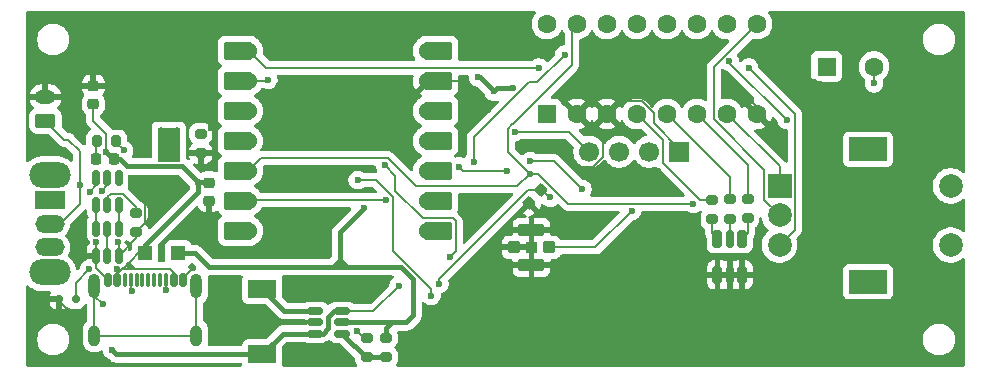
<source format=gbr>
%TF.GenerationSoftware,KiCad,Pcbnew,9.0.2*%
%TF.CreationDate,2025-07-17T17:29:37-04:00*%
%TF.ProjectId,raven-caller,72617665-6e2d-4636-916c-6c65722e6b69,rev?*%
%TF.SameCoordinates,Original*%
%TF.FileFunction,Copper,L1,Top*%
%TF.FilePolarity,Positive*%
%FSLAX46Y46*%
G04 Gerber Fmt 4.6, Leading zero omitted, Abs format (unit mm)*
G04 Created by KiCad (PCBNEW 9.0.2) date 2025-07-17 17:29:37*
%MOMM*%
%LPD*%
G01*
G04 APERTURE LIST*
G04 Aperture macros list*
%AMRoundRect*
0 Rectangle with rounded corners*
0 $1 Rounding radius*
0 $2 $3 $4 $5 $6 $7 $8 $9 X,Y pos of 4 corners*
0 Add a 4 corners polygon primitive as box body*
4,1,4,$2,$3,$4,$5,$6,$7,$8,$9,$2,$3,0*
0 Add four circle primitives for the rounded corners*
1,1,$1+$1,$2,$3*
1,1,$1+$1,$4,$5*
1,1,$1+$1,$6,$7*
1,1,$1+$1,$8,$9*
0 Add four rect primitives between the rounded corners*
20,1,$1+$1,$2,$3,$4,$5,0*
20,1,$1+$1,$4,$5,$6,$7,0*
20,1,$1+$1,$6,$7,$8,$9,0*
20,1,$1+$1,$8,$9,$2,$3,0*%
G04 Aperture macros list end*
%TA.AperFunction,SMDPad,CuDef*%
%ADD10RoundRect,0.150000X0.150000X-0.512500X0.150000X0.512500X-0.150000X0.512500X-0.150000X-0.512500X0*%
%TD*%
%TA.AperFunction,SMDPad,CuDef*%
%ADD11RoundRect,0.200000X0.200000X0.275000X-0.200000X0.275000X-0.200000X-0.275000X0.200000X-0.275000X0*%
%TD*%
%TA.AperFunction,SMDPad,CuDef*%
%ADD12RoundRect,0.200000X-0.275000X0.200000X-0.275000X-0.200000X0.275000X-0.200000X0.275000X0.200000X0*%
%TD*%
%TA.AperFunction,ComponentPad*%
%ADD13RoundRect,0.250000X0.550000X-0.550000X0.550000X0.550000X-0.550000X0.550000X-0.550000X-0.550000X0*%
%TD*%
%TA.AperFunction,ComponentPad*%
%ADD14C,1.600000*%
%TD*%
%TA.AperFunction,SMDPad,CuDef*%
%ADD15RoundRect,0.152400X1.063600X0.609600X-1.063600X0.609600X-1.063600X-0.609600X1.063600X-0.609600X0*%
%TD*%
%TA.AperFunction,ComponentPad*%
%ADD16C,1.524000*%
%TD*%
%TA.AperFunction,SMDPad,CuDef*%
%ADD17RoundRect,0.152400X-1.063600X-0.609600X1.063600X-0.609600X1.063600X0.609600X-1.063600X0.609600X0*%
%TD*%
%TA.AperFunction,SMDPad,CuDef*%
%ADD18R,1.200000X1.200000*%
%TD*%
%TA.AperFunction,SMDPad,CuDef*%
%ADD19R,2.400000X1.500000*%
%TD*%
%TA.AperFunction,SMDPad,CuDef*%
%ADD20RoundRect,0.150000X-0.150000X-0.425000X0.150000X-0.425000X0.150000X0.425000X-0.150000X0.425000X0*%
%TD*%
%TA.AperFunction,SMDPad,CuDef*%
%ADD21RoundRect,0.075000X-0.075000X-0.500000X0.075000X-0.500000X0.075000X0.500000X-0.075000X0.500000X0*%
%TD*%
%TA.AperFunction,HeatsinkPad*%
%ADD22O,1.000000X2.100000*%
%TD*%
%TA.AperFunction,HeatsinkPad*%
%ADD23O,1.000000X1.800000*%
%TD*%
%TA.AperFunction,ComponentPad*%
%ADD24R,1.600000X1.600000*%
%TD*%
%TA.AperFunction,ComponentPad*%
%ADD25R,2.000000X2.000000*%
%TD*%
%TA.AperFunction,ComponentPad*%
%ADD26C,2.000000*%
%TD*%
%TA.AperFunction,ComponentPad*%
%ADD27R,3.200000X2.000000*%
%TD*%
%TA.AperFunction,SMDPad,CuDef*%
%ADD28RoundRect,0.150000X-0.512500X-0.150000X0.512500X-0.150000X0.512500X0.150000X-0.512500X0.150000X0*%
%TD*%
%TA.AperFunction,ComponentPad*%
%ADD29R,1.700000X1.700000*%
%TD*%
%TA.AperFunction,ComponentPad*%
%ADD30C,1.700000*%
%TD*%
%TA.AperFunction,SMDPad,CuDef*%
%ADD31RoundRect,0.225000X-0.250000X0.225000X-0.250000X-0.225000X0.250000X-0.225000X0.250000X0.225000X0*%
%TD*%
%TA.AperFunction,SMDPad,CuDef*%
%ADD32RoundRect,0.100000X-0.400000X0.400000X-0.400000X-0.400000X0.400000X-0.400000X0.400000X0.400000X0*%
%TD*%
%TA.AperFunction,SMDPad,CuDef*%
%ADD33RoundRect,0.105000X-0.995000X0.420000X-0.995000X-0.420000X0.995000X-0.420000X0.995000X0.420000X0*%
%TD*%
%TA.AperFunction,SMDPad,CuDef*%
%ADD34RoundRect,0.225000X0.250000X-0.225000X0.250000X0.225000X-0.250000X0.225000X-0.250000X-0.225000X0*%
%TD*%
%TA.AperFunction,ComponentPad*%
%ADD35RoundRect,0.250000X0.625000X-0.350000X0.625000X0.350000X-0.625000X0.350000X-0.625000X-0.350000X0*%
%TD*%
%TA.AperFunction,ComponentPad*%
%ADD36O,1.750000X1.200000*%
%TD*%
%TA.AperFunction,SMDPad,CuDef*%
%ADD37RoundRect,0.225000X-0.017678X0.335876X-0.335876X0.017678X0.017678X-0.335876X0.335876X-0.017678X0*%
%TD*%
%TA.AperFunction,SMDPad,CuDef*%
%ADD38RoundRect,0.150000X-0.150000X-0.200000X0.150000X-0.200000X0.150000X0.200000X-0.150000X0.200000X0*%
%TD*%
%TA.AperFunction,ComponentPad*%
%ADD39O,3.500000X2.200000*%
%TD*%
%TA.AperFunction,ComponentPad*%
%ADD40R,2.500000X1.500000*%
%TD*%
%TA.AperFunction,ComponentPad*%
%ADD41O,2.500000X1.500000*%
%TD*%
%TA.AperFunction,SMDPad,CuDef*%
%ADD42RoundRect,0.160000X-0.240000X0.565000X-0.240000X-0.565000X0.240000X-0.565000X0.240000X0.565000X0*%
%TD*%
%TA.AperFunction,SMDPad,CuDef*%
%ADD43RoundRect,0.120000X-0.180000X0.605000X-0.180000X-0.605000X0.180000X-0.605000X0.180000X0.605000X0*%
%TD*%
%TA.AperFunction,SMDPad,CuDef*%
%ADD44RoundRect,0.200000X0.275000X-0.200000X0.275000X0.200000X-0.275000X0.200000X-0.275000X-0.200000X0*%
%TD*%
%TA.AperFunction,SMDPad,CuDef*%
%ADD45RoundRect,0.218750X-0.218750X-0.256250X0.218750X-0.256250X0.218750X0.256250X-0.218750X0.256250X0*%
%TD*%
%TA.AperFunction,HeatsinkPad*%
%ADD46C,0.500000*%
%TD*%
%TA.AperFunction,HeatsinkPad*%
%ADD47R,1.900000X2.900000*%
%TD*%
%TA.AperFunction,ViaPad*%
%ADD48C,0.600000*%
%TD*%
%TA.AperFunction,Conductor*%
%ADD49C,0.200000*%
%TD*%
%TA.AperFunction,Conductor*%
%ADD50C,0.400000*%
%TD*%
G04 APERTURE END LIST*
D10*
%TO.P,U7,1,S1*%
%TO.N,GND*%
X124950001Y-112400000D03*
%TO.P,U7,2,D1*%
%TO.N,Net-(U7-D1)*%
X125900000Y-112400000D03*
%TO.P,U7,3,S2*%
%TO.N,GND*%
X126849999Y-112400000D03*
%TO.P,U7,4,G2*%
%TO.N,Net-(U5-OC)*%
X126849999Y-110125000D03*
%TO.P,U7,5,D2*%
%TO.N,Net-(U7-D1)*%
X125900000Y-110125000D03*
%TO.P,U7,6,G1*%
%TO.N,Net-(U5-OD)*%
X124950001Y-110125000D03*
%TD*%
%TO.P,U5,1,OD*%
%TO.N,Net-(U5-OD)*%
X124950000Y-108125001D03*
%TO.P,U5,2,CS*%
%TO.N,Net-(U5-CS)*%
X125899999Y-108125001D03*
%TO.P,U5,3,OC*%
%TO.N,Net-(U5-OC)*%
X126849998Y-108125001D03*
%TO.P,U5,4,TD*%
%TO.N,unconnected-(U5-TD-Pad4)*%
X126849998Y-105850001D03*
%TO.P,U5,5,VCC*%
%TO.N,Net-(U5-VCC)*%
X125899999Y-105850001D03*
%TO.P,U5,6,GND*%
%TO.N,GND*%
X124950000Y-105850001D03*
%TD*%
D11*
%TO.P,R4,1*%
%TO.N,Net-(U6-~{STDBY})*%
X126625000Y-102700000D03*
%TO.P,R4,2*%
%TO.N,Net-(D4-K)*%
X124975000Y-102700000D03*
%TD*%
D12*
%TO.P,R2,1*%
%TO.N,Net-(U6-PROG)*%
X133800000Y-102075000D03*
%TO.P,R2,2*%
%TO.N,GND*%
X133800000Y-103725000D03*
%TD*%
%TO.P,R13,1*%
%TO.N,2R*%
X177099999Y-107650001D03*
%TO.P,R13,2*%
%TO.N,Net-(D1-GA)*%
X177099999Y-109300001D03*
%TD*%
D13*
%TO.P,U4,1,A0*%
%TO.N,GND*%
X163110000Y-100405000D03*
D14*
%TO.P,U4,2,A1*%
X165650000Y-100405000D03*
%TO.P,U4,3,A2*%
X168190000Y-100405000D03*
%TO.P,U4,4,P0*%
%TO.N,2R*%
X170730000Y-100405000D03*
%TO.P,U4,5,P1*%
%TO.N,2G*%
X173270000Y-100405000D03*
%TO.P,U4,6,P2*%
%TO.N,2B*%
X175810000Y-100405000D03*
%TO.P,U4,7,P3*%
%TO.N,RotA*%
X178350000Y-100405000D03*
%TO.P,U4,8,GND*%
%TO.N,GND*%
X180890000Y-100405000D03*
%TO.P,U4,9,P4*%
%TO.N,RotB*%
X180890000Y-92785000D03*
%TO.P,U4,10,P5*%
%TO.N,RotC*%
X178350000Y-92785000D03*
%TO.P,U4,11,P6*%
%TO.N,RotSwit*%
X175810000Y-92785000D03*
%TO.P,U4,12,P7*%
%TO.N,unconnected-(U4-P7-Pad12)*%
X173270000Y-92785000D03*
%TO.P,U4,13,~{INT}*%
%TO.N,unconnected-(U4-~{INT}-Pad13)*%
X170730000Y-92785000D03*
%TO.P,U4,14,SCL*%
%TO.N,SCL*%
X168190000Y-92785000D03*
%TO.P,U4,15,SDA*%
%TO.N,SDA*%
X165650000Y-92785000D03*
%TO.P,U4,16,VDD*%
%TO.N,+3.3V*%
X163110000Y-92785000D03*
%TD*%
D15*
%TO.P,U12,1,PA02_A0_D0*%
%TO.N,BUZZER*%
X136965000Y-95060000D03*
D16*
X137800000Y-95060000D03*
D15*
%TO.P,U12,2,PA4_A1_D1*%
%TO.N,CS*%
X136965000Y-97600000D03*
D16*
X137800000Y-97600000D03*
D15*
%TO.P,U12,3,PA10_A2_D2*%
%TO.N,INT*%
X136965000Y-100140000D03*
D16*
X137800000Y-100140000D03*
D15*
%TO.P,U12,4,PA11_A3_D3*%
%TO.N,unconnected-(U12-PA11_A3_D3-Pad4)*%
X136965000Y-102680000D03*
D16*
X137800000Y-102680000D03*
D15*
%TO.P,U12,5,PA8_A4_D4_SDA*%
%TO.N,SDA*%
X136965000Y-105220000D03*
D16*
X137800000Y-105220000D03*
D15*
%TO.P,U12,6,PA9_A5_D5_SCL*%
%TO.N,SCL*%
X136965000Y-107760000D03*
D16*
X137800000Y-107760000D03*
D15*
%TO.P,U12,7,PB08_A6_D6_TX*%
%TO.N,unconnected-(U12-PB08_A6_D6_TX-Pad7)_1*%
X136965000Y-110300000D03*
D16*
%TO.N,unconnected-(U12-PB08_A6_D6_TX-Pad7)*%
X137800000Y-110300000D03*
%TO.P,U12,8,PB09_A7_D7_RX*%
%TO.N,unconnected-(U12-PB09_A7_D7_RX-Pad8)*%
X153040000Y-110300000D03*
D17*
%TO.N,unconnected-(U12-PB09_A7_D7_RX-Pad8)_1*%
X153875000Y-110300000D03*
D16*
%TO.P,U12,9,PA7_A8_D8_SCK*%
%TO.N,SCK*%
X153040000Y-107760000D03*
D17*
X153875000Y-107760000D03*
D16*
%TO.P,U12,10,PA5_A9_D9_MISO*%
%TO.N,MOSI*%
X153040000Y-105220000D03*
D17*
X153875000Y-105220000D03*
D16*
%TO.P,U12,11,PA6_A10_D10_MOSI*%
%TO.N,MISO*%
X153040000Y-102680000D03*
D17*
X153875000Y-102680000D03*
D16*
%TO.P,U12,12,3V3*%
%TO.N,unconnected-(U12-3V3-Pad12)*%
X153040000Y-100140000D03*
D17*
%TO.N,unconnected-(U12-3V3-Pad12)_1*%
X153875000Y-100140000D03*
D16*
%TO.P,U12,13,GND*%
%TO.N,GND*%
X153040000Y-97600000D03*
D17*
X153875000Y-97600000D03*
D16*
%TO.P,U12,14,5V*%
%TO.N,+5V*%
X153040000Y-95060000D03*
D17*
X153875000Y-95060000D03*
%TD*%
D18*
%TO.P,D2,1,K*%
%TO.N,+5V*%
X131899999Y-112200000D03*
%TO.P,D2,2,A*%
%TO.N,vbus*%
X129100001Y-112200000D03*
%TD*%
D19*
%TO.P,L1,1,1*%
%TO.N,+3.3V*%
X139000000Y-120750000D03*
%TO.P,L1,2,2*%
%TO.N,Net-(U13-SW)*%
X139000000Y-115250000D03*
%TD*%
D20*
%TO.P,J7,A1,GND*%
%TO.N,GND*%
X125910000Y-114425000D03*
%TO.P,J7,A4,VBUS*%
%TO.N,vbus*%
X126710000Y-114425000D03*
D21*
%TO.P,J7,A5,CC1*%
%TO.N,Net-(J7-CC1)*%
X127860000Y-114425000D03*
%TO.P,J7,A6,D+*%
%TO.N,unconnected-(J7-D+-PadA6)*%
X128860000Y-114425000D03*
%TO.P,J7,A7,D-*%
%TO.N,unconnected-(J7-D--PadA7)*%
X129360000Y-114425000D03*
%TO.P,J7,A8,SBU1*%
%TO.N,unconnected-(J7-SBU1-PadA8)*%
X130360000Y-114425000D03*
D20*
%TO.P,J7,A9,VBUS*%
%TO.N,vbus*%
X131510000Y-114425000D03*
%TO.P,J7,A12,GND*%
%TO.N,GND*%
X132310000Y-114425000D03*
%TO.P,J7,B1,GND*%
X132310000Y-114425000D03*
%TO.P,J7,B4,VBUS*%
%TO.N,vbus*%
X131510000Y-114425000D03*
D21*
%TO.P,J7,B5,CC2*%
%TO.N,Net-(J7-CC2)*%
X130860000Y-114425000D03*
%TO.P,J7,B6,D+*%
%TO.N,unconnected-(J7-D+-PadB6)*%
X129860000Y-114425000D03*
%TO.P,J7,B7,D-*%
%TO.N,unconnected-(J7-D--PadB7)*%
X128360000Y-114425000D03*
%TO.P,J7,B8,SBU2*%
%TO.N,unconnected-(J7-SBU2-PadB8)*%
X127360000Y-114425000D03*
D20*
%TO.P,J7,B9,VBUS*%
%TO.N,vbus*%
X126710000Y-114425000D03*
%TO.P,J7,B12,GND*%
%TO.N,GND*%
X125910000Y-114425000D03*
D22*
%TO.P,J7,S1,SHIELD*%
%TO.N,Net-(J7-SHIELD)*%
X124790000Y-115000000D03*
D23*
X124790000Y-119180000D03*
D22*
X133430000Y-115000000D03*
D23*
X133430000Y-119180000D03*
%TD*%
D24*
%TO.P,BZ2,1,+*%
%TO.N,+3.3V*%
X186799999Y-96400000D03*
D14*
%TO.P,BZ2,2,-*%
%TO.N,Net-(BZ2--)*%
X190799999Y-96400000D03*
%TD*%
D25*
%TO.P,SW1,A,A*%
%TO.N,RotA*%
X182800000Y-106500000D03*
D26*
%TO.P,SW1,B,B*%
%TO.N,RotC*%
X182800000Y-111500000D03*
%TO.P,SW1,C,C*%
%TO.N,RotB*%
X182800000Y-109000000D03*
D27*
%TO.P,SW1,MP*%
%TO.N,N/C*%
X190300000Y-103400000D03*
X190300000Y-114600000D03*
D26*
%TO.P,SW1,S1,S1*%
%TO.N,+3.3V*%
X197300000Y-111500000D03*
%TO.P,SW1,S2,S2*%
%TO.N,RotSwit*%
X197300000Y-106500000D03*
%TD*%
D28*
%TO.P,U13,1,SW*%
%TO.N,Net-(U13-SW)*%
X143500000Y-117100000D03*
%TO.P,U13,2,GND*%
%TO.N,GND*%
X143500000Y-118050000D03*
%TO.P,U13,3,EN*%
%TO.N,+3.3V*%
X143500000Y-119000000D03*
%TO.P,U13,4,V_{FB}*%
%TO.N,Net-(U13-V_{FB})*%
X145775000Y-119000000D03*
%TO.P,U13,5,V_{OUT}*%
%TO.N,+5V*%
X145775000Y-118050000D03*
%TO.P,U13,6,V_{IN}*%
%TO.N,+3.3V*%
X145775000Y-117100000D03*
%TD*%
D29*
%TO.P,J1,1,Pin_1*%
%TO.N,GND*%
X174310000Y-103615000D03*
D30*
%TO.P,J1,2,Pin_2*%
%TO.N,+5V*%
X171770000Y-103615000D03*
%TO.P,J1,3,Pin_3*%
%TO.N,Net-(J1-Pin_3)*%
X169230000Y-103615000D03*
%TO.P,J1,4,Pin_4*%
%TO.N,Net-(J1-Pin_4)*%
X166690000Y-103615000D03*
%TD*%
D31*
%TO.P,C29,1*%
%TO.N,GND*%
X124700000Y-98025000D03*
%TO.P,C29,2*%
%TO.N,vbus*%
X124700000Y-99575000D03*
%TD*%
D12*
%TO.P,R19,1*%
%TO.N,2B*%
X180099999Y-107575000D03*
%TO.P,R19,2*%
%TO.N,Net-(D1-BA)*%
X180099999Y-109225000D03*
%TD*%
D32*
%TO.P,J3,1,In*%
%TO.N,Net-(J3-In)*%
X163300000Y-111700000D03*
D33*
%TO.P,J3,2,Ext*%
%TO.N,GND*%
X161800000Y-113175001D03*
D32*
X160300000Y-111700000D03*
D33*
X161800000Y-110224999D03*
%TD*%
D34*
%TO.P,C2,1*%
%TO.N,GND*%
X134500000Y-107775000D03*
%TO.P,C2,2*%
%TO.N,vbus*%
X134500000Y-106225000D03*
%TD*%
D35*
%TO.P,J2,1,Pin_1*%
%TO.N,Bat*%
X120650000Y-101000000D03*
D36*
%TO.P,J2,2,Pin_2*%
%TO.N,GND*%
X120650000Y-99000000D03*
%TD*%
D12*
%TO.P,R18,1*%
%TO.N,2G*%
X178599998Y-107615000D03*
%TO.P,R18,2*%
%TO.N,Net-(D1-RA)*%
X178599998Y-109265000D03*
%TD*%
D37*
%TO.P,C5,1*%
%TO.N,+3.3V*%
X162648008Y-106851992D03*
%TO.P,C5,2*%
%TO.N,GND*%
X161551992Y-107948008D03*
%TD*%
D12*
%TO.P,R9,1*%
%TO.N,+5V*%
X149500000Y-119350000D03*
%TO.P,R9,2*%
%TO.N,Net-(U13-V_{FB})*%
X149500000Y-121000000D03*
%TD*%
D38*
%TO.P,U10,1,I/O*%
%TO.N,vbus*%
X123200000Y-116100000D03*
%TO.P,U10,2,GND*%
%TO.N,GND*%
X121800000Y-116100000D03*
%TD*%
D39*
%TO.P,SW2,*%
%TO.N,*%
X121000000Y-105600000D03*
X121000000Y-113800000D03*
D40*
%TO.P,SW2,1,A*%
%TO.N,+3.3V*%
X121000000Y-107700000D03*
D41*
%TO.P,SW2,2,B*%
%TO.N,Bat*%
X121000000Y-109700000D03*
%TO.P,SW2,3,C*%
%TO.N,unconnected-(SW2-C-Pad3)*%
X121000000Y-111700000D03*
%TD*%
D12*
%TO.P,R5,1*%
%TO.N,Net-(U5-CS)*%
X128341443Y-108775000D03*
%TO.P,R5,2*%
%TO.N,GND*%
X128341443Y-110425000D03*
%TD*%
D42*
%TO.P,D1,1,BA*%
%TO.N,Net-(D1-BA)*%
X179650000Y-110975000D03*
D43*
%TO.P,D1,2,RA*%
%TO.N,Net-(D1-RA)*%
X178600000Y-110975000D03*
D42*
%TO.P,D1,3,GA*%
%TO.N,Net-(D1-GA)*%
X177550000Y-110975000D03*
%TO.P,D1,4,GK*%
%TO.N,GND*%
X177550000Y-114025000D03*
D43*
%TO.P,D1,5,RK*%
X178600000Y-114025000D03*
D42*
%TO.P,D1,6,BK*%
X179650000Y-114025000D03*
%TD*%
D44*
%TO.P,R10,1*%
%TO.N,Net-(U13-V_{FB})*%
X147837440Y-120999999D03*
%TO.P,R10,2*%
%TO.N,GND*%
X147837440Y-119349999D03*
%TD*%
D45*
%TO.P,D4,1,K*%
%TO.N,Net-(D4-K)*%
X124912499Y-104200000D03*
%TO.P,D4,2,A*%
%TO.N,vbus*%
X126487501Y-104200000D03*
%TD*%
D46*
%TO.P,U6,9,EPAD*%
%TO.N,unconnected-(U6-EPAD-Pad9)*%
X131800000Y-104200000D03*
X131800000Y-103000000D03*
X131800000Y-101800000D03*
D47*
X131100000Y-103000000D03*
D46*
X130400000Y-104200000D03*
X130400000Y-103000000D03*
X130400000Y-101800000D03*
%TD*%
D48*
%TO.N,Net-(BZ2--)*%
X190800000Y-97800000D03*
%TO.N,+3.3V*%
X126300000Y-120400000D03*
X150550000Y-114950000D03*
X163375028Y-107475028D03*
X154000000Y-114800000D03*
%TO.N,Net-(J7-SHIELD)*%
X125500000Y-116500000D03*
%TO.N,GND*%
X185395000Y-108345500D03*
X185395000Y-118505500D03*
X170155000Y-95645500D03*
X177775000Y-118505500D03*
X149835000Y-100725500D03*
X124435000Y-93105500D03*
X128785735Y-105914265D03*
X122951000Y-117400000D03*
X184200000Y-97500000D03*
X193015000Y-110885500D03*
X144755000Y-93105500D03*
X193700000Y-120400000D03*
X134595000Y-110885500D03*
X195700000Y-100000000D03*
X132055000Y-98185500D03*
X195500000Y-116400000D03*
X182855000Y-115965500D03*
X165075000Y-115965500D03*
X187935000Y-108345500D03*
X190475000Y-110885500D03*
X142215000Y-115965500D03*
X134707874Y-101567967D03*
X190475000Y-100725500D03*
X129515000Y-95645500D03*
X147000000Y-118750000D03*
X126975000Y-98185500D03*
X159995000Y-93105500D03*
X195555000Y-108345500D03*
X175235000Y-118505500D03*
X167615000Y-113425500D03*
X126975000Y-95645500D03*
X139675000Y-93105500D03*
X187935000Y-118505500D03*
X190475000Y-118505500D03*
X124919255Y-111287500D03*
X170155000Y-121045500D03*
X172695000Y-95645500D03*
X126975000Y-93105500D03*
X193015000Y-100725500D03*
X147295000Y-115965500D03*
X144755000Y-100725500D03*
X132055000Y-95645500D03*
X175235000Y-121045500D03*
X147295000Y-93105500D03*
X187935000Y-93105500D03*
X157455000Y-93105500D03*
X182855000Y-118505500D03*
X124435000Y-95645500D03*
X193015000Y-115965500D03*
X195555000Y-98185500D03*
X190475000Y-121045500D03*
X190475000Y-93105500D03*
X193015000Y-98185500D03*
X129515000Y-98185500D03*
X180400000Y-99300000D03*
X134595000Y-93105500D03*
X142215000Y-93105500D03*
X159500000Y-107400000D03*
X124400000Y-107000000D03*
X193015000Y-103265500D03*
X193015000Y-93105500D03*
X185395000Y-115965500D03*
X167615000Y-95645500D03*
X193015000Y-108345500D03*
X172500000Y-105200000D03*
X195555000Y-103265500D03*
X152375000Y-121045500D03*
X180315000Y-121045500D03*
X182855000Y-93105500D03*
X149835000Y-93105500D03*
X144755000Y-121045500D03*
X167615000Y-115965500D03*
X162501000Y-102985779D03*
X190475000Y-108345500D03*
X175235000Y-95645500D03*
X193015000Y-118505500D03*
X182855000Y-121045500D03*
X134500000Y-109100000D03*
X193015000Y-95645500D03*
X185395000Y-93105500D03*
X135800000Y-118000000D03*
X158100000Y-100100000D03*
X126819255Y-111287500D03*
X139675000Y-105805500D03*
X130300000Y-105900000D03*
X129515000Y-93105500D03*
X180315000Y-118505500D03*
X147295000Y-100725500D03*
X185395000Y-110885500D03*
X187935000Y-110885500D03*
X134595000Y-98185500D03*
X185395000Y-121045500D03*
X162535000Y-115965500D03*
X185395000Y-105805500D03*
X185395000Y-100725500D03*
X142215000Y-121045500D03*
X144755000Y-115965500D03*
X170155000Y-110885500D03*
X165075000Y-121045500D03*
X154915000Y-93105500D03*
X142215000Y-110885500D03*
X154915000Y-121045500D03*
X170155000Y-113425500D03*
X133182527Y-113444835D03*
X186200000Y-97900000D03*
X162535000Y-121045500D03*
X170155000Y-115965500D03*
X177775000Y-121045500D03*
X152375000Y-93105500D03*
X139675000Y-110885500D03*
X137135000Y-93105500D03*
X132055000Y-93105500D03*
X134595000Y-95645500D03*
X187935000Y-121045500D03*
X167615000Y-121045500D03*
X159995000Y-121045500D03*
X165075000Y-113425500D03*
%TO.N,Net-(U5-VCC)*%
X125415473Y-106932726D03*
%TO.N,+5V*%
X157300000Y-97300000D03*
X147600000Y-108400000D03*
X160200000Y-98200000D03*
X158600000Y-98500000D03*
%TO.N,SDA*%
X175500000Y-108000000D03*
X161650000Y-105450000D03*
%TO.N,SCL*%
X161700000Y-104400000D03*
X156900000Y-104475000D03*
X164600000Y-95400000D03*
X149500000Y-107700000D03*
X166100000Y-106800000D03*
%TO.N,Net-(J7-CC1)*%
X127987993Y-115417920D03*
%TO.N,Net-(J7-CC2)*%
X130833935Y-115341109D03*
%TO.N,BUZZER*%
X162400000Y-96500000D03*
%TO.N,Net-(U6-~{STDBY})*%
X127300000Y-103500000D03*
%TO.N,vbus*%
X124351000Y-113551514D03*
X125800000Y-103600000D03*
X126707093Y-113562500D03*
X133600000Y-106200000D03*
%TO.N,Bat*%
X123551000Y-106400000D03*
%TO.N,Net-(J3-In)*%
X170300000Y-108600000D03*
%TO.N,CS*%
X154900000Y-112500000D03*
X139500000Y-97500000D03*
X149400000Y-104757000D03*
%TO.N,RotSwit*%
X183400000Y-100900000D03*
X178561765Y-95961765D03*
%TO.N,RotC*%
X180200000Y-96500000D03*
%TO.N,INT*%
X147100000Y-106000000D03*
X153300000Y-115800000D03*
%TO.N,MOSI*%
X155663235Y-104863235D03*
X159700000Y-105200000D03*
%TO.N,Net-(J1-Pin_4)*%
X160400000Y-101900000D03*
%TD*%
D49*
%TO.N,Net-(BZ2--)*%
X190799999Y-96400000D02*
X190800000Y-97800000D01*
D50*
%TO.N,+3.3V*%
X145072532Y-117100000D02*
X144600000Y-117572532D01*
D49*
X154000000Y-114800000D02*
X154000000Y-114400000D01*
X163375028Y-107475028D02*
X163271044Y-107475028D01*
D50*
X144600000Y-117572532D02*
X144600000Y-118562499D01*
X140750000Y-119000000D02*
X139000000Y-120750000D01*
D49*
X144162499Y-119000000D02*
X143500000Y-119000000D01*
X145775000Y-117100000D02*
X145072532Y-117100000D01*
D50*
X143500000Y-119000000D02*
X140750000Y-119000000D01*
D49*
X150550000Y-114950000D02*
X148400000Y-117100000D01*
X148400000Y-117100000D02*
X145775000Y-117100000D01*
D50*
X144600000Y-118562499D02*
X144162499Y-119000000D01*
D49*
X161548008Y-106851992D02*
X162648008Y-106851992D01*
X154000000Y-114400000D02*
X161548008Y-106851992D01*
D50*
X126650000Y-120750000D02*
X126300000Y-120400000D01*
X139000000Y-120750000D02*
X126650000Y-120750000D01*
D49*
X163271044Y-107475028D02*
X162648008Y-106851992D01*
%TO.N,Net-(J7-SHIELD)*%
X124790000Y-115000000D02*
X124790000Y-115790000D01*
X124790000Y-115790000D02*
X125500000Y-116500000D01*
X124790000Y-119180000D02*
X124790000Y-115000000D01*
X133430000Y-119180000D02*
X124790000Y-119180000D01*
X133430000Y-115000000D02*
X133430000Y-119180000D01*
%TO.N,GND*%
X143500000Y-118050000D02*
X135850000Y-118050000D01*
X158100000Y-100100000D02*
X155600000Y-97600000D01*
X167030473Y-104902287D02*
X165501000Y-104902287D01*
X180890000Y-100405000D02*
X180890000Y-99790000D01*
X126849999Y-112400000D02*
X128341443Y-110908556D01*
X132310000Y-114425000D02*
X132310000Y-114317362D01*
X167841000Y-104091760D02*
X167030473Y-104902287D01*
X163584492Y-102985779D02*
X165501000Y-104902287D01*
X172169000Y-101199050D02*
X172169000Y-100286950D01*
X124919255Y-112369254D02*
X124950001Y-112400000D01*
X167841000Y-102596000D02*
X167841000Y-104091760D01*
X174310000Y-103340050D02*
X172169000Y-101199050D01*
X126849999Y-111318244D02*
X126819255Y-111287500D01*
X174310000Y-103615000D02*
X174310000Y-103340050D01*
X180890000Y-99790000D02*
X180400000Y-99300000D01*
X162501000Y-102985779D02*
X163584492Y-102985779D01*
X165650000Y-100405000D02*
X167841000Y-102596000D01*
X126849999Y-112400000D02*
X126849999Y-111318244D01*
X124950000Y-106462083D02*
X124950000Y-105850001D01*
X172169000Y-100286950D02*
X171186050Y-99304000D01*
X129117443Y-109649000D02*
X128341443Y-110425000D01*
X155600000Y-97600000D02*
X153875000Y-97600000D01*
X124412083Y-107000000D02*
X124950000Y-106462083D01*
X129117443Y-107082557D02*
X129117443Y-109649000D01*
X124919255Y-111287500D02*
X124919255Y-112369254D01*
X128341443Y-110908556D02*
X128341443Y-110425000D01*
X169291000Y-99304000D02*
X168190000Y-100405000D01*
X121800000Y-116249000D02*
X122951000Y-117400000D01*
X134175000Y-103725000D02*
X133800000Y-103725000D01*
X124950001Y-113465001D02*
X124950001Y-112400000D01*
X147599999Y-119349999D02*
X147000000Y-118750000D01*
X171186050Y-99304000D02*
X169291000Y-99304000D01*
X185800000Y-97500000D02*
X184200000Y-97500000D01*
X130285735Y-105914265D02*
X130300000Y-105900000D01*
X135850000Y-118050000D02*
X135800000Y-118000000D01*
X130300000Y-105900000D02*
X129117443Y-107082557D01*
X128785735Y-105914265D02*
X130285735Y-105914265D01*
X121800000Y-116100000D02*
X121800000Y-116249000D01*
X124400000Y-107000000D02*
X124412083Y-107000000D01*
X147837440Y-119349999D02*
X147599999Y-119349999D01*
X186200000Y-97900000D02*
X185800000Y-97500000D01*
X132310000Y-114317362D02*
X133182527Y-113444835D01*
X125910000Y-114425000D02*
X124950001Y-113465001D01*
%TO.N,Net-(U5-VCC)*%
X125899999Y-105850001D02*
X125899999Y-105495532D01*
X125899999Y-106448200D02*
X125899999Y-105850001D01*
X125415473Y-106932726D02*
X125899999Y-106448200D01*
%TO.N,Net-(D1-BA)*%
X180099999Y-109225000D02*
X180099999Y-110525001D01*
X180099999Y-110525001D02*
X179649999Y-110975001D01*
%TO.N,Net-(D1-RA)*%
X178599998Y-109265000D02*
X178599999Y-110975001D01*
%TO.N,Net-(D1-GA)*%
X177599999Y-110925001D02*
X177549998Y-110975003D01*
X177099999Y-109300001D02*
X177099999Y-110525001D01*
X177099999Y-110525001D02*
X177549998Y-110975003D01*
D50*
%TO.N,+5V*%
X149500000Y-118550000D02*
X150000000Y-118050000D01*
X145600000Y-112776000D02*
X145000000Y-113376000D01*
X149500000Y-119350000D02*
X149500000Y-118550000D01*
X145600000Y-112776000D02*
X146200000Y-113376000D01*
X150767364Y-113376000D02*
X146200000Y-113376000D01*
X150000000Y-118050000D02*
X151200000Y-118050000D01*
D49*
X132099999Y-112500000D02*
X131899999Y-112300000D01*
D50*
X145775000Y-118050000D02*
X150000000Y-118050000D01*
X151200000Y-118050000D02*
X151801000Y-117449000D01*
X145600000Y-112600000D02*
X145600000Y-113376000D01*
X158900000Y-98200000D02*
X158600000Y-98500000D01*
X147600000Y-108400000D02*
X145600000Y-110400000D01*
X160200000Y-98200000D02*
X158900000Y-98200000D01*
X157400000Y-97300000D02*
X158600000Y-98500000D01*
X145600000Y-110400000D02*
X145600000Y-112600000D01*
X134501000Y-113376000D02*
X133325000Y-112200000D01*
X146200000Y-113376000D02*
X145600000Y-113376000D01*
X144900000Y-113376000D02*
X134501000Y-113376000D01*
X145000000Y-113376000D02*
X144900000Y-113376000D01*
D49*
X157300000Y-97300000D02*
X157400000Y-97300000D01*
D50*
X151801000Y-114409636D02*
X150767364Y-113376000D01*
X133325000Y-112200000D02*
X131899999Y-112200000D01*
X145600000Y-113376000D02*
X144900000Y-113376000D01*
X145600000Y-112600000D02*
X145600000Y-112776000D01*
X151801000Y-117449000D02*
X151801000Y-114409636D01*
D49*
%TO.N,Net-(D4-K)*%
X124912499Y-102762501D02*
X124975000Y-102700000D01*
X124912499Y-104200000D02*
X124912499Y-102762501D01*
%TO.N,SDA*%
X149657000Y-104157000D02*
X152000000Y-106500000D01*
X165200000Y-96300000D02*
X160201000Y-101299000D01*
X165650000Y-92785000D02*
X165200000Y-93235000D01*
X160600000Y-106500000D02*
X161650000Y-105450000D01*
X162350000Y-105450000D02*
X161650000Y-105450000D01*
X160151057Y-101299000D02*
X159799000Y-101651057D01*
X138863000Y-104157000D02*
X149657000Y-104157000D01*
X164900000Y-108000000D02*
X162350000Y-105450000D01*
X165200000Y-93235000D02*
X165200000Y-96300000D01*
X159799000Y-103599000D02*
X161650000Y-105450000D01*
X160201000Y-101299000D02*
X160151057Y-101299000D01*
X152000000Y-106500000D02*
X160600000Y-106500000D01*
X137800000Y-105220000D02*
X138863000Y-104157000D01*
X159799000Y-101651057D02*
X159799000Y-103599000D01*
X175500000Y-108000000D02*
X164900000Y-108000000D01*
%TO.N,SCL*%
X137880000Y-107742500D02*
X137922500Y-107700000D01*
X137922500Y-107700000D02*
X149500000Y-107700000D01*
X162274265Y-97725735D02*
X161574265Y-97725735D01*
X166100000Y-106800000D02*
X163700000Y-104400000D01*
X161574265Y-97725735D02*
X156900000Y-102400000D01*
X164600000Y-95400000D02*
X162274265Y-97725735D01*
X156900000Y-102400000D02*
X156900000Y-104475000D01*
X163700000Y-104400000D02*
X161700000Y-104400000D01*
%TO.N,Net-(J7-CC1)*%
X127909000Y-114425000D02*
X127909000Y-114500000D01*
X127860000Y-115289927D02*
X127860000Y-114425000D01*
X127987993Y-115417920D02*
X127860000Y-115289927D01*
X127860000Y-114425000D02*
X127909000Y-114425000D01*
%TO.N,Net-(J7-CC2)*%
X130833935Y-114451065D02*
X130860000Y-114425000D01*
X130833935Y-115341109D02*
X130833935Y-114451065D01*
%TO.N,BUZZER*%
X162400000Y-96500000D02*
X139337500Y-96500000D01*
X139337500Y-96500000D02*
X137880000Y-95042500D01*
%TO.N,Net-(U6-~{STDBY})*%
X126625000Y-102700000D02*
X126625000Y-102825000D01*
X126625000Y-102825000D02*
X127300000Y-103500000D01*
%TO.N,Net-(U5-CS)*%
X128341443Y-108311978D02*
X127190966Y-107161501D01*
X126201000Y-107161501D02*
X125899999Y-107462502D01*
X125899999Y-107462502D02*
X125899999Y-108125001D01*
X128341443Y-108896412D02*
X128341443Y-108311978D01*
X127190966Y-107161501D02*
X126201000Y-107161501D01*
%TO.N,2R*%
X177099999Y-107650001D02*
X176043001Y-107650001D01*
X172921000Y-102596000D02*
X170730000Y-100405000D01*
X172921000Y-104528000D02*
X172921000Y-102596000D01*
X176043001Y-107650001D02*
X172921000Y-104528000D01*
%TO.N,2G*%
X178599998Y-107615000D02*
X178599998Y-105734998D01*
X178599998Y-105734998D02*
X173270000Y-100405000D01*
%TO.N,2B*%
X180099999Y-107575000D02*
X180099999Y-104694999D01*
X180099999Y-104694999D02*
X175810000Y-100405000D01*
%TO.N,Net-(U5-OD)*%
X125050000Y-108125001D02*
X125150000Y-108025000D01*
X124950000Y-108125000D02*
X124950000Y-110125002D01*
X124950000Y-108125000D02*
X125050000Y-108125001D01*
%TO.N,Net-(U5-OC)*%
X126850000Y-108125000D02*
X126849999Y-110125001D01*
D50*
%TO.N,vbus*%
X132251000Y-104851000D02*
X127576000Y-104851000D01*
D49*
X126710000Y-114425000D02*
X126710000Y-114883824D01*
X127338088Y-113387088D02*
X127500000Y-113549000D01*
X127638088Y-113038088D02*
X127438088Y-113238088D01*
D50*
X133600000Y-106200000D02*
X134475000Y-106200000D01*
D49*
X127638088Y-113187088D02*
X128000000Y-113549000D01*
D50*
X133600000Y-106200000D02*
X132251000Y-104851000D01*
D49*
X127938088Y-112738088D02*
X127688088Y-112988088D01*
X128200000Y-113549000D02*
X131208999Y-113549000D01*
X131510000Y-113850001D02*
X131510000Y-114425000D01*
X124700000Y-101000000D02*
X125800000Y-102100000D01*
X127600000Y-113400000D02*
X127600000Y-113549000D01*
X126710000Y-113966176D02*
X126710000Y-114425000D01*
X127127176Y-113549000D02*
X127500000Y-113549000D01*
X127688088Y-112988088D02*
X127638088Y-113038088D01*
X124351000Y-113551514D02*
X123200000Y-114702514D01*
X127900000Y-113549000D02*
X128000000Y-113549000D01*
X127688088Y-112988088D02*
X127800000Y-113100000D01*
X127600000Y-113549000D02*
X127900000Y-113549000D01*
X127500000Y-113549000D02*
X127600000Y-113549000D01*
X127338088Y-113338088D02*
X126710000Y-113966176D01*
X131208999Y-113549000D02*
X131510000Y-113850001D01*
X128000000Y-113549000D02*
X128200000Y-113549000D01*
X127438088Y-113238088D02*
X127600000Y-113400000D01*
X126710000Y-114425000D02*
X126710000Y-113565407D01*
X127438088Y-113238088D02*
X127338088Y-113338088D01*
X126710000Y-113565407D02*
X126707093Y-113562500D01*
X127638088Y-113038088D02*
X127638088Y-113100000D01*
X123200000Y-114702514D02*
X123200000Y-116100000D01*
X127638088Y-113100000D02*
X127638088Y-113361912D01*
X124700000Y-99575000D02*
X124700000Y-101000000D01*
X127800000Y-113100000D02*
X127800000Y-112876176D01*
X127800000Y-112876176D02*
X127938088Y-112738088D01*
D50*
X126400000Y-104200000D02*
X126487501Y-104200000D01*
D49*
X125800000Y-102100000D02*
X125800000Y-103600000D01*
D50*
X125800000Y-103600000D02*
X126400000Y-104200000D01*
D49*
X129100001Y-112200000D02*
X128476176Y-112200000D01*
X127751000Y-113400000D02*
X127900000Y-113549000D01*
D50*
X129100001Y-111499999D02*
X129100001Y-112200000D01*
D49*
X128200000Y-113500000D02*
X128200000Y-113549000D01*
X127638088Y-113100000D02*
X127638088Y-113187088D01*
D50*
X126925000Y-104200000D02*
X127576000Y-104851000D01*
X126487501Y-104200000D02*
X126925000Y-104200000D01*
D49*
X127338088Y-113338088D02*
X127338088Y-113387088D01*
X128476176Y-112200000D02*
X127938088Y-112738088D01*
D50*
X133600000Y-106200000D02*
X133600000Y-107000000D01*
D49*
X127638088Y-113361912D02*
X127600000Y-113400000D01*
X127800000Y-113100000D02*
X128200000Y-113500000D01*
X126710000Y-113966176D02*
X127127176Y-113549000D01*
X127600000Y-113400000D02*
X127751000Y-113400000D01*
D50*
X134475000Y-106200000D02*
X134500000Y-106225000D01*
X133600000Y-107000000D02*
X129100001Y-111499999D01*
D49*
%TO.N,Bat*%
X123551000Y-105500000D02*
X123551000Y-103551000D01*
X123607826Y-105556826D02*
X123607826Y-106343174D01*
X122102000Y-109500000D02*
X123551000Y-108051000D01*
X123551000Y-105500000D02*
X123607826Y-105556826D01*
X122600000Y-102600000D02*
X122250000Y-102600000D01*
X121500000Y-109500000D02*
X122102000Y-109500000D01*
X123551000Y-108051000D02*
X123551000Y-106400000D01*
X123607826Y-106343174D02*
X123551000Y-106400000D01*
X122250000Y-102600000D02*
X120650000Y-101000000D01*
X123551000Y-103551000D02*
X122600000Y-102600000D01*
%TO.N,Net-(J3-In)*%
X167200000Y-111700000D02*
X170300000Y-108600000D01*
X163300000Y-111700000D02*
X167200000Y-111700000D01*
%TO.N,CS*%
X149400000Y-104757000D02*
X150262690Y-105619690D01*
X139417500Y-97582500D02*
X139500000Y-97500000D01*
X152599690Y-109237000D02*
X155130626Y-109237000D01*
X155392000Y-109498374D02*
X155392000Y-112008000D01*
X137880000Y-97582500D02*
X139417500Y-97582500D01*
X150262690Y-106900000D02*
X152599690Y-109237000D01*
X155130626Y-109237000D02*
X155392000Y-109498374D01*
X155392000Y-112008000D02*
X154900000Y-112500000D01*
X150262690Y-105619690D02*
X150262690Y-106900000D01*
%TO.N,RotSwit*%
X183400000Y-100900000D02*
X178561765Y-96061765D01*
X178561765Y-96061765D02*
X178561765Y-95961765D01*
%TO.N,RotB*%
X177249000Y-100861050D02*
X177249000Y-96426000D01*
X181499000Y-107699000D02*
X181499000Y-105111050D01*
X177249000Y-96426000D02*
X180890000Y-92785000D01*
X182800000Y-109000000D02*
X181499000Y-107699000D01*
X181499000Y-105111050D02*
X177249000Y-100861050D01*
%TO.N,RotC*%
X184101000Y-100401000D02*
X180200000Y-96500000D01*
X184101000Y-110199000D02*
X184101000Y-100401000D01*
X182800000Y-111500000D02*
X184101000Y-110199000D01*
%TO.N,RotA*%
X182800000Y-106500000D02*
X182800000Y-104855000D01*
X182800000Y-104855000D02*
X178350000Y-100405000D01*
%TO.N,INT*%
X153300000Y-115800000D02*
X153300000Y-115200116D01*
X148649943Y-106000000D02*
X147100000Y-106000000D01*
X150101000Y-107451057D02*
X148649943Y-106000000D01*
X153300000Y-115200116D02*
X150101000Y-112001116D01*
X150101000Y-112001116D02*
X150101000Y-107451057D01*
%TO.N,MOSI*%
X156000000Y-105200000D02*
X159700000Y-105200000D01*
X155663235Y-104863235D02*
X156000000Y-105200000D01*
%TO.N,Net-(U7-D1)*%
X125900000Y-110125000D02*
X125900000Y-112400000D01*
%TO.N,Net-(J1-Pin_4)*%
X164975000Y-101900000D02*
X166690000Y-103615000D01*
X160400000Y-101900000D02*
X164975000Y-101900000D01*
D50*
%TO.N,Net-(U13-SW)*%
X140850000Y-117100000D02*
X139000000Y-115250000D01*
X143500000Y-117100000D02*
X140850000Y-117100000D01*
%TO.N,Net-(U13-V_{FB})*%
X147837440Y-120999999D02*
X149500000Y-121000000D01*
D49*
X147837440Y-120999999D02*
X147774999Y-120999999D01*
D50*
X147774999Y-120999999D02*
X145775000Y-119000000D01*
%TD*%
%TA.AperFunction,Conductor*%
%TO.N,GND*%
G36*
X119205203Y-114919098D02*
G01*
X119211681Y-114925130D01*
X119307345Y-115020794D01*
X119307350Y-115020798D01*
X119434752Y-115113360D01*
X119511155Y-115168870D01*
X119654184Y-115241747D01*
X119735616Y-115283239D01*
X119735618Y-115283239D01*
X119735621Y-115283241D01*
X119975215Y-115361090D01*
X120224038Y-115400500D01*
X120224039Y-115400500D01*
X120972846Y-115400500D01*
X121039885Y-115420185D01*
X121085640Y-115472989D01*
X121095584Y-115542147D01*
X121079578Y-115587621D01*
X121048717Y-115639803D01*
X121048716Y-115639806D01*
X121002900Y-115797504D01*
X121002899Y-115797510D01*
X121000000Y-115834350D01*
X121000000Y-115850000D01*
X121676000Y-115850000D01*
X121743039Y-115869685D01*
X121788794Y-115922489D01*
X121800000Y-115974000D01*
X121800000Y-116100000D01*
X121926000Y-116100000D01*
X121993039Y-116119685D01*
X122038794Y-116172489D01*
X122050000Y-116224000D01*
X122050000Y-116947295D01*
X122050001Y-116947295D01*
X122052486Y-116947100D01*
X122210198Y-116901281D01*
X122351552Y-116817685D01*
X122351557Y-116817681D01*
X122411964Y-116757274D01*
X122473287Y-116723789D01*
X122542979Y-116728773D01*
X122587327Y-116757274D01*
X122648129Y-116818076D01*
X122648133Y-116818079D01*
X122648135Y-116818081D01*
X122789602Y-116901744D01*
X122831224Y-116913836D01*
X122947426Y-116947597D01*
X122947429Y-116947597D01*
X122947431Y-116947598D01*
X122984306Y-116950500D01*
X122984314Y-116950500D01*
X123415686Y-116950500D01*
X123415694Y-116950500D01*
X123452569Y-116947598D01*
X123452571Y-116947597D01*
X123452573Y-116947597D01*
X123494191Y-116935505D01*
X123610398Y-116901744D01*
X123751865Y-116818081D01*
X123868081Y-116701865D01*
X123951744Y-116560398D01*
X123951744Y-116560397D01*
X123955715Y-116553683D01*
X123956826Y-116554340D01*
X123996389Y-116506794D01*
X124063022Y-116485774D01*
X124130441Y-116504114D01*
X124177242Y-116555993D01*
X124189500Y-116609749D01*
X124189500Y-117914216D01*
X124169815Y-117981255D01*
X124153181Y-118001897D01*
X124012863Y-118142214D01*
X124012860Y-118142218D01*
X123903371Y-118306079D01*
X123903364Y-118306092D01*
X123827950Y-118488160D01*
X123827947Y-118488170D01*
X123789500Y-118681456D01*
X123789500Y-118681459D01*
X123789500Y-119678541D01*
X123789500Y-119678543D01*
X123789499Y-119678543D01*
X123827947Y-119871829D01*
X123827950Y-119871839D01*
X123903364Y-120053907D01*
X123903371Y-120053920D01*
X124012860Y-120217781D01*
X124012863Y-120217785D01*
X124152214Y-120357136D01*
X124152218Y-120357139D01*
X124316079Y-120466628D01*
X124316092Y-120466635D01*
X124469322Y-120530104D01*
X124498165Y-120542051D01*
X124498169Y-120542051D01*
X124498170Y-120542052D01*
X124691456Y-120580500D01*
X124691459Y-120580500D01*
X124888543Y-120580500D01*
X125018582Y-120554632D01*
X125081835Y-120542051D01*
X125263914Y-120466632D01*
X125315414Y-120432221D01*
X125382091Y-120411343D01*
X125449471Y-120429827D01*
X125496162Y-120481806D01*
X125505922Y-120511131D01*
X125530261Y-120633491D01*
X125530264Y-120633501D01*
X125590602Y-120779172D01*
X125590609Y-120779185D01*
X125678210Y-120910288D01*
X125678213Y-120910292D01*
X125789707Y-121021786D01*
X125789711Y-121021789D01*
X125920814Y-121109390D01*
X125920827Y-121109397D01*
X126065185Y-121169191D01*
X126105411Y-121196068D01*
X126203457Y-121294114D01*
X126318189Y-121370775D01*
X126318192Y-121370777D01*
X126445667Y-121423578D01*
X126445672Y-121423580D01*
X126445676Y-121423580D01*
X126445677Y-121423581D01*
X126581003Y-121450500D01*
X126581006Y-121450500D01*
X126581007Y-121450500D01*
X137177649Y-121450500D01*
X137207460Y-121459253D01*
X137237783Y-121466057D01*
X137240702Y-121469014D01*
X137244688Y-121470185D01*
X137265026Y-121493656D01*
X137286866Y-121515782D01*
X137288348Y-121520571D01*
X137290443Y-121522989D01*
X137298984Y-121548931D01*
X137300271Y-121555041D01*
X137305909Y-121607483D01*
X137318354Y-121640851D01*
X137320268Y-121649931D01*
X137318241Y-121675887D01*
X137320099Y-121701860D01*
X137315565Y-121710161D01*
X137314830Y-121719588D01*
X137299092Y-121740327D01*
X137286613Y-121763182D01*
X137278312Y-121767714D01*
X137272596Y-121775248D01*
X137248143Y-121784187D01*
X137225289Y-121796667D01*
X137209311Y-121798384D01*
X137206974Y-121799239D01*
X137205155Y-121798831D01*
X137198933Y-121799500D01*
X119124000Y-121799500D01*
X119056961Y-121779815D01*
X119011206Y-121727011D01*
X119000000Y-121675500D01*
X119000000Y-119393713D01*
X119949500Y-119393713D01*
X119949500Y-119606287D01*
X119955247Y-119642572D01*
X119980260Y-119800500D01*
X119982754Y-119816243D01*
X120046921Y-120013729D01*
X120048444Y-120018414D01*
X120144951Y-120207820D01*
X120269890Y-120379786D01*
X120420213Y-120530109D01*
X120592179Y-120655048D01*
X120592181Y-120655049D01*
X120592184Y-120655051D01*
X120781588Y-120751557D01*
X120983757Y-120817246D01*
X121193713Y-120850500D01*
X121193714Y-120850500D01*
X121406286Y-120850500D01*
X121406287Y-120850500D01*
X121616243Y-120817246D01*
X121818412Y-120751557D01*
X122007816Y-120655051D01*
X122037491Y-120633491D01*
X122179786Y-120530109D01*
X122179788Y-120530106D01*
X122179792Y-120530104D01*
X122330104Y-120379792D01*
X122330106Y-120379788D01*
X122330109Y-120379786D01*
X122455048Y-120207820D01*
X122455047Y-120207820D01*
X122455051Y-120207816D01*
X122551557Y-120018412D01*
X122617246Y-119816243D01*
X122650500Y-119606287D01*
X122650500Y-119393713D01*
X122617246Y-119183757D01*
X122551557Y-118981588D01*
X122455051Y-118792184D01*
X122455049Y-118792181D01*
X122455048Y-118792179D01*
X122330109Y-118620213D01*
X122179786Y-118469890D01*
X122007820Y-118344951D01*
X121818414Y-118248444D01*
X121818413Y-118248443D01*
X121818412Y-118248443D01*
X121616243Y-118182754D01*
X121616241Y-118182753D01*
X121616240Y-118182753D01*
X121454957Y-118157208D01*
X121406287Y-118149500D01*
X121193713Y-118149500D01*
X121145042Y-118157208D01*
X120983760Y-118182753D01*
X120781585Y-118248444D01*
X120592179Y-118344951D01*
X120420213Y-118469890D01*
X120269890Y-118620213D01*
X120144951Y-118792179D01*
X120048444Y-118981585D01*
X119982753Y-119183760D01*
X119949500Y-119393713D01*
X119000000Y-119393713D01*
X119000000Y-116365649D01*
X121000000Y-116365649D01*
X121002899Y-116402489D01*
X121002900Y-116402495D01*
X121048716Y-116560193D01*
X121048717Y-116560196D01*
X121132314Y-116701552D01*
X121132321Y-116701561D01*
X121248438Y-116817678D01*
X121248447Y-116817685D01*
X121389801Y-116901281D01*
X121547514Y-116947100D01*
X121547511Y-116947100D01*
X121549998Y-116947295D01*
X121550000Y-116947295D01*
X121550000Y-116350000D01*
X121000000Y-116350000D01*
X121000000Y-116365649D01*
X119000000Y-116365649D01*
X119000000Y-115012811D01*
X119019685Y-114945772D01*
X119072489Y-114900017D01*
X119141647Y-114890073D01*
X119205203Y-114919098D01*
G37*
%TD.AperFunction*%
%TA.AperFunction,Conductor*%
G36*
X144670690Y-119529498D02*
G01*
X144673784Y-119528696D01*
X144704156Y-119538678D01*
X144734990Y-119547137D01*
X144738612Y-119550003D01*
X144740160Y-119550512D01*
X144741786Y-119552514D01*
X144757505Y-119564952D01*
X144860629Y-119668076D01*
X144860633Y-119668079D01*
X144860635Y-119668081D01*
X145002102Y-119751744D01*
X145022479Y-119757664D01*
X145159926Y-119797597D01*
X145159929Y-119797597D01*
X145159931Y-119797598D01*
X145196806Y-119800500D01*
X145533481Y-119800500D01*
X145600520Y-119820185D01*
X145621162Y-119836819D01*
X146825621Y-121041278D01*
X146859106Y-121102601D01*
X146861940Y-121128959D01*
X146861940Y-121256612D01*
X146868353Y-121327191D01*
X146868353Y-121327193D01*
X146868354Y-121327195D01*
X146918962Y-121489605D01*
X146990223Y-121607485D01*
X146992560Y-121611350D01*
X147010396Y-121678905D01*
X146988878Y-121745378D01*
X146934838Y-121789666D01*
X146886443Y-121799500D01*
X140801067Y-121799500D01*
X140734028Y-121779815D01*
X140688273Y-121727011D01*
X140678329Y-121657853D01*
X140684885Y-121632168D01*
X140694090Y-121607485D01*
X140694091Y-121607483D01*
X140700500Y-121547873D01*
X140700499Y-120091518D01*
X140720184Y-120024480D01*
X140736818Y-120003838D01*
X141003838Y-119736819D01*
X141065161Y-119703334D01*
X141091519Y-119700500D01*
X142606531Y-119700500D01*
X142669651Y-119717767D01*
X142727102Y-119751744D01*
X142747479Y-119757664D01*
X142884926Y-119797597D01*
X142884929Y-119797597D01*
X142884931Y-119797598D01*
X142921806Y-119800500D01*
X142921814Y-119800500D01*
X144078186Y-119800500D01*
X144078194Y-119800500D01*
X144115069Y-119797598D01*
X144115071Y-119797597D01*
X144115073Y-119797597D01*
X144173920Y-119780500D01*
X144272898Y-119751744D01*
X144414365Y-119668081D01*
X144421150Y-119661294D01*
X144445157Y-119642572D01*
X144452961Y-119637901D01*
X144494310Y-119620775D01*
X144603517Y-119547805D01*
X144606150Y-119546230D01*
X144637101Y-119538205D01*
X144667610Y-119528653D01*
X144670690Y-119529498D01*
G37*
%TD.AperFunction*%
%TA.AperFunction,Conductor*%
G36*
X198442539Y-91720185D02*
G01*
X198488294Y-91772989D01*
X198499500Y-91824500D01*
X198499500Y-105278111D01*
X198479815Y-105345150D01*
X198427011Y-105390905D01*
X198357853Y-105400849D01*
X198294297Y-105371824D01*
X198287819Y-105365792D01*
X198277512Y-105355485D01*
X198277510Y-105355483D01*
X198086433Y-105216657D01*
X198066711Y-105206608D01*
X197875996Y-105109433D01*
X197651368Y-105036446D01*
X197418097Y-104999500D01*
X197418092Y-104999500D01*
X197181908Y-104999500D01*
X197181903Y-104999500D01*
X196948631Y-105036446D01*
X196724003Y-105109433D01*
X196513566Y-105216657D01*
X196411791Y-105290602D01*
X196322490Y-105355483D01*
X196322488Y-105355485D01*
X196322487Y-105355485D01*
X196155485Y-105522487D01*
X196155485Y-105522488D01*
X196155483Y-105522490D01*
X196114262Y-105579226D01*
X196016657Y-105713566D01*
X195909433Y-105924003D01*
X195836446Y-106148631D01*
X195799500Y-106381902D01*
X195799500Y-106618097D01*
X195836446Y-106851368D01*
X195909433Y-107075996D01*
X195992208Y-107238450D01*
X196016657Y-107286433D01*
X196155483Y-107477510D01*
X196322490Y-107644517D01*
X196513567Y-107783343D01*
X196542610Y-107798141D01*
X196724003Y-107890566D01*
X196724005Y-107890566D01*
X196724008Y-107890568D01*
X196794179Y-107913368D01*
X196948631Y-107963553D01*
X197181903Y-108000500D01*
X197181908Y-108000500D01*
X197418097Y-108000500D01*
X197651368Y-107963553D01*
X197699210Y-107948008D01*
X197875992Y-107890568D01*
X198086433Y-107783343D01*
X198277510Y-107644517D01*
X198287819Y-107634208D01*
X198349142Y-107600723D01*
X198418834Y-107605707D01*
X198474767Y-107647579D01*
X198499184Y-107713043D01*
X198499500Y-107721889D01*
X198499500Y-110278111D01*
X198479815Y-110345150D01*
X198427011Y-110390905D01*
X198357853Y-110400849D01*
X198294297Y-110371824D01*
X198287819Y-110365792D01*
X198277512Y-110355485D01*
X198277510Y-110355483D01*
X198086433Y-110216657D01*
X198054996Y-110200639D01*
X197875996Y-110109433D01*
X197651368Y-110036446D01*
X197418097Y-109999500D01*
X197418092Y-109999500D01*
X197181908Y-109999500D01*
X197181903Y-109999500D01*
X196948631Y-110036446D01*
X196724003Y-110109433D01*
X196513566Y-110216657D01*
X196429057Y-110278057D01*
X196322490Y-110355483D01*
X196322488Y-110355485D01*
X196322487Y-110355485D01*
X196155485Y-110522487D01*
X196155485Y-110522488D01*
X196155483Y-110522490D01*
X196116969Y-110575500D01*
X196016657Y-110713566D01*
X195909433Y-110924003D01*
X195836446Y-111148631D01*
X195799500Y-111381902D01*
X195799500Y-111618097D01*
X195836446Y-111851368D01*
X195909433Y-112075996D01*
X196001473Y-112256633D01*
X196016657Y-112286433D01*
X196155483Y-112477510D01*
X196322490Y-112644517D01*
X196513567Y-112783343D01*
X196585852Y-112820174D01*
X196724003Y-112890566D01*
X196724005Y-112890566D01*
X196724008Y-112890568D01*
X196829982Y-112925001D01*
X196948631Y-112963553D01*
X197181903Y-113000500D01*
X197181908Y-113000500D01*
X197418097Y-113000500D01*
X197651368Y-112963553D01*
X197697696Y-112948500D01*
X197875992Y-112890568D01*
X198086433Y-112783343D01*
X198277510Y-112644517D01*
X198287819Y-112634208D01*
X198349142Y-112600723D01*
X198418834Y-112605707D01*
X198474767Y-112647579D01*
X198499184Y-112713043D01*
X198499500Y-112721889D01*
X198499500Y-121675500D01*
X198479815Y-121742539D01*
X198427011Y-121788294D01*
X198375500Y-121799500D01*
X150450997Y-121799500D01*
X150383958Y-121779815D01*
X150338203Y-121727011D01*
X150328259Y-121657853D01*
X150344878Y-121611353D01*
X150418478Y-121489606D01*
X150469086Y-121327196D01*
X150475500Y-121256616D01*
X150475500Y-120743384D01*
X150469086Y-120672804D01*
X150418478Y-120510394D01*
X150330472Y-120364815D01*
X150330470Y-120364813D01*
X150330469Y-120364811D01*
X150228339Y-120262681D01*
X150194854Y-120201358D01*
X150199838Y-120131666D01*
X150228339Y-120087319D01*
X150330468Y-119985189D01*
X150330469Y-119985188D01*
X150330472Y-119985185D01*
X150418478Y-119839606D01*
X150469086Y-119677196D01*
X150475500Y-119606616D01*
X150475500Y-119393713D01*
X194949500Y-119393713D01*
X194949500Y-119606287D01*
X194955247Y-119642572D01*
X194980260Y-119800500D01*
X194982754Y-119816243D01*
X195046921Y-120013729D01*
X195048444Y-120018414D01*
X195144951Y-120207820D01*
X195269890Y-120379786D01*
X195420213Y-120530109D01*
X195592179Y-120655048D01*
X195592181Y-120655049D01*
X195592184Y-120655051D01*
X195781588Y-120751557D01*
X195983757Y-120817246D01*
X196193713Y-120850500D01*
X196193714Y-120850500D01*
X196406286Y-120850500D01*
X196406287Y-120850500D01*
X196616243Y-120817246D01*
X196818412Y-120751557D01*
X197007816Y-120655051D01*
X197037491Y-120633491D01*
X197179786Y-120530109D01*
X197179788Y-120530106D01*
X197179792Y-120530104D01*
X197330104Y-120379792D01*
X197330106Y-120379788D01*
X197330109Y-120379786D01*
X197455048Y-120207820D01*
X197455047Y-120207820D01*
X197455051Y-120207816D01*
X197551557Y-120018412D01*
X197617246Y-119816243D01*
X197650500Y-119606287D01*
X197650500Y-119393713D01*
X197617246Y-119183757D01*
X197551557Y-118981588D01*
X197455051Y-118792184D01*
X197455049Y-118792181D01*
X197455048Y-118792179D01*
X197330109Y-118620213D01*
X197179786Y-118469890D01*
X197007820Y-118344951D01*
X196818414Y-118248444D01*
X196818413Y-118248443D01*
X196818412Y-118248443D01*
X196616243Y-118182754D01*
X196616241Y-118182753D01*
X196616240Y-118182753D01*
X196454957Y-118157208D01*
X196406287Y-118149500D01*
X196193713Y-118149500D01*
X196145042Y-118157208D01*
X195983760Y-118182753D01*
X195781585Y-118248444D01*
X195592179Y-118344951D01*
X195420213Y-118469890D01*
X195269890Y-118620213D01*
X195144951Y-118792179D01*
X195048444Y-118981585D01*
X194982753Y-119183760D01*
X194949500Y-119393713D01*
X150475500Y-119393713D01*
X150475500Y-119093384D01*
X150469086Y-119022804D01*
X150434367Y-118911387D01*
X150433218Y-118841529D01*
X150470019Y-118782137D01*
X150533088Y-118752069D01*
X150552754Y-118750500D01*
X151268996Y-118750500D01*
X151360040Y-118732389D01*
X151404328Y-118723580D01*
X151468069Y-118697177D01*
X151531807Y-118670777D01*
X151531808Y-118670776D01*
X151531811Y-118670775D01*
X151646543Y-118594114D01*
X152345113Y-117895543D01*
X152346567Y-117893368D01*
X152421775Y-117780811D01*
X152474580Y-117653328D01*
X152501500Y-117517993D01*
X152501500Y-116432941D01*
X152521185Y-116365902D01*
X152573989Y-116320147D01*
X152643147Y-116310203D01*
X152706703Y-116339228D01*
X152713181Y-116345260D01*
X152789707Y-116421786D01*
X152789711Y-116421789D01*
X152920814Y-116509390D01*
X152920827Y-116509397D01*
X153043956Y-116560398D01*
X153066503Y-116569737D01*
X153221153Y-116600499D01*
X153221156Y-116600500D01*
X153221158Y-116600500D01*
X153378844Y-116600500D01*
X153378845Y-116600499D01*
X153533497Y-116569737D01*
X153679179Y-116509394D01*
X153810289Y-116421789D01*
X153921789Y-116310289D01*
X154009394Y-116179179D01*
X154013494Y-116169282D01*
X154056994Y-116064262D01*
X154069737Y-116033497D01*
X154100500Y-115878842D01*
X154100500Y-115721158D01*
X154100500Y-115721155D01*
X154099903Y-115715093D01*
X154101465Y-115714939D01*
X154107002Y-115652987D01*
X154149858Y-115597805D01*
X154198204Y-115576757D01*
X154233497Y-115569737D01*
X154379179Y-115509394D01*
X154510289Y-115421789D01*
X154621789Y-115310289D01*
X154709394Y-115179179D01*
X154769737Y-115033497D01*
X154800500Y-114878842D01*
X154800500Y-114721158D01*
X154800500Y-114721155D01*
X154800499Y-114721153D01*
X154785021Y-114643337D01*
X176650000Y-114643337D01*
X176656043Y-114709843D01*
X176703724Y-114862859D01*
X176703726Y-114862863D01*
X176786639Y-115000019D01*
X176786642Y-115000023D01*
X176899976Y-115113357D01*
X176899980Y-115113360D01*
X177037136Y-115196273D01*
X177037140Y-115196275D01*
X177190157Y-115243956D01*
X177190156Y-115243956D01*
X177256663Y-115250000D01*
X177300000Y-115250000D01*
X177800000Y-115250000D01*
X177843337Y-115250000D01*
X177909838Y-115243957D01*
X178070024Y-115194042D01*
X178070745Y-115196358D01*
X178128300Y-115188396D01*
X178164327Y-115201184D01*
X178164653Y-115200433D01*
X178171810Y-115203530D01*
X178322243Y-115247234D01*
X178350000Y-115249417D01*
X178850000Y-115249417D01*
X178877752Y-115247235D01*
X178877758Y-115247234D01*
X179028190Y-115203530D01*
X179035348Y-115200433D01*
X179036021Y-115201990D01*
X179094579Y-115187123D01*
X179129578Y-115195316D01*
X179129976Y-115194042D01*
X179290161Y-115243957D01*
X179356663Y-115250000D01*
X179400000Y-115250000D01*
X179900000Y-115250000D01*
X179943337Y-115250000D01*
X180009843Y-115243956D01*
X180162859Y-115196275D01*
X180162863Y-115196273D01*
X180300019Y-115113360D01*
X180300023Y-115113357D01*
X180413357Y-115000023D01*
X180413360Y-115000019D01*
X180496273Y-114862863D01*
X180496275Y-114862859D01*
X180543956Y-114709843D01*
X180550000Y-114643337D01*
X180550000Y-114275000D01*
X179900000Y-114275000D01*
X179900000Y-115250000D01*
X179400000Y-115250000D01*
X179400000Y-114275000D01*
X178850000Y-114275000D01*
X178850000Y-115249417D01*
X178350000Y-115249417D01*
X178350000Y-114275000D01*
X177800000Y-114275000D01*
X177800000Y-115250000D01*
X177300000Y-115250000D01*
X177300000Y-114275000D01*
X176650000Y-114275000D01*
X176650000Y-114643337D01*
X154785021Y-114643337D01*
X154768549Y-114560528D01*
X154770963Y-114560047D01*
X154770440Y-114500994D01*
X154802039Y-114447194D01*
X155614574Y-113634659D01*
X160200001Y-113634659D01*
X160215570Y-113752929D01*
X160215573Y-113752941D01*
X160276531Y-113900109D01*
X160373509Y-114026491D01*
X160499891Y-114123469D01*
X160647059Y-114184427D01*
X160647063Y-114184428D01*
X160765342Y-114200000D01*
X161549999Y-114200000D01*
X162050000Y-114200000D01*
X162834658Y-114200000D01*
X162952928Y-114184430D01*
X162952940Y-114184427D01*
X163100107Y-114123469D01*
X163226490Y-114026491D01*
X163323468Y-113900109D01*
X163384426Y-113752941D01*
X163384427Y-113752937D01*
X163399999Y-113634665D01*
X163400000Y-113634651D01*
X163400000Y-113425001D01*
X162050000Y-113425001D01*
X162050000Y-114200000D01*
X161549999Y-114200000D01*
X161550000Y-114199999D01*
X161550000Y-113425001D01*
X160200001Y-113425001D01*
X160200001Y-113634659D01*
X155614574Y-113634659D01*
X155842571Y-113406662D01*
X176650000Y-113406662D01*
X176650000Y-113775000D01*
X177300000Y-113775000D01*
X177800000Y-113775000D01*
X178350000Y-113775000D01*
X178350000Y-112800582D01*
X178322243Y-112802765D01*
X178171810Y-112846469D01*
X178164650Y-112849568D01*
X178163978Y-112848016D01*
X178105379Y-112862875D01*
X178070418Y-112854687D01*
X178070023Y-112855957D01*
X177909842Y-112806043D01*
X177909843Y-112806043D01*
X177849720Y-112800580D01*
X178850000Y-112800580D01*
X178850000Y-113775000D01*
X179400000Y-113775000D01*
X179900000Y-113775000D01*
X180550000Y-113775000D01*
X180550000Y-113552135D01*
X188199500Y-113552135D01*
X188199500Y-115647870D01*
X188199501Y-115647876D01*
X188205908Y-115707483D01*
X188256202Y-115842328D01*
X188256206Y-115842335D01*
X188342452Y-115957544D01*
X188342455Y-115957547D01*
X188457664Y-116043793D01*
X188457671Y-116043797D01*
X188592517Y-116094091D01*
X188592516Y-116094091D01*
X188599444Y-116094835D01*
X188652127Y-116100500D01*
X191947872Y-116100499D01*
X192007483Y-116094091D01*
X192142331Y-116043796D01*
X192257546Y-115957546D01*
X192343796Y-115842331D01*
X192394091Y-115707483D01*
X192400500Y-115647873D01*
X192400499Y-113552128D01*
X192394091Y-113492517D01*
X192392387Y-113487949D01*
X192343797Y-113357671D01*
X192343793Y-113357664D01*
X192257547Y-113242455D01*
X192257544Y-113242452D01*
X192142335Y-113156206D01*
X192142328Y-113156202D01*
X192007482Y-113105908D01*
X192007483Y-113105908D01*
X191947883Y-113099501D01*
X191947881Y-113099500D01*
X191947873Y-113099500D01*
X191947864Y-113099500D01*
X188652129Y-113099500D01*
X188652123Y-113099501D01*
X188592516Y-113105908D01*
X188457671Y-113156202D01*
X188457664Y-113156206D01*
X188342455Y-113242452D01*
X188342452Y-113242455D01*
X188256206Y-113357664D01*
X188256202Y-113357671D01*
X188205908Y-113492517D01*
X188201276Y-113535609D01*
X188199501Y-113552123D01*
X188199500Y-113552135D01*
X180550000Y-113552135D01*
X180550000Y-113406662D01*
X180543956Y-113340156D01*
X180496275Y-113187140D01*
X180496273Y-113187136D01*
X180413360Y-113049980D01*
X180413357Y-113049976D01*
X180300023Y-112936642D01*
X180300019Y-112936639D01*
X180162863Y-112853726D01*
X180162859Y-112853724D01*
X180009842Y-112806043D01*
X180009843Y-112806043D01*
X179943337Y-112800000D01*
X179900000Y-112800000D01*
X179900000Y-113775000D01*
X179400000Y-113775000D01*
X179400000Y-112800000D01*
X179356663Y-112800000D01*
X179290156Y-112806043D01*
X179129977Y-112855957D01*
X179129258Y-112853651D01*
X179071636Y-112861594D01*
X179035671Y-112848818D01*
X179035347Y-112849567D01*
X179028191Y-112846470D01*
X178877756Y-112802765D01*
X178850000Y-112800580D01*
X177849720Y-112800580D01*
X177843337Y-112800000D01*
X177800000Y-112800000D01*
X177800000Y-113775000D01*
X177300000Y-113775000D01*
X177300000Y-112800000D01*
X177256663Y-112800000D01*
X177190156Y-112806043D01*
X177037140Y-112853724D01*
X177037136Y-112853726D01*
X176899980Y-112936639D01*
X176899976Y-112936642D01*
X176786642Y-113049976D01*
X176786639Y-113049980D01*
X176703726Y-113187136D01*
X176703724Y-113187140D01*
X176656043Y-113340156D01*
X176650000Y-113406662D01*
X155842571Y-113406662D01*
X157109909Y-112139324D01*
X159300001Y-112139324D01*
X159315442Y-112256628D01*
X159315444Y-112256633D01*
X159375899Y-112402585D01*
X159472075Y-112527924D01*
X159597413Y-112624100D01*
X159743365Y-112684554D01*
X159743369Y-112684555D01*
X159860676Y-112699999D01*
X160075999Y-112699999D01*
X160143039Y-112719683D01*
X160188794Y-112772487D01*
X160200000Y-112823999D01*
X160200000Y-112925001D01*
X161550000Y-112925001D01*
X161550000Y-112150001D01*
X161424000Y-112150001D01*
X161356961Y-112130316D01*
X161311206Y-112077512D01*
X161300000Y-112026001D01*
X161300000Y-111950000D01*
X159300001Y-111950000D01*
X159300001Y-112139324D01*
X157109909Y-112139324D01*
X157988564Y-111260669D01*
X159300000Y-111260669D01*
X159300000Y-111450000D01*
X161299999Y-111450000D01*
X161299999Y-111373998D01*
X161319684Y-111306959D01*
X161372488Y-111261204D01*
X161423999Y-111249998D01*
X161550000Y-111249998D01*
X161550000Y-110474999D01*
X160200001Y-110474999D01*
X160200001Y-110576000D01*
X160180316Y-110643039D01*
X160127512Y-110688794D01*
X160076002Y-110700000D01*
X159860676Y-110700000D01*
X159743371Y-110715442D01*
X159743366Y-110715444D01*
X159597414Y-110775899D01*
X159472075Y-110872075D01*
X159375899Y-110997413D01*
X159315445Y-111143365D01*
X159315444Y-111143369D01*
X159300000Y-111260669D01*
X157988564Y-111260669D01*
X159483899Y-109765334D01*
X160200000Y-109765334D01*
X160200000Y-109974999D01*
X161550000Y-109974999D01*
X162050000Y-109974999D01*
X163399999Y-109974999D01*
X163399999Y-109765340D01*
X163384429Y-109647070D01*
X163384426Y-109647058D01*
X163323468Y-109499890D01*
X163226490Y-109373508D01*
X163100108Y-109276530D01*
X162952940Y-109215572D01*
X162952936Y-109215571D01*
X162834664Y-109199999D01*
X162050000Y-109199999D01*
X162050000Y-109974999D01*
X161550000Y-109974999D01*
X161550000Y-109182899D01*
X161537082Y-109159242D01*
X161537082Y-109159240D01*
X161537081Y-109159238D01*
X161540221Y-109115354D01*
X161542066Y-109089550D01*
X161583938Y-109033617D01*
X161583940Y-109033616D01*
X161583941Y-109033615D01*
X161609577Y-109024054D01*
X161647267Y-109009995D01*
X161647236Y-109009723D01*
X161648348Y-109009592D01*
X161649402Y-109009200D01*
X161652726Y-109009081D01*
X161654402Y-109008885D01*
X161819326Y-108969797D01*
X161970770Y-108893739D01*
X161970777Y-108893734D01*
X162048152Y-108830705D01*
X162048162Y-108830695D01*
X162064642Y-108814213D01*
X162064642Y-108814212D01*
X161551991Y-108301561D01*
X161057017Y-108796535D01*
X161091178Y-108830696D01*
X161091194Y-108830710D01*
X161168561Y-108893734D01*
X161168568Y-108893738D01*
X161310836Y-108965189D01*
X161361910Y-109012867D01*
X161379100Y-109080589D01*
X161356947Y-109146854D01*
X161302486Y-109190623D01*
X161255185Y-109199999D01*
X160765341Y-109199999D01*
X160647071Y-109215569D01*
X160647059Y-109215572D01*
X160499891Y-109276530D01*
X160373509Y-109373508D01*
X160276531Y-109499890D01*
X160215573Y-109647058D01*
X160215572Y-109647062D01*
X160200000Y-109765334D01*
X159483899Y-109765334D01*
X161338930Y-107910304D01*
X161400251Y-107876821D01*
X161469943Y-107881805D01*
X161514290Y-107910306D01*
X161551992Y-107948008D01*
X161641088Y-107858912D01*
X161702411Y-107825427D01*
X161772103Y-107830411D01*
X161816450Y-107858912D01*
X162418196Y-108460658D01*
X162434686Y-108444169D01*
X162434691Y-108444164D01*
X162497718Y-108366794D01*
X162497723Y-108366786D01*
X162573781Y-108215342D01*
X162600999Y-108100502D01*
X162635613Y-108039809D01*
X162697546Y-108007465D01*
X162767133Y-108013738D01*
X162809338Y-108041417D01*
X162864735Y-108096814D01*
X162864739Y-108096817D01*
X162995842Y-108184418D01*
X162995855Y-108184425D01*
X163083157Y-108220586D01*
X163141531Y-108244765D01*
X163264680Y-108269261D01*
X163296181Y-108275527D01*
X163296184Y-108275528D01*
X163296186Y-108275528D01*
X163453872Y-108275528D01*
X163453873Y-108275527D01*
X163608525Y-108244765D01*
X163754207Y-108184422D01*
X163885317Y-108096817D01*
X163928768Y-108053365D01*
X163990088Y-108019880D01*
X164059780Y-108024863D01*
X164104129Y-108053364D01*
X164531284Y-108480520D01*
X164531286Y-108480521D01*
X164531290Y-108480524D01*
X164637307Y-108541732D01*
X164668216Y-108559577D01*
X164820943Y-108600501D01*
X164820945Y-108600501D01*
X164986654Y-108600501D01*
X164986670Y-108600500D01*
X169150903Y-108600500D01*
X169217942Y-108620185D01*
X169263697Y-108672989D01*
X169273641Y-108742147D01*
X169244616Y-108805703D01*
X169238584Y-108812181D01*
X166987584Y-111063181D01*
X166926261Y-111096666D01*
X166899903Y-111099500D01*
X164349781Y-111099500D01*
X164282742Y-111079815D01*
X164236987Y-111027011D01*
X164235220Y-111022952D01*
X164224537Y-110997161D01*
X164224536Y-110997160D01*
X164224536Y-110997159D01*
X164128282Y-110871718D01*
X164002841Y-110775464D01*
X163957748Y-110756786D01*
X163856762Y-110714956D01*
X163856760Y-110714955D01*
X163739370Y-110699501D01*
X163739367Y-110699500D01*
X163739361Y-110699500D01*
X163739354Y-110699500D01*
X163524000Y-110699500D01*
X163456961Y-110679815D01*
X163411206Y-110627011D01*
X163400000Y-110575500D01*
X163400000Y-110474999D01*
X162050000Y-110474999D01*
X162050000Y-111249998D01*
X162175500Y-111249998D01*
X162242539Y-111269683D01*
X162288294Y-111322487D01*
X162299500Y-111373998D01*
X162299501Y-112026001D01*
X162279817Y-112093040D01*
X162227013Y-112138795D01*
X162175501Y-112150001D01*
X162050000Y-112150001D01*
X162050000Y-112925001D01*
X163399999Y-112925001D01*
X163399999Y-112824499D01*
X163419684Y-112757460D01*
X163472488Y-112711705D01*
X163523997Y-112700499D01*
X163739360Y-112700499D01*
X163739363Y-112700499D01*
X163856753Y-112685046D01*
X163856757Y-112685044D01*
X163856762Y-112685044D01*
X164002841Y-112624536D01*
X164128282Y-112528282D01*
X164224536Y-112402841D01*
X164235220Y-112377048D01*
X164279061Y-112322644D01*
X164345355Y-112300579D01*
X164349781Y-112300500D01*
X167113331Y-112300500D01*
X167113347Y-112300501D01*
X167120943Y-112300501D01*
X167279054Y-112300501D01*
X167279057Y-112300501D01*
X167431785Y-112259577D01*
X167481904Y-112230639D01*
X167568716Y-112180520D01*
X167680520Y-112068716D01*
X167680520Y-112068714D01*
X167690728Y-112058507D01*
X167690729Y-112058504D01*
X170314662Y-109434572D01*
X170375983Y-109401089D01*
X170378150Y-109400638D01*
X170436085Y-109389113D01*
X170533497Y-109369737D01*
X170679179Y-109309394D01*
X170810289Y-109221789D01*
X170921789Y-109110289D01*
X171009394Y-108979179D01*
X171018293Y-108957696D01*
X171043100Y-108897804D01*
X171069737Y-108833497D01*
X171077714Y-108793396D01*
X171096231Y-108700308D01*
X171128616Y-108638397D01*
X171189332Y-108603823D01*
X171217848Y-108600500D01*
X174920234Y-108600500D01*
X174987273Y-108620185D01*
X174989125Y-108621398D01*
X175120814Y-108709390D01*
X175120827Y-108709397D01*
X175266481Y-108769728D01*
X175266503Y-108769737D01*
X175350751Y-108786495D01*
X175421153Y-108800499D01*
X175421156Y-108800500D01*
X175421158Y-108800500D01*
X175578844Y-108800500D01*
X175578845Y-108800499D01*
X175733497Y-108769737D01*
X175879179Y-108709394D01*
X176010289Y-108621789D01*
X176010293Y-108621784D01*
X176014999Y-108617924D01*
X176015951Y-108619085D01*
X176070747Y-108589155D01*
X176140440Y-108594129D01*
X176196379Y-108635992D01*
X176220806Y-108701453D01*
X176205964Y-108769728D01*
X176203241Y-108774466D01*
X176181521Y-108810395D01*
X176130912Y-108972808D01*
X176124499Y-109043387D01*
X176124499Y-109556614D01*
X176130912Y-109627193D01*
X176130912Y-109627195D01*
X176130913Y-109627197D01*
X176143966Y-109669086D01*
X176181521Y-109789607D01*
X176269529Y-109935189D01*
X176389810Y-110055470D01*
X176389812Y-110055471D01*
X176389814Y-110055473D01*
X176439649Y-110085599D01*
X176486837Y-110137127D01*
X176499499Y-110191716D01*
X176499499Y-110445942D01*
X176499498Y-110604056D01*
X176540421Y-110756784D01*
X176565083Y-110799500D01*
X176619479Y-110893717D01*
X176624298Y-110898536D01*
X176631935Y-110911312D01*
X176638958Y-110938459D01*
X176649070Y-110964613D01*
X176649500Y-110974933D01*
X176649500Y-111593388D01*
X176655546Y-111659926D01*
X176655548Y-111659933D01*
X176703265Y-111813066D01*
X176703267Y-111813070D01*
X176786242Y-111950329D01*
X176786246Y-111950334D01*
X176899665Y-112063753D01*
X176899670Y-112063757D01*
X177036929Y-112146732D01*
X177036933Y-112146734D01*
X177060229Y-112153993D01*
X177190067Y-112194452D01*
X177256619Y-112200500D01*
X177843380Y-112200499D01*
X177843388Y-112200499D01*
X177909925Y-112194453D01*
X177909926Y-112194452D01*
X177909933Y-112194452D01*
X178063069Y-112146733D01*
X178063069Y-112146732D01*
X178070231Y-112144501D01*
X178070976Y-112146892D01*
X178128243Y-112138955D01*
X178164110Y-112151683D01*
X178164452Y-112150895D01*
X178171609Y-112153991D01*
X178171611Y-112153993D01*
X178171613Y-112153993D01*
X178171614Y-112153994D01*
X178322156Y-112197731D01*
X178322159Y-112197731D01*
X178322161Y-112197732D01*
X178357332Y-112200500D01*
X178357340Y-112200500D01*
X178842660Y-112200500D01*
X178842668Y-112200500D01*
X178877839Y-112197732D01*
X178877841Y-112197731D01*
X178877843Y-112197731D01*
X178974377Y-112169685D01*
X179028389Y-112153993D01*
X179028393Y-112153990D01*
X179035548Y-112150895D01*
X179036245Y-112152505D01*
X179094600Y-112137686D01*
X179129356Y-112145823D01*
X179129769Y-112144501D01*
X179136930Y-112146732D01*
X179136931Y-112146733D01*
X179290067Y-112194452D01*
X179356619Y-112200500D01*
X179943380Y-112200499D01*
X179943388Y-112200499D01*
X180009926Y-112194453D01*
X180009927Y-112194452D01*
X180009933Y-112194452D01*
X180163069Y-112146733D01*
X180280083Y-112075996D01*
X180300329Y-112063757D01*
X180300330Y-112063755D01*
X180300335Y-112063753D01*
X180413753Y-111950335D01*
X180430847Y-111922059D01*
X180457735Y-111877579D01*
X180496733Y-111813069D01*
X180544452Y-111659933D01*
X180550500Y-111593381D01*
X180550499Y-110974930D01*
X180554937Y-110958854D01*
X180554451Y-110943875D01*
X180565099Y-110922045D01*
X180568063Y-110911311D01*
X180575697Y-110898538D01*
X180580519Y-110893717D01*
X180634915Y-110799499D01*
X180659576Y-110756786D01*
X180700499Y-110604058D01*
X180700499Y-110445944D01*
X180700499Y-110116715D01*
X180720184Y-110049676D01*
X180760348Y-110010598D01*
X180810184Y-109980472D01*
X180930471Y-109860185D01*
X181018477Y-109714606D01*
X181069085Y-109552196D01*
X181075499Y-109481616D01*
X181075499Y-109279376D01*
X181095184Y-109212337D01*
X181147988Y-109166582D01*
X181217146Y-109156638D01*
X181280702Y-109185663D01*
X181318476Y-109244441D01*
X181321972Y-109259978D01*
X181336446Y-109351368D01*
X181409433Y-109575996D01*
X181516657Y-109786433D01*
X181655483Y-109977510D01*
X181655485Y-109977512D01*
X181822490Y-110144517D01*
X181829603Y-110149685D01*
X181872266Y-110205017D01*
X181878242Y-110274630D01*
X181845634Y-110336424D01*
X181829603Y-110350315D01*
X181822490Y-110355482D01*
X181655485Y-110522487D01*
X181655485Y-110522488D01*
X181655483Y-110522490D01*
X181616969Y-110575500D01*
X181516657Y-110713566D01*
X181409433Y-110924003D01*
X181336446Y-111148631D01*
X181299500Y-111381902D01*
X181299500Y-111618097D01*
X181336446Y-111851368D01*
X181409433Y-112075996D01*
X181501473Y-112256633D01*
X181516657Y-112286433D01*
X181655483Y-112477510D01*
X181822490Y-112644517D01*
X182013567Y-112783343D01*
X182085852Y-112820174D01*
X182224003Y-112890566D01*
X182224005Y-112890566D01*
X182224008Y-112890568D01*
X182329982Y-112925001D01*
X182448631Y-112963553D01*
X182681903Y-113000500D01*
X182681908Y-113000500D01*
X182918097Y-113000500D01*
X183151368Y-112963553D01*
X183197696Y-112948500D01*
X183375992Y-112890568D01*
X183586433Y-112783343D01*
X183777510Y-112644517D01*
X183944517Y-112477510D01*
X184083343Y-112286433D01*
X184190568Y-112075992D01*
X184263553Y-111851368D01*
X184269619Y-111813069D01*
X184300500Y-111618097D01*
X184300500Y-111381902D01*
X184275868Y-111226390D01*
X184263553Y-111148632D01*
X184222547Y-111022433D01*
X184220553Y-110952593D01*
X184252796Y-110896437D01*
X184459506Y-110689728D01*
X184459511Y-110689724D01*
X184469714Y-110679520D01*
X184469716Y-110679520D01*
X184581520Y-110567716D01*
X184641658Y-110463553D01*
X184660577Y-110430785D01*
X184701501Y-110278057D01*
X184701501Y-110119943D01*
X184701501Y-110112348D01*
X184701500Y-110112330D01*
X184701500Y-102352135D01*
X188199500Y-102352135D01*
X188199500Y-104447870D01*
X188199501Y-104447876D01*
X188205908Y-104507483D01*
X188256202Y-104642328D01*
X188256206Y-104642335D01*
X188342452Y-104757544D01*
X188342455Y-104757547D01*
X188457664Y-104843793D01*
X188457671Y-104843797D01*
X188592517Y-104894091D01*
X188592516Y-104894091D01*
X188599444Y-104894835D01*
X188652127Y-104900500D01*
X191947872Y-104900499D01*
X192007483Y-104894091D01*
X192142331Y-104843796D01*
X192257546Y-104757546D01*
X192343796Y-104642331D01*
X192394091Y-104507483D01*
X192400500Y-104447873D01*
X192400499Y-102352128D01*
X192394091Y-102292517D01*
X192389885Y-102281241D01*
X192343797Y-102157671D01*
X192343793Y-102157664D01*
X192257547Y-102042455D01*
X192257544Y-102042452D01*
X192142335Y-101956206D01*
X192142328Y-101956202D01*
X192007482Y-101905908D01*
X192007483Y-101905908D01*
X191947883Y-101899501D01*
X191947881Y-101899500D01*
X191947873Y-101899500D01*
X191947864Y-101899500D01*
X188652129Y-101899500D01*
X188652123Y-101899501D01*
X188592516Y-101905908D01*
X188457671Y-101956202D01*
X188457664Y-101956206D01*
X188342455Y-102042452D01*
X188342452Y-102042455D01*
X188256206Y-102157664D01*
X188256202Y-102157671D01*
X188205908Y-102292517D01*
X188201705Y-102331616D01*
X188199501Y-102352123D01*
X188199500Y-102352135D01*
X184701500Y-102352135D01*
X184701500Y-100321945D01*
X184701499Y-100321941D01*
X184689782Y-100278210D01*
X184689782Y-100278211D01*
X184660577Y-100169215D01*
X184625637Y-100108697D01*
X184581520Y-100032284D01*
X184469716Y-99920480D01*
X184469715Y-99920479D01*
X184465385Y-99916149D01*
X184465374Y-99916139D01*
X181034574Y-96485339D01*
X181001089Y-96424016D01*
X181000638Y-96421849D01*
X180971295Y-96274338D01*
X180969737Y-96266503D01*
X180937880Y-96189592D01*
X180909397Y-96120827D01*
X180909390Y-96120814D01*
X180821789Y-95989711D01*
X180821786Y-95989707D01*
X180710292Y-95878213D01*
X180710288Y-95878210D01*
X180579185Y-95790609D01*
X180579172Y-95790602D01*
X180433501Y-95730264D01*
X180433489Y-95730261D01*
X180278845Y-95699500D01*
X180278842Y-95699500D01*
X180121158Y-95699500D01*
X180121155Y-95699500D01*
X179966510Y-95730261D01*
X179966498Y-95730264D01*
X179820827Y-95790602D01*
X179820814Y-95790609D01*
X179689711Y-95878210D01*
X179689707Y-95878213D01*
X179573946Y-95993975D01*
X179512623Y-96027460D01*
X179442931Y-96022476D01*
X179386998Y-95980604D01*
X179362581Y-95915140D01*
X179362265Y-95906294D01*
X179362265Y-95882920D01*
X179362264Y-95882918D01*
X179343358Y-95787874D01*
X179331502Y-95728268D01*
X179271159Y-95582586D01*
X179250812Y-95552135D01*
X185499499Y-95552135D01*
X185499499Y-97247870D01*
X185499500Y-97247876D01*
X185505907Y-97307483D01*
X185556201Y-97442328D01*
X185556205Y-97442335D01*
X185642451Y-97557544D01*
X185642454Y-97557547D01*
X185757663Y-97643793D01*
X185757670Y-97643797D01*
X185892516Y-97694091D01*
X185892515Y-97694091D01*
X185899443Y-97694835D01*
X185952126Y-97700500D01*
X187647871Y-97700499D01*
X187707482Y-97694091D01*
X187842330Y-97643796D01*
X187957545Y-97557546D01*
X188043795Y-97442331D01*
X188094090Y-97307483D01*
X188100499Y-97247873D01*
X188100498Y-96297648D01*
X189499499Y-96297648D01*
X189499499Y-96502352D01*
X189499928Y-96505060D01*
X189531521Y-96704534D01*
X189594780Y-96899223D01*
X189687714Y-97081613D01*
X189808027Y-97247213D01*
X189952781Y-97391967D01*
X189952786Y-97391971D01*
X189988825Y-97418155D01*
X190031491Y-97473484D01*
X190037470Y-97543098D01*
X190030505Y-97565916D01*
X190030265Y-97566495D01*
X190030261Y-97566505D01*
X189999500Y-97721153D01*
X189999500Y-97878846D01*
X190030261Y-98033489D01*
X190030264Y-98033501D01*
X190090602Y-98179172D01*
X190090609Y-98179185D01*
X190178210Y-98310288D01*
X190178213Y-98310292D01*
X190289707Y-98421786D01*
X190289711Y-98421789D01*
X190420814Y-98509390D01*
X190420827Y-98509397D01*
X190550192Y-98562981D01*
X190566503Y-98569737D01*
X190721153Y-98600499D01*
X190721156Y-98600500D01*
X190721158Y-98600500D01*
X190878844Y-98600500D01*
X190878845Y-98600499D01*
X191033497Y-98569737D01*
X191179179Y-98509394D01*
X191310289Y-98421789D01*
X191421789Y-98310289D01*
X191509394Y-98179179D01*
X191569737Y-98033497D01*
X191600500Y-97878842D01*
X191600500Y-97721158D01*
X191600500Y-97721155D01*
X191600499Y-97721153D01*
X191585112Y-97643797D01*
X191569737Y-97566503D01*
X191569497Y-97565923D01*
X191569461Y-97565597D01*
X191567969Y-97560676D01*
X191568902Y-97560392D01*
X191562028Y-97496454D01*
X191593303Y-97433975D01*
X191611167Y-97418157D01*
X191647218Y-97391966D01*
X191791965Y-97247219D01*
X191791967Y-97247215D01*
X191791970Y-97247213D01*
X191869775Y-97140122D01*
X191912286Y-97081610D01*
X192005219Y-96899219D01*
X192068476Y-96704534D01*
X192100499Y-96502352D01*
X192100499Y-96297648D01*
X192068476Y-96095466D01*
X192061239Y-96073194D01*
X192028249Y-95971661D01*
X192005219Y-95900781D01*
X192005217Y-95900778D01*
X192005217Y-95900776D01*
X191947690Y-95787874D01*
X191912286Y-95718390D01*
X191830485Y-95605799D01*
X191791970Y-95552786D01*
X191647212Y-95408028D01*
X191481612Y-95287715D01*
X191481611Y-95287714D01*
X191481609Y-95287713D01*
X191417506Y-95255051D01*
X191299222Y-95194781D01*
X191104533Y-95131522D01*
X190929994Y-95103878D01*
X190902351Y-95099500D01*
X190697647Y-95099500D01*
X190673328Y-95103351D01*
X190495464Y-95131522D01*
X190300775Y-95194781D01*
X190118385Y-95287715D01*
X189952785Y-95408028D01*
X189808027Y-95552786D01*
X189687714Y-95718386D01*
X189594780Y-95900776D01*
X189531521Y-96095465D01*
X189503191Y-96274338D01*
X189499499Y-96297648D01*
X188100498Y-96297648D01*
X188100498Y-95552128D01*
X188094090Y-95492517D01*
X188060700Y-95402995D01*
X188043796Y-95357671D01*
X188043792Y-95357664D01*
X187957546Y-95242455D01*
X187957543Y-95242452D01*
X187842334Y-95156206D01*
X187842327Y-95156202D01*
X187707481Y-95105908D01*
X187707482Y-95105908D01*
X187647882Y-95099501D01*
X187647880Y-95099500D01*
X187647872Y-95099500D01*
X187647863Y-95099500D01*
X185952128Y-95099500D01*
X185952122Y-95099501D01*
X185892515Y-95105908D01*
X185757670Y-95156202D01*
X185757663Y-95156206D01*
X185642454Y-95242452D01*
X185642451Y-95242455D01*
X185556205Y-95357664D01*
X185556201Y-95357671D01*
X185505907Y-95492517D01*
X185500305Y-95544629D01*
X185499500Y-95552123D01*
X185499499Y-95552135D01*
X179250812Y-95552135D01*
X179194671Y-95468114D01*
X179193680Y-95466529D01*
X179184735Y-95434617D01*
X179174834Y-95402995D01*
X179175347Y-95401122D01*
X179174823Y-95399251D01*
X179184555Y-95367556D01*
X179193318Y-95335615D01*
X179195027Y-95333454D01*
X179195333Y-95332460D01*
X179196786Y-95331231D01*
X179211128Y-95313105D01*
X180445159Y-94079075D01*
X180506480Y-94045592D01*
X180571154Y-94048826D01*
X180585466Y-94053477D01*
X180787648Y-94085500D01*
X180787649Y-94085500D01*
X180992351Y-94085500D01*
X180992352Y-94085500D01*
X181194534Y-94053477D01*
X181378469Y-93993713D01*
X194949500Y-93993713D01*
X194949500Y-94206286D01*
X194977719Y-94384458D01*
X194982754Y-94416243D01*
X195043685Y-94603769D01*
X195048444Y-94618414D01*
X195144951Y-94807820D01*
X195269890Y-94979786D01*
X195420213Y-95130109D01*
X195592179Y-95255048D01*
X195592181Y-95255049D01*
X195592184Y-95255051D01*
X195781588Y-95351557D01*
X195983757Y-95417246D01*
X196193713Y-95450500D01*
X196193714Y-95450500D01*
X196406286Y-95450500D01*
X196406287Y-95450500D01*
X196616243Y-95417246D01*
X196818412Y-95351557D01*
X197007816Y-95255051D01*
X197090771Y-95194781D01*
X197179786Y-95130109D01*
X197179788Y-95130106D01*
X197179792Y-95130104D01*
X197330104Y-94979792D01*
X197330106Y-94979788D01*
X197330109Y-94979786D01*
X197455048Y-94807820D01*
X197455047Y-94807820D01*
X197455051Y-94807816D01*
X197551557Y-94618412D01*
X197617246Y-94416243D01*
X197650500Y-94206287D01*
X197650500Y-93993713D01*
X197617246Y-93783757D01*
X197551557Y-93581588D01*
X197455051Y-93392184D01*
X197455049Y-93392181D01*
X197455048Y-93392179D01*
X197330109Y-93220213D01*
X197179786Y-93069890D01*
X197007820Y-92944951D01*
X196818414Y-92848444D01*
X196818413Y-92848443D01*
X196818412Y-92848443D01*
X196616243Y-92782754D01*
X196616241Y-92782753D01*
X196616240Y-92782753D01*
X196454957Y-92757208D01*
X196406287Y-92749500D01*
X196193713Y-92749500D01*
X196145042Y-92757208D01*
X195983760Y-92782753D01*
X195781585Y-92848444D01*
X195592179Y-92944951D01*
X195420213Y-93069890D01*
X195269890Y-93220213D01*
X195144951Y-93392179D01*
X195048444Y-93581585D01*
X194982753Y-93783760D01*
X194949500Y-93993713D01*
X181378469Y-93993713D01*
X181389219Y-93990220D01*
X181571610Y-93897287D01*
X181577059Y-93893327D01*
X181583675Y-93888522D01*
X181583675Y-93888521D01*
X181641604Y-93846434D01*
X181737219Y-93776966D01*
X181881966Y-93632219D01*
X181881968Y-93632215D01*
X181881971Y-93632213D01*
X181957037Y-93528892D01*
X182002287Y-93466610D01*
X182095220Y-93284219D01*
X182158477Y-93089534D01*
X182190500Y-92887352D01*
X182190500Y-92682648D01*
X182158477Y-92480466D01*
X182095220Y-92285781D01*
X182095218Y-92285778D01*
X182095218Y-92285776D01*
X182049515Y-92196080D01*
X182002287Y-92103390D01*
X181994556Y-92092749D01*
X181881971Y-91937786D01*
X181856366Y-91912181D01*
X181822881Y-91850858D01*
X181827865Y-91781166D01*
X181869737Y-91725233D01*
X181935201Y-91700816D01*
X181944047Y-91700500D01*
X198375500Y-91700500D01*
X198442539Y-91720185D01*
G37*
%TD.AperFunction*%
%TA.AperFunction,Conductor*%
G36*
X137313178Y-114096185D02*
G01*
X137358933Y-114148989D01*
X137368877Y-114218147D01*
X137358577Y-114249088D01*
X137359303Y-114249359D01*
X137305908Y-114392517D01*
X137299501Y-114452116D01*
X137299501Y-114452123D01*
X137299500Y-114452135D01*
X137299500Y-116047870D01*
X137299501Y-116047876D01*
X137305908Y-116107483D01*
X137356202Y-116242328D01*
X137356206Y-116242335D01*
X137442452Y-116357544D01*
X137442455Y-116357547D01*
X137557664Y-116443793D01*
X137557671Y-116443797D01*
X137692517Y-116494091D01*
X137692516Y-116494091D01*
X137699444Y-116494835D01*
X137752127Y-116500500D01*
X139208480Y-116500499D01*
X139275519Y-116520184D01*
X139296161Y-116536818D01*
X140403453Y-117644111D01*
X140403454Y-117644112D01*
X140518192Y-117720777D01*
X140645667Y-117773578D01*
X140645672Y-117773580D01*
X140645676Y-117773580D01*
X140645677Y-117773581D01*
X140781003Y-117800500D01*
X140781006Y-117800500D01*
X140781007Y-117800500D01*
X142606531Y-117800500D01*
X142669651Y-117817767D01*
X142727102Y-117851744D01*
X142768724Y-117863836D01*
X142884926Y-117897597D01*
X142884929Y-117897597D01*
X142884931Y-117897598D01*
X142921806Y-117900500D01*
X143376000Y-117900500D01*
X143384685Y-117903050D01*
X143393647Y-117901762D01*
X143417687Y-117912740D01*
X143443039Y-117920185D01*
X143448966Y-117927025D01*
X143457203Y-117930787D01*
X143471492Y-117953021D01*
X143488794Y-117972989D01*
X143491081Y-117983503D01*
X143494977Y-117989565D01*
X143500000Y-118024500D01*
X143500000Y-118075500D01*
X143480315Y-118142539D01*
X143427511Y-118188294D01*
X143376000Y-118199500D01*
X142921798Y-118199500D01*
X142884932Y-118202401D01*
X142884926Y-118202402D01*
X142727106Y-118248254D01*
X142727103Y-118248255D01*
X142669652Y-118282232D01*
X142606531Y-118299500D01*
X140681004Y-118299500D01*
X140545677Y-118326418D01*
X140545667Y-118326421D01*
X140418192Y-118379222D01*
X140303454Y-118455887D01*
X139296160Y-119463181D01*
X139234837Y-119496666D01*
X139208479Y-119499500D01*
X137752129Y-119499500D01*
X137752123Y-119499501D01*
X137692516Y-119505908D01*
X137557671Y-119556202D01*
X137557664Y-119556206D01*
X137442455Y-119642452D01*
X137442452Y-119642455D01*
X137356206Y-119757664D01*
X137356202Y-119757671D01*
X137305910Y-119892513D01*
X137305909Y-119892517D01*
X137300937Y-119938757D01*
X137274201Y-120003306D01*
X137216809Y-120043154D01*
X137177649Y-120049500D01*
X134504039Y-120049500D01*
X134437000Y-120029815D01*
X134391245Y-119977011D01*
X134381301Y-119907853D01*
X134389477Y-119878050D01*
X134392049Y-119871839D01*
X134392051Y-119871835D01*
X134422697Y-119717768D01*
X134430500Y-119678543D01*
X134430500Y-118681456D01*
X134392052Y-118488170D01*
X134392051Y-118488167D01*
X134392051Y-118488165D01*
X134346926Y-118379222D01*
X134316635Y-118306092D01*
X134316628Y-118306079D01*
X134207139Y-118142218D01*
X134207136Y-118142214D01*
X134066819Y-118001897D01*
X134033334Y-117940574D01*
X134030500Y-117914216D01*
X134030500Y-116415784D01*
X134050185Y-116348745D01*
X134066819Y-116328103D01*
X134207136Y-116187785D01*
X134207139Y-116187782D01*
X134316632Y-116023914D01*
X134392051Y-115841835D01*
X134410102Y-115751089D01*
X134430500Y-115648543D01*
X134430500Y-114351456D01*
X134430499Y-114351454D01*
X134405285Y-114224691D01*
X134411512Y-114155100D01*
X134454375Y-114099922D01*
X134520265Y-114076678D01*
X134526902Y-114076500D01*
X137246139Y-114076500D01*
X137313178Y-114096185D01*
G37*
%TD.AperFunction*%
%TA.AperFunction,Conductor*%
G36*
X150074688Y-114096185D02*
G01*
X150120443Y-114148989D01*
X150130387Y-114218147D01*
X150101362Y-114281703D01*
X150076540Y-114303602D01*
X150039711Y-114328210D01*
X150039707Y-114328213D01*
X149928213Y-114439707D01*
X149928210Y-114439711D01*
X149840609Y-114570814D01*
X149840602Y-114570827D01*
X149780264Y-114716498D01*
X149780261Y-114716508D01*
X149749361Y-114871850D01*
X149716976Y-114933761D01*
X149715425Y-114935339D01*
X148187584Y-116463181D01*
X148126261Y-116496666D01*
X148099903Y-116499500D01*
X146808308Y-116499500D01*
X146741269Y-116479815D01*
X146720626Y-116463180D01*
X146689370Y-116431923D01*
X146689362Y-116431917D01*
X146611181Y-116385681D01*
X146547898Y-116348256D01*
X146547897Y-116348255D01*
X146547896Y-116348255D01*
X146547893Y-116348254D01*
X146390073Y-116302402D01*
X146390067Y-116302401D01*
X146353201Y-116299500D01*
X146353194Y-116299500D01*
X145196806Y-116299500D01*
X145196798Y-116299500D01*
X145159932Y-116302401D01*
X145159926Y-116302402D01*
X145002106Y-116348254D01*
X145002105Y-116348254D01*
X144881529Y-116419561D01*
X144865862Y-116427389D01*
X144740719Y-116479225D01*
X144658056Y-116534459D01*
X144591379Y-116555337D01*
X144523999Y-116536852D01*
X144501485Y-116519038D01*
X144414370Y-116431923D01*
X144414362Y-116431917D01*
X144336181Y-116385681D01*
X144272898Y-116348256D01*
X144272897Y-116348255D01*
X144272896Y-116348255D01*
X144272893Y-116348254D01*
X144115073Y-116302402D01*
X144115067Y-116302401D01*
X144078201Y-116299500D01*
X144078194Y-116299500D01*
X142921806Y-116299500D01*
X142921798Y-116299500D01*
X142884932Y-116302401D01*
X142884926Y-116302402D01*
X142727106Y-116348254D01*
X142727103Y-116348255D01*
X142669652Y-116382232D01*
X142606531Y-116399500D01*
X141191519Y-116399500D01*
X141124480Y-116379815D01*
X141103838Y-116363181D01*
X140736818Y-115996161D01*
X140703333Y-115934838D01*
X140700499Y-115908480D01*
X140700499Y-114452129D01*
X140700498Y-114452123D01*
X140700497Y-114452116D01*
X140694091Y-114392517D01*
X140686910Y-114373263D01*
X140640697Y-114249359D01*
X140642579Y-114248656D01*
X140630176Y-114191664D01*
X140654588Y-114126198D01*
X140710518Y-114084322D01*
X140753861Y-114076500D01*
X144831007Y-114076500D01*
X144931006Y-114076500D01*
X145068994Y-114076500D01*
X145531007Y-114076500D01*
X146131007Y-114076500D01*
X150007649Y-114076500D01*
X150074688Y-114096185D01*
G37*
%TD.AperFunction*%
%TA.AperFunction,Conductor*%
G36*
X124032674Y-108482330D02*
G01*
X124068834Y-108484916D01*
X124068837Y-108484918D01*
X124068840Y-108484919D01*
X124085055Y-108497059D01*
X124124767Y-108526788D01*
X124124768Y-108526790D01*
X124124771Y-108526793D01*
X124138513Y-108563641D01*
X124149184Y-108592252D01*
X124149184Y-108592255D01*
X124149185Y-108592258D01*
X124149184Y-108592261D01*
X124149500Y-108601098D01*
X124149500Y-108703202D01*
X124152401Y-108740068D01*
X124152402Y-108740074D01*
X124198254Y-108897894D01*
X124198255Y-108897897D01*
X124198256Y-108897899D01*
X124225111Y-108943309D01*
X124281917Y-109039363D01*
X124286702Y-109045532D01*
X124285052Y-109046811D01*
X124313353Y-109098624D01*
X124308379Y-109168317D01*
X124285668Y-109203666D01*
X124286703Y-109204469D01*
X124281918Y-109210637D01*
X124198256Y-109352103D01*
X124198255Y-109352106D01*
X124152403Y-109509926D01*
X124152402Y-109509932D01*
X124149501Y-109546798D01*
X124149501Y-110703201D01*
X124152402Y-110740067D01*
X124152403Y-110740073D01*
X124198255Y-110897893D01*
X124198256Y-110897896D01*
X124198257Y-110897898D01*
X124213539Y-110923738D01*
X124281918Y-111039362D01*
X124281924Y-111039370D01*
X124398130Y-111155576D01*
X124398141Y-111155585D01*
X124398943Y-111156059D01*
X124399442Y-111156594D01*
X124404299Y-111160361D01*
X124403691Y-111161144D01*
X124446626Y-111207128D01*
X124459129Y-111275870D01*
X124432483Y-111340459D01*
X124404412Y-111364784D01*
X124404608Y-111365037D01*
X124399964Y-111368638D01*
X124398951Y-111369517D01*
X124398450Y-111369812D01*
X124398439Y-111369821D01*
X124282322Y-111485938D01*
X124282315Y-111485947D01*
X124198718Y-111627303D01*
X124198717Y-111627306D01*
X124152901Y-111785004D01*
X124152900Y-111785010D01*
X124150001Y-111821850D01*
X124150001Y-112150000D01*
X124826001Y-112150000D01*
X124893040Y-112169685D01*
X124938795Y-112222489D01*
X124950001Y-112274000D01*
X124950001Y-112526000D01*
X124930316Y-112593039D01*
X124877512Y-112638794D01*
X124826001Y-112650000D01*
X124150001Y-112650000D01*
X124150001Y-112685461D01*
X124130316Y-112752500D01*
X124077512Y-112798255D01*
X124073454Y-112800022D01*
X123971823Y-112842118D01*
X123971814Y-112842123D01*
X123840711Y-112929724D01*
X123840707Y-112929727D01*
X123729213Y-113041221D01*
X123729210Y-113041225D01*
X123641609Y-113172328D01*
X123641602Y-113172341D01*
X123581264Y-113318012D01*
X123581261Y-113318022D01*
X123550361Y-113473364D01*
X123541595Y-113490120D01*
X123537576Y-113508599D01*
X123518833Y-113533635D01*
X123517976Y-113535275D01*
X123516425Y-113536853D01*
X123440186Y-113613092D01*
X123378863Y-113646577D01*
X123309171Y-113641593D01*
X123253238Y-113599721D01*
X123230032Y-113544809D01*
X123211090Y-113425214D01*
X123168485Y-113294091D01*
X123133241Y-113185621D01*
X123133239Y-113185618D01*
X123133239Y-113185616D01*
X123066044Y-113053740D01*
X123018870Y-112961155D01*
X122967584Y-112890566D01*
X122870798Y-112757350D01*
X122870794Y-112757345D01*
X122692658Y-112579209D01*
X122692656Y-112579207D01*
X122605245Y-112515699D01*
X122562581Y-112460370D01*
X122556602Y-112390756D01*
X122567647Y-112359087D01*
X122569520Y-112355409D01*
X122569524Y-112355405D01*
X122658884Y-112180025D01*
X122719709Y-111992826D01*
X122726492Y-111950000D01*
X122750500Y-111798422D01*
X122750500Y-111601577D01*
X122719709Y-111407173D01*
X122675035Y-111269683D01*
X122658884Y-111219975D01*
X122658882Y-111219972D01*
X122658882Y-111219970D01*
X122578994Y-111063181D01*
X122569524Y-111044595D01*
X122453828Y-110885354D01*
X122356155Y-110787681D01*
X122322670Y-110726358D01*
X122327654Y-110656666D01*
X122356155Y-110612319D01*
X122400759Y-110567715D01*
X122453828Y-110514646D01*
X122569524Y-110355405D01*
X122658884Y-110180025D01*
X122719709Y-109992826D01*
X122721666Y-109980469D01*
X122750500Y-109798422D01*
X122750500Y-109752096D01*
X122770185Y-109685057D01*
X122786814Y-109664419D01*
X123919713Y-108531521D01*
X123919716Y-108531520D01*
X123937825Y-108513410D01*
X123985453Y-108487407D01*
X123999142Y-108479932D01*
X123999144Y-108479932D01*
X123999148Y-108479930D01*
X124032674Y-108482330D01*
G37*
%TD.AperFunction*%
%TA.AperFunction,Conductor*%
G36*
X133129800Y-112997242D02*
G01*
X133143173Y-113008830D01*
X133377929Y-113243586D01*
X133411414Y-113304909D01*
X133406430Y-113374601D01*
X133364558Y-113430534D01*
X133314440Y-113452884D01*
X133138170Y-113487947D01*
X133138165Y-113487949D01*
X133023100Y-113535609D01*
X132953631Y-113543077D01*
X132904243Y-113522424D01*
X132768645Y-113426914D01*
X132749853Y-113403270D01*
X132729246Y-113381200D01*
X132728336Y-113376197D01*
X132725172Y-113372216D01*
X132722146Y-113342169D01*
X132716743Y-113312458D01*
X132718682Y-113307756D01*
X132718173Y-113302697D01*
X132731871Y-113275786D01*
X132743388Y-113247869D01*
X132748689Y-113242745D01*
X132749868Y-113240431D01*
X132752946Y-113238632D01*
X132765734Y-113226275D01*
X132857545Y-113157546D01*
X132943795Y-113042331D01*
X132943797Y-113042323D01*
X132946658Y-113037087D01*
X132996062Y-112987680D01*
X133064335Y-112972827D01*
X133129800Y-112997242D01*
G37*
%TD.AperFunction*%
%TA.AperFunction,Conductor*%
G36*
X134693039Y-107794685D02*
G01*
X134738794Y-107847489D01*
X134750000Y-107899000D01*
X134750000Y-108724999D01*
X134798308Y-108724999D01*
X134798322Y-108724998D01*
X134897607Y-108714855D01*
X135058481Y-108661547D01*
X135058488Y-108661544D01*
X135139300Y-108611698D01*
X135206692Y-108593257D01*
X135273356Y-108614179D01*
X135311129Y-108654113D01*
X135381408Y-108772947D01*
X135381410Y-108772949D01*
X135381412Y-108772952D01*
X135498047Y-108889587D01*
X135498050Y-108889589D01*
X135498053Y-108889592D01*
X135552451Y-108921763D01*
X135554996Y-108923268D01*
X135602679Y-108974338D01*
X135615182Y-109043079D01*
X135588536Y-109107669D01*
X135554996Y-109136731D01*
X135521337Y-109156638D01*
X135498053Y-109170408D01*
X135498047Y-109170412D01*
X135381412Y-109287047D01*
X135381405Y-109287056D01*
X135297435Y-109429042D01*
X135297434Y-109429045D01*
X135251413Y-109587447D01*
X135251412Y-109587453D01*
X135248500Y-109624458D01*
X135248500Y-110975541D01*
X135251412Y-111012546D01*
X135251413Y-111012552D01*
X135297434Y-111170954D01*
X135297435Y-111170957D01*
X135297436Y-111170959D01*
X135305810Y-111185119D01*
X135381405Y-111312943D01*
X135381412Y-111312952D01*
X135498047Y-111429587D01*
X135498051Y-111429590D01*
X135498053Y-111429592D01*
X135640041Y-111513564D01*
X135681816Y-111525701D01*
X135798447Y-111559586D01*
X135798450Y-111559586D01*
X135798452Y-111559587D01*
X135835466Y-111562500D01*
X135835474Y-111562500D01*
X138094526Y-111562500D01*
X138094534Y-111562500D01*
X138131548Y-111559587D01*
X138131550Y-111559586D01*
X138131552Y-111559586D01*
X138173323Y-111547449D01*
X138289959Y-111513564D01*
X138431947Y-111429592D01*
X138528148Y-111333389D01*
X138542939Y-111320758D01*
X138549060Y-111316311D01*
X138622464Y-111262981D01*
X138762981Y-111122464D01*
X138879787Y-110961694D01*
X138970005Y-110784632D01*
X139031413Y-110595636D01*
X139062500Y-110399361D01*
X139062500Y-110200639D01*
X139031413Y-110004364D01*
X138970005Y-109815368D01*
X138970005Y-109815367D01*
X138893090Y-109664415D01*
X138879787Y-109638306D01*
X138762981Y-109477536D01*
X138622464Y-109337019D01*
X138584441Y-109309394D01*
X138542938Y-109279240D01*
X138536175Y-109273960D01*
X138532000Y-109270461D01*
X138431947Y-109170408D01*
X138366259Y-109131560D01*
X138358477Y-109125038D01*
X138344510Y-109104073D01*
X138327321Y-109085663D01*
X138325471Y-109075492D01*
X138319740Y-109066890D01*
X138319324Y-109041702D01*
X138314817Y-109016921D01*
X138318758Y-109007366D01*
X138318588Y-108997030D01*
X138331856Y-108975616D01*
X138341462Y-108952332D01*
X138351874Y-108943309D01*
X138355389Y-108937638D01*
X138362127Y-108934425D01*
X138375004Y-108923268D01*
X138377549Y-108921763D01*
X138431947Y-108889592D01*
X138528148Y-108793389D01*
X138542939Y-108780758D01*
X138544449Y-108779661D01*
X138622464Y-108722981D01*
X138762981Y-108582464D01*
X138879787Y-108421694D01*
X138907041Y-108368204D01*
X138955016Y-108317409D01*
X139017526Y-108300500D01*
X146409481Y-108300500D01*
X146476520Y-108320185D01*
X146522275Y-108372989D01*
X146532219Y-108442147D01*
X146503194Y-108505703D01*
X146497162Y-108512181D01*
X145055888Y-109953453D01*
X145055887Y-109953454D01*
X144979222Y-110068192D01*
X144926421Y-110195667D01*
X144926418Y-110195679D01*
X144904493Y-110305905D01*
X144904493Y-110305908D01*
X144899500Y-110331006D01*
X144899500Y-112434481D01*
X144890855Y-112463921D01*
X144884332Y-112493908D01*
X144880577Y-112498923D01*
X144879815Y-112501520D01*
X144863181Y-112522162D01*
X144746162Y-112639181D01*
X144684839Y-112672666D01*
X144658481Y-112675500D01*
X134842519Y-112675500D01*
X134775480Y-112655815D01*
X134754838Y-112639181D01*
X133771546Y-111655888D01*
X133771545Y-111655887D01*
X133656807Y-111579222D01*
X133529332Y-111526421D01*
X133529322Y-111526418D01*
X133393996Y-111499500D01*
X133393994Y-111499500D01*
X133393993Y-111499500D01*
X133082790Y-111499500D01*
X133015751Y-111479815D01*
X132969996Y-111427011D01*
X132966608Y-111418833D01*
X132943796Y-111357671D01*
X132943792Y-111357664D01*
X132857546Y-111242455D01*
X132857543Y-111242452D01*
X132742334Y-111156206D01*
X132742327Y-111156202D01*
X132607481Y-111105908D01*
X132607482Y-111105908D01*
X132547882Y-111099501D01*
X132547880Y-111099500D01*
X132547872Y-111099500D01*
X132547863Y-111099500D01*
X131252128Y-111099500D01*
X131252122Y-111099501D01*
X131192515Y-111105908D01*
X131057670Y-111156202D01*
X131057663Y-111156206D01*
X130942454Y-111242452D01*
X130942451Y-111242455D01*
X130856205Y-111357664D01*
X130856201Y-111357671D01*
X130805907Y-111492517D01*
X130799500Y-111552116D01*
X130799499Y-111552127D01*
X130799499Y-112197732D01*
X130799500Y-112824500D01*
X130779815Y-112891539D01*
X130727012Y-112937294D01*
X130675500Y-112948500D01*
X130324501Y-112948500D01*
X130257462Y-112928815D01*
X130211707Y-112876011D01*
X130200501Y-112824500D01*
X130200500Y-111552129D01*
X130200499Y-111552123D01*
X130200499Y-111552116D01*
X130194092Y-111492517D01*
X130194091Y-111492515D01*
X130194091Y-111492512D01*
X130192309Y-111484969D01*
X130194947Y-111484345D01*
X130190891Y-111427599D01*
X130224373Y-111366282D01*
X133370072Y-108220583D01*
X133431392Y-108187101D01*
X133501084Y-108192085D01*
X133557017Y-108233957D01*
X133575455Y-108269261D01*
X133588450Y-108308477D01*
X133588457Y-108308492D01*
X133677424Y-108452728D01*
X133677427Y-108452732D01*
X133797267Y-108572572D01*
X133797271Y-108572575D01*
X133941507Y-108661542D01*
X133941518Y-108661547D01*
X134102393Y-108714855D01*
X134201683Y-108724999D01*
X134249999Y-108724998D01*
X134250000Y-108724998D01*
X134250000Y-107899000D01*
X134269685Y-107831961D01*
X134322489Y-107786206D01*
X134374000Y-107775000D01*
X134626000Y-107775000D01*
X134693039Y-107794685D01*
G37*
%TD.AperFunction*%
%TA.AperFunction,Conductor*%
G36*
X127517585Y-111109994D02*
G01*
X127547803Y-111112156D01*
X127552650Y-111115271D01*
X127556720Y-111115884D01*
X127565228Y-111123354D01*
X127592150Y-111140657D01*
X127631565Y-111180072D01*
X127777047Y-111268019D01*
X127777046Y-111268019D01*
X127932021Y-111316311D01*
X127990169Y-111355048D01*
X128018143Y-111419073D01*
X128011314Y-111478027D01*
X128005909Y-111492517D01*
X127999502Y-111552116D01*
X127999502Y-111552123D01*
X127999501Y-111552135D01*
X127999501Y-111776077D01*
X127990856Y-111805517D01*
X127984333Y-111835504D01*
X127980578Y-111840519D01*
X127979816Y-111843116D01*
X127963182Y-111863758D01*
X127861680Y-111965260D01*
X127800357Y-111998745D01*
X127730665Y-111993761D01*
X127674732Y-111951889D01*
X127650315Y-111886425D01*
X127649999Y-111877579D01*
X127649999Y-111821865D01*
X127649998Y-111821850D01*
X127647099Y-111785010D01*
X127647098Y-111785004D01*
X127601282Y-111627306D01*
X127601281Y-111627303D01*
X127517684Y-111485947D01*
X127517677Y-111485938D01*
X127401560Y-111369821D01*
X127401549Y-111369813D01*
X127401054Y-111369520D01*
X127400745Y-111369189D01*
X127395392Y-111365037D01*
X127396061Y-111364173D01*
X127353372Y-111318450D01*
X127340870Y-111249708D01*
X127367517Y-111185119D01*
X127383592Y-111168546D01*
X127391779Y-111161544D01*
X127401864Y-111155581D01*
X127420212Y-111137232D01*
X127423883Y-111134094D01*
X127451525Y-111121688D01*
X127478111Y-111107172D01*
X127483081Y-111107527D01*
X127487628Y-111105487D01*
X127517585Y-111109994D01*
G37*
%TD.AperFunction*%
%TA.AperFunction,Conductor*%
G36*
X160217942Y-107120185D02*
G01*
X160263697Y-107172989D01*
X160273641Y-107242147D01*
X160244616Y-107305703D01*
X160238584Y-107312181D01*
X156204181Y-111346584D01*
X156142858Y-111380069D01*
X156073166Y-111375085D01*
X156017233Y-111333213D01*
X155992816Y-111267749D01*
X155992500Y-111258903D01*
X155992500Y-109587434D01*
X155992501Y-109587421D01*
X155992501Y-109419318D01*
X155989247Y-109407173D01*
X155951577Y-109266590D01*
X155947760Y-109259978D01*
X155872524Y-109129664D01*
X155872518Y-109129656D01*
X155751247Y-109008385D01*
X155611146Y-108868285D01*
X155611146Y-108868284D01*
X155547867Y-108805005D01*
X155534029Y-108779661D01*
X155514382Y-108743681D01*
X155519368Y-108673989D01*
X155519369Y-108673987D01*
X155528818Y-108654201D01*
X155542564Y-108630959D01*
X155568487Y-108541732D01*
X155588586Y-108472552D01*
X155588587Y-108472546D01*
X155588808Y-108469735D01*
X155591500Y-108435534D01*
X155591500Y-107224500D01*
X155611185Y-107157461D01*
X155663989Y-107111706D01*
X155715500Y-107100500D01*
X160150903Y-107100500D01*
X160217942Y-107120185D01*
G37*
%TD.AperFunction*%
%TA.AperFunction,Conductor*%
G36*
X131976520Y-105571185D02*
G01*
X131997162Y-105587819D01*
X132803928Y-106394585D01*
X132830808Y-106434813D01*
X132885355Y-106566503D01*
X132890061Y-106577863D01*
X132891687Y-106586040D01*
X132894477Y-106590381D01*
X132899500Y-106625316D01*
X132899500Y-106658480D01*
X132879815Y-106725519D01*
X132863181Y-106746161D01*
X129502928Y-110106413D01*
X129441605Y-110139898D01*
X129371913Y-110134914D01*
X129315980Y-110093042D01*
X129296862Y-110055623D01*
X129259461Y-109935603D01*
X129171515Y-109790122D01*
X129069427Y-109688034D01*
X129035942Y-109626711D01*
X129040926Y-109557019D01*
X129069426Y-109512673D01*
X129171915Y-109410185D01*
X129259921Y-109264606D01*
X129310529Y-109102196D01*
X129316943Y-109031616D01*
X129316943Y-108518384D01*
X129310529Y-108447804D01*
X129259921Y-108285394D01*
X129171915Y-108139815D01*
X129171913Y-108139813D01*
X129171912Y-108139811D01*
X129051631Y-108019530D01*
X129031673Y-108007465D01*
X128906049Y-107931522D01*
X128906047Y-107931521D01*
X128906045Y-107931520D01*
X128906046Y-107931520D01*
X128796026Y-107897237D01*
X128784011Y-107889974D01*
X128773492Y-107887686D01*
X128745240Y-107866537D01*
X128745237Y-107866535D01*
X128725528Y-107846827D01*
X128710159Y-107831458D01*
X128710156Y-107831456D01*
X127678556Y-106799856D01*
X127678554Y-106799853D01*
X127631052Y-106752351D01*
X127597567Y-106691028D01*
X127599657Y-106630074D01*
X127603137Y-106618097D01*
X127647596Y-106465070D01*
X127650498Y-106428195D01*
X127650498Y-105675500D01*
X127670183Y-105608461D01*
X127722987Y-105562706D01*
X127774498Y-105551500D01*
X131909481Y-105551500D01*
X131976520Y-105571185D01*
G37*
%TD.AperFunction*%
%TA.AperFunction,Conductor*%
G36*
X164741942Y-102520185D02*
G01*
X164762584Y-102536819D01*
X165356241Y-103130476D01*
X165389726Y-103191799D01*
X165386492Y-103256473D01*
X165372753Y-103298757D01*
X165339500Y-103508713D01*
X165339500Y-103721286D01*
X165368620Y-103905147D01*
X165372754Y-103931243D01*
X165437599Y-104130815D01*
X165438444Y-104133414D01*
X165534951Y-104322820D01*
X165659890Y-104494786D01*
X165810213Y-104645109D01*
X165982179Y-104770048D01*
X165982181Y-104770049D01*
X165982184Y-104770051D01*
X166171588Y-104866557D01*
X166373757Y-104932246D01*
X166583713Y-104965500D01*
X166583714Y-104965500D01*
X166796286Y-104965500D01*
X166796287Y-104965500D01*
X167006243Y-104932246D01*
X167208412Y-104866557D01*
X167397816Y-104770051D01*
X167445551Y-104735370D01*
X167569786Y-104645109D01*
X167569788Y-104645106D01*
X167569792Y-104645104D01*
X167720104Y-104494792D01*
X167720106Y-104494788D01*
X167720109Y-104494786D01*
X167845048Y-104322820D01*
X167845047Y-104322820D01*
X167845051Y-104322816D01*
X167849514Y-104314054D01*
X167897488Y-104263259D01*
X167965308Y-104246463D01*
X168031444Y-104268999D01*
X168070486Y-104314056D01*
X168074951Y-104322820D01*
X168199890Y-104494786D01*
X168350213Y-104645109D01*
X168522179Y-104770048D01*
X168522181Y-104770049D01*
X168522184Y-104770051D01*
X168711588Y-104866557D01*
X168913757Y-104932246D01*
X169123713Y-104965500D01*
X169123714Y-104965500D01*
X169336286Y-104965500D01*
X169336287Y-104965500D01*
X169546243Y-104932246D01*
X169748412Y-104866557D01*
X169937816Y-104770051D01*
X169985551Y-104735370D01*
X170109786Y-104645109D01*
X170109788Y-104645106D01*
X170109792Y-104645104D01*
X170260104Y-104494792D01*
X170260106Y-104494788D01*
X170260109Y-104494786D01*
X170385048Y-104322820D01*
X170385047Y-104322820D01*
X170385051Y-104322816D01*
X170389514Y-104314054D01*
X170437488Y-104263259D01*
X170505308Y-104246463D01*
X170571444Y-104268999D01*
X170610486Y-104314056D01*
X170614951Y-104322820D01*
X170739890Y-104494786D01*
X170890213Y-104645109D01*
X171062179Y-104770048D01*
X171062181Y-104770049D01*
X171062184Y-104770051D01*
X171251588Y-104866557D01*
X171453757Y-104932246D01*
X171663713Y-104965500D01*
X171663714Y-104965500D01*
X171876286Y-104965500D01*
X171876287Y-104965500D01*
X172086243Y-104932246D01*
X172288412Y-104866557D01*
X172289201Y-104866155D01*
X172289534Y-104866092D01*
X172292921Y-104864690D01*
X172293215Y-104865400D01*
X172313605Y-104861569D01*
X172336887Y-104852935D01*
X172347345Y-104855230D01*
X172357869Y-104853253D01*
X172380879Y-104862590D01*
X172405133Y-104867913D01*
X172415135Y-104876490D01*
X172422612Y-104879524D01*
X172433348Y-104889116D01*
X172439873Y-104895665D01*
X172440480Y-104896716D01*
X172552284Y-105008520D01*
X172552286Y-105008521D01*
X172559517Y-105015752D01*
X174731584Y-107187819D01*
X174765069Y-107249142D01*
X174760085Y-107318834D01*
X174718213Y-107374767D01*
X174652749Y-107399184D01*
X174643903Y-107399500D01*
X166894168Y-107399500D01*
X166827129Y-107379815D01*
X166781374Y-107327011D01*
X166771430Y-107257853D01*
X166791067Y-107206608D01*
X166809389Y-107179187D01*
X166809390Y-107179184D01*
X166809394Y-107179179D01*
X166869737Y-107033497D01*
X166900500Y-106878842D01*
X166900500Y-106721158D01*
X166900500Y-106721155D01*
X166900499Y-106721153D01*
X166895401Y-106695525D01*
X166869737Y-106566503D01*
X166869735Y-106566498D01*
X166809397Y-106420827D01*
X166809390Y-106420814D01*
X166721789Y-106289711D01*
X166721786Y-106289707D01*
X166610292Y-106178213D01*
X166610288Y-106178210D01*
X166479185Y-106090609D01*
X166479172Y-106090602D01*
X166333501Y-106030264D01*
X166333491Y-106030261D01*
X166178151Y-105999362D01*
X166116241Y-105966977D01*
X166114662Y-105965426D01*
X164187590Y-104038355D01*
X164187588Y-104038352D01*
X164068717Y-103919481D01*
X164068709Y-103919475D01*
X163948382Y-103850005D01*
X163948382Y-103850004D01*
X163948378Y-103850003D01*
X163931785Y-103840423D01*
X163779057Y-103799499D01*
X163620943Y-103799499D01*
X163613347Y-103799499D01*
X163613331Y-103799500D01*
X162279766Y-103799500D01*
X162212727Y-103779815D01*
X162210875Y-103778602D01*
X162079185Y-103690609D01*
X162079172Y-103690602D01*
X161933501Y-103630264D01*
X161933489Y-103630261D01*
X161778845Y-103599500D01*
X161778842Y-103599500D01*
X161621158Y-103599500D01*
X161621155Y-103599500D01*
X161466510Y-103630261D01*
X161466498Y-103630264D01*
X161320827Y-103690602D01*
X161320814Y-103690609D01*
X161189711Y-103778210D01*
X161189707Y-103778213D01*
X161096259Y-103871662D01*
X161034936Y-103905147D01*
X160965244Y-103900163D01*
X160920897Y-103871662D01*
X160435819Y-103386584D01*
X160402334Y-103325261D01*
X160399500Y-103298903D01*
X160399500Y-102818046D01*
X160419185Y-102751007D01*
X160471989Y-102705252D01*
X160499309Y-102696429D01*
X160528848Y-102690552D01*
X160633497Y-102669737D01*
X160779179Y-102609394D01*
X160846209Y-102564606D01*
X160910875Y-102521398D01*
X160977553Y-102500520D01*
X160979766Y-102500500D01*
X164674903Y-102500500D01*
X164741942Y-102520185D01*
G37*
%TD.AperFunction*%
%TA.AperFunction,Conductor*%
G36*
X148549191Y-104777185D02*
G01*
X148594946Y-104829989D01*
X148603769Y-104857308D01*
X148630261Y-104990491D01*
X148630264Y-104990501D01*
X148690602Y-105136172D01*
X148690609Y-105136185D01*
X148737665Y-105206608D01*
X148740701Y-105216305D01*
X148747357Y-105223986D01*
X148750966Y-105249087D01*
X148758543Y-105273285D01*
X148755854Y-105283084D01*
X148757301Y-105293144D01*
X148746767Y-105316209D01*
X148740059Y-105340665D01*
X148732498Y-105347456D01*
X148728277Y-105356700D01*
X148706945Y-105370409D01*
X148688080Y-105387356D01*
X148676484Y-105389987D01*
X148669500Y-105394476D01*
X148634568Y-105399498D01*
X148634565Y-105399499D01*
X148570886Y-105399499D01*
X148570882Y-105399499D01*
X148563276Y-105399500D01*
X148563275Y-105399499D01*
X148563274Y-105399500D01*
X147679766Y-105399500D01*
X147612727Y-105379815D01*
X147610875Y-105378602D01*
X147479185Y-105290609D01*
X147479172Y-105290602D01*
X147333501Y-105230264D01*
X147333489Y-105230261D01*
X147178845Y-105199500D01*
X147178842Y-105199500D01*
X147021158Y-105199500D01*
X147021155Y-105199500D01*
X146866510Y-105230261D01*
X146866498Y-105230264D01*
X146720827Y-105290602D01*
X146720814Y-105290609D01*
X146589711Y-105378210D01*
X146589707Y-105378213D01*
X146478213Y-105489707D01*
X146478210Y-105489711D01*
X146390609Y-105620814D01*
X146390602Y-105620827D01*
X146330264Y-105766498D01*
X146330261Y-105766510D01*
X146299500Y-105921153D01*
X146299500Y-106078846D01*
X146330261Y-106233489D01*
X146330264Y-106233501D01*
X146390602Y-106379172D01*
X146390609Y-106379185D01*
X146478210Y-106510288D01*
X146478213Y-106510292D01*
X146589707Y-106621786D01*
X146589711Y-106621789D01*
X146720814Y-106709390D01*
X146720827Y-106709397D01*
X146819633Y-106750323D01*
X146866503Y-106769737D01*
X146997696Y-106795833D01*
X147021153Y-106800499D01*
X147021156Y-106800500D01*
X147021158Y-106800500D01*
X147178844Y-106800500D01*
X147178845Y-106800499D01*
X147333497Y-106769737D01*
X147479179Y-106709394D01*
X147494392Y-106699229D01*
X147610875Y-106621398D01*
X147677553Y-106600520D01*
X147679766Y-106600500D01*
X148349846Y-106600500D01*
X148416885Y-106620185D01*
X148437527Y-106636819D01*
X148688527Y-106887819D01*
X148722012Y-106949142D01*
X148717028Y-107018834D01*
X148675156Y-107074767D01*
X148609692Y-107099184D01*
X148600846Y-107099500D01*
X138943836Y-107099500D01*
X138876797Y-107079815D01*
X138843518Y-107048386D01*
X138842839Y-107047452D01*
X138762981Y-106937536D01*
X138622464Y-106797019D01*
X138616636Y-106792785D01*
X138542938Y-106739240D01*
X138536175Y-106733960D01*
X138532000Y-106730461D01*
X138431947Y-106630408D01*
X138366259Y-106591560D01*
X138358477Y-106585038D01*
X138344510Y-106564073D01*
X138327321Y-106545663D01*
X138325471Y-106535492D01*
X138319740Y-106526890D01*
X138319324Y-106501702D01*
X138314817Y-106476921D01*
X138318758Y-106467366D01*
X138318588Y-106457030D01*
X138331856Y-106435616D01*
X138341462Y-106412332D01*
X138351874Y-106403309D01*
X138355389Y-106397638D01*
X138362127Y-106394425D01*
X138375004Y-106383268D01*
X138381930Y-106379172D01*
X138431947Y-106349592D01*
X138528148Y-106253389D01*
X138542939Y-106240758D01*
X138622464Y-106182981D01*
X138762981Y-106042464D01*
X138879787Y-105881694D01*
X138970005Y-105704632D01*
X139031413Y-105515636D01*
X139062500Y-105319361D01*
X139062500Y-105120639D01*
X139031413Y-104924364D01*
X139031410Y-104924355D01*
X139030871Y-104922109D01*
X139030915Y-104921221D01*
X139030651Y-104919552D01*
X139031001Y-104919496D01*
X139031389Y-104911729D01*
X139027759Y-104901995D01*
X139033102Y-104877433D01*
X139034357Y-104852326D01*
X139040798Y-104842063D01*
X139042613Y-104833722D01*
X139063766Y-104805469D01*
X139075421Y-104793815D01*
X139136745Y-104760333D01*
X139163098Y-104757500D01*
X148482152Y-104757500D01*
X148549191Y-104777185D01*
G37*
%TD.AperFunction*%
%TA.AperFunction,Conductor*%
G36*
X162122992Y-91720185D02*
G01*
X162168747Y-91772989D01*
X162178691Y-91842147D01*
X162149666Y-91905703D01*
X162143634Y-91912181D01*
X162118032Y-91937782D01*
X162118028Y-91937786D01*
X161997715Y-92103386D01*
X161904781Y-92285776D01*
X161841522Y-92480465D01*
X161809500Y-92682648D01*
X161809500Y-92887351D01*
X161841522Y-93089534D01*
X161904781Y-93284223D01*
X161997715Y-93466613D01*
X162118028Y-93632213D01*
X162262786Y-93776971D01*
X162416325Y-93888521D01*
X162428390Y-93897287D01*
X162544607Y-93956503D01*
X162610776Y-93990218D01*
X162610778Y-93990218D01*
X162610781Y-93990220D01*
X162715137Y-94024127D01*
X162805465Y-94053477D01*
X162906557Y-94069488D01*
X163007648Y-94085500D01*
X163007649Y-94085500D01*
X163212351Y-94085500D01*
X163212352Y-94085500D01*
X163414534Y-94053477D01*
X163609219Y-93990220D01*
X163791610Y-93897287D01*
X163924947Y-93800413D01*
X163957213Y-93776971D01*
X163957215Y-93776968D01*
X163957219Y-93776966D01*
X164101966Y-93632219D01*
X164101968Y-93632215D01*
X164101971Y-93632213D01*
X164222284Y-93466614D01*
X164222285Y-93466613D01*
X164222287Y-93466610D01*
X164269516Y-93373917D01*
X164275515Y-93367565D01*
X164278292Y-93359281D01*
X164299135Y-93342556D01*
X164317489Y-93323123D01*
X164325972Y-93321022D01*
X164332787Y-93315554D01*
X164359364Y-93312752D01*
X164385310Y-93306328D01*
X164393581Y-93309146D01*
X164402272Y-93308231D01*
X164426146Y-93320243D01*
X164451445Y-93328865D01*
X164458517Y-93336532D01*
X164464686Y-93339636D01*
X164479323Y-93359087D01*
X164486774Y-93367164D01*
X164488733Y-93370481D01*
X164537713Y-93466610D01*
X164579282Y-93523825D01*
X164582274Y-93528892D01*
X164589455Y-93557279D01*
X164599298Y-93584862D01*
X164599500Y-93591942D01*
X164599500Y-94482152D01*
X164579815Y-94549191D01*
X164527011Y-94594946D01*
X164499692Y-94603769D01*
X164366508Y-94630261D01*
X164366498Y-94630264D01*
X164220827Y-94690602D01*
X164220814Y-94690609D01*
X164089711Y-94778210D01*
X164089707Y-94778213D01*
X163978213Y-94889707D01*
X163978210Y-94889711D01*
X163890609Y-95020814D01*
X163890602Y-95020827D01*
X163830264Y-95166498D01*
X163830261Y-95166508D01*
X163799361Y-95321850D01*
X163766976Y-95383761D01*
X163765425Y-95385339D01*
X163179102Y-95971661D01*
X163117779Y-96005146D01*
X163048087Y-96000162D01*
X163003740Y-95971661D01*
X162910292Y-95878213D01*
X162910288Y-95878210D01*
X162779185Y-95790609D01*
X162779172Y-95790602D01*
X162633501Y-95730264D01*
X162633489Y-95730261D01*
X162478845Y-95699500D01*
X162478842Y-95699500D01*
X162321158Y-95699500D01*
X162321155Y-95699500D01*
X162166510Y-95730261D01*
X162166498Y-95730264D01*
X162020827Y-95790602D01*
X162020814Y-95790609D01*
X161889125Y-95878602D01*
X161822447Y-95899480D01*
X161820234Y-95899500D01*
X155712738Y-95899500D01*
X155645699Y-95879815D01*
X155599944Y-95827011D01*
X155589120Y-95765770D01*
X155591499Y-95735541D01*
X155591500Y-95735534D01*
X155591500Y-94384466D01*
X155588587Y-94347452D01*
X155542564Y-94189041D01*
X155476819Y-94077873D01*
X155458594Y-94047056D01*
X155458587Y-94047047D01*
X155341952Y-93930412D01*
X155341943Y-93930405D01*
X155199957Y-93846435D01*
X155199954Y-93846434D01*
X155041552Y-93800413D01*
X155041546Y-93800412D01*
X155004541Y-93797500D01*
X155004534Y-93797500D01*
X152745466Y-93797500D01*
X152745458Y-93797500D01*
X152708453Y-93800412D01*
X152708447Y-93800413D01*
X152550045Y-93846434D01*
X152550042Y-93846435D01*
X152408056Y-93930405D01*
X152408046Y-93930413D01*
X152311854Y-94026604D01*
X152297061Y-94039239D01*
X152217536Y-94097018D01*
X152077021Y-94237533D01*
X151960213Y-94398305D01*
X151869994Y-94575367D01*
X151869993Y-94575370D01*
X151808587Y-94764362D01*
X151788734Y-94889711D01*
X151777500Y-94960639D01*
X151777500Y-95159361D01*
X151778631Y-95166503D01*
X151808587Y-95355637D01*
X151869993Y-95544629D01*
X151869994Y-95544632D01*
X151901161Y-95605799D01*
X151958527Y-95718386D01*
X151958945Y-95719205D01*
X151971841Y-95787874D01*
X151945565Y-95852614D01*
X151888459Y-95892872D01*
X151848460Y-95899500D01*
X139637597Y-95899500D01*
X139570558Y-95879815D01*
X139549916Y-95863181D01*
X139077586Y-95390851D01*
X139044101Y-95329528D01*
X139042794Y-95283776D01*
X139062500Y-95159361D01*
X139062500Y-94960639D01*
X139031413Y-94764364D01*
X138987841Y-94630261D01*
X138970006Y-94575370D01*
X138970005Y-94575367D01*
X138879786Y-94398305D01*
X138762981Y-94237536D01*
X138622464Y-94097019D01*
X138606609Y-94085500D01*
X138542938Y-94039240D01*
X138528147Y-94026608D01*
X138431947Y-93930408D01*
X138431946Y-93930407D01*
X138431943Y-93930405D01*
X138289957Y-93846435D01*
X138289954Y-93846434D01*
X138131552Y-93800413D01*
X138131546Y-93800412D01*
X138094541Y-93797500D01*
X138094534Y-93797500D01*
X135835466Y-93797500D01*
X135835458Y-93797500D01*
X135798453Y-93800412D01*
X135798447Y-93800413D01*
X135640045Y-93846434D01*
X135640042Y-93846435D01*
X135498056Y-93930405D01*
X135498047Y-93930412D01*
X135381412Y-94047047D01*
X135381405Y-94047056D01*
X135297435Y-94189042D01*
X135297434Y-94189045D01*
X135251413Y-94347447D01*
X135251412Y-94347453D01*
X135248500Y-94384458D01*
X135248500Y-95735541D01*
X135251412Y-95772546D01*
X135251413Y-95772552D01*
X135297434Y-95930954D01*
X135297435Y-95930957D01*
X135381405Y-96072943D01*
X135381412Y-96072952D01*
X135498047Y-96189587D01*
X135498050Y-96189589D01*
X135498053Y-96189592D01*
X135551056Y-96220938D01*
X135554996Y-96223268D01*
X135602679Y-96274338D01*
X135615182Y-96343079D01*
X135588536Y-96407669D01*
X135554996Y-96436732D01*
X135498053Y-96470408D01*
X135498047Y-96470412D01*
X135381412Y-96587047D01*
X135381405Y-96587056D01*
X135297435Y-96729042D01*
X135297434Y-96729045D01*
X135251413Y-96887447D01*
X135251412Y-96887453D01*
X135248500Y-96924458D01*
X135248500Y-98275541D01*
X135251412Y-98312546D01*
X135251413Y-98312552D01*
X135297434Y-98470954D01*
X135297435Y-98470957D01*
X135381405Y-98612943D01*
X135381412Y-98612952D01*
X135498047Y-98729587D01*
X135498050Y-98729589D01*
X135498053Y-98729592D01*
X135543234Y-98756312D01*
X135554996Y-98763268D01*
X135602679Y-98814338D01*
X135615182Y-98883079D01*
X135588536Y-98947669D01*
X135554996Y-98976732D01*
X135498053Y-99010408D01*
X135498047Y-99010412D01*
X135381412Y-99127047D01*
X135381405Y-99127056D01*
X135297435Y-99269042D01*
X135297434Y-99269045D01*
X135251413Y-99427447D01*
X135251412Y-99427453D01*
X135248500Y-99464458D01*
X135248500Y-100815541D01*
X135251412Y-100852546D01*
X135251413Y-100852552D01*
X135297434Y-101010954D01*
X135297435Y-101010957D01*
X135381405Y-101152943D01*
X135381412Y-101152952D01*
X135498047Y-101269587D01*
X135498050Y-101269589D01*
X135498053Y-101269592D01*
X135554996Y-101303268D01*
X135602679Y-101354338D01*
X135615182Y-101423079D01*
X135588536Y-101487669D01*
X135554996Y-101516731D01*
X135498056Y-101550406D01*
X135498053Y-101550408D01*
X135498047Y-101550412D01*
X135381412Y-101667047D01*
X135381405Y-101667056D01*
X135297435Y-101809042D01*
X135297434Y-101809045D01*
X135251413Y-101967447D01*
X135251412Y-101967453D01*
X135248500Y-102004458D01*
X135248500Y-103355541D01*
X135251412Y-103392546D01*
X135251413Y-103392552D01*
X135297434Y-103550954D01*
X135297435Y-103550957D01*
X135297436Y-103550959D01*
X135300713Y-103556500D01*
X135381405Y-103692943D01*
X135381412Y-103692952D01*
X135498047Y-103809587D01*
X135498050Y-103809589D01*
X135498053Y-103809592D01*
X135554996Y-103843268D01*
X135602679Y-103894338D01*
X135615182Y-103963079D01*
X135588536Y-104027669D01*
X135554996Y-104056731D01*
X135516462Y-104079521D01*
X135498053Y-104090408D01*
X135498047Y-104090412D01*
X135381412Y-104207047D01*
X135381405Y-104207056D01*
X135297435Y-104349042D01*
X135297434Y-104349045D01*
X135251413Y-104507447D01*
X135251412Y-104507453D01*
X135248500Y-104544458D01*
X135248500Y-105232894D01*
X135228815Y-105299933D01*
X135176011Y-105345688D01*
X135106853Y-105355632D01*
X135065444Y-105340622D01*
X135065245Y-105341051D01*
X135060414Y-105338798D01*
X135059403Y-105338432D01*
X135058705Y-105338001D01*
X135058699Y-105337998D01*
X135058697Y-105337997D01*
X134992945Y-105316209D01*
X134897709Y-105284651D01*
X134798346Y-105274500D01*
X134201662Y-105274500D01*
X134201644Y-105274501D01*
X134102292Y-105284650D01*
X134102289Y-105284651D01*
X133941305Y-105337996D01*
X133941298Y-105337999D01*
X133893225Y-105367651D01*
X133825833Y-105386090D01*
X133759169Y-105365167D01*
X133740449Y-105349792D01*
X133189055Y-104798398D01*
X133155570Y-104737075D01*
X133160554Y-104667383D01*
X133202426Y-104611450D01*
X133267890Y-104587033D01*
X133313626Y-104592332D01*
X133397894Y-104618590D01*
X133397892Y-104618590D01*
X133468418Y-104624999D01*
X134050000Y-104624999D01*
X134131581Y-104624999D01*
X134202102Y-104618591D01*
X134202107Y-104618590D01*
X134364396Y-104568018D01*
X134509877Y-104480072D01*
X134630072Y-104359877D01*
X134718019Y-104214395D01*
X134768590Y-104052106D01*
X134775000Y-103981572D01*
X134775000Y-103975000D01*
X134050000Y-103975000D01*
X134050000Y-104624999D01*
X133468418Y-104624999D01*
X133549999Y-104624998D01*
X133550000Y-104624998D01*
X133550000Y-103975000D01*
X132825001Y-103975000D01*
X132825001Y-103981582D01*
X132831408Y-104052102D01*
X132831409Y-104052107D01*
X132862539Y-104152005D01*
X132863691Y-104221865D01*
X132826890Y-104281258D01*
X132763822Y-104311326D01*
X132694509Y-104302524D01*
X132675264Y-104291999D01*
X132605609Y-104245458D01*
X132560804Y-104191846D01*
X132550499Y-104142355D01*
X132550500Y-103599503D01*
X132550500Y-103000501D01*
X132550500Y-102926082D01*
X132550500Y-102916093D01*
X132550499Y-102916079D01*
X132550499Y-101881528D01*
X132550499Y-101873921D01*
X132550500Y-101873918D01*
X132550500Y-101818386D01*
X132824500Y-101818386D01*
X132824500Y-102331613D01*
X132830913Y-102402192D01*
X132830913Y-102402194D01*
X132830914Y-102402196D01*
X132854865Y-102479060D01*
X132881522Y-102564606D01*
X132969530Y-102710188D01*
X133072015Y-102812673D01*
X133105500Y-102873996D01*
X133100516Y-102943688D01*
X133072015Y-102988035D01*
X132969928Y-103090121D01*
X132969927Y-103090122D01*
X132881980Y-103235604D01*
X132831409Y-103397893D01*
X132825000Y-103468427D01*
X132825000Y-103475000D01*
X134774999Y-103475000D01*
X134774999Y-103468417D01*
X134768591Y-103397897D01*
X134768590Y-103397892D01*
X134718018Y-103235603D01*
X134630072Y-103090122D01*
X134527984Y-102988034D01*
X134494499Y-102926711D01*
X134499483Y-102857019D01*
X134527983Y-102812673D01*
X134630472Y-102710185D01*
X134718478Y-102564606D01*
X134769086Y-102402196D01*
X134775500Y-102331616D01*
X134775500Y-101818384D01*
X134769086Y-101747804D01*
X134718478Y-101585394D01*
X134630472Y-101439815D01*
X134630470Y-101439813D01*
X134630469Y-101439811D01*
X134510188Y-101319530D01*
X134507058Y-101317638D01*
X134364606Y-101231522D01*
X134202196Y-101180914D01*
X134202194Y-101180913D01*
X134202192Y-101180913D01*
X134152778Y-101176423D01*
X134131616Y-101174500D01*
X133468384Y-101174500D01*
X133449145Y-101176248D01*
X133397807Y-101180913D01*
X133235393Y-101231522D01*
X133089811Y-101319530D01*
X132969530Y-101439811D01*
X132881522Y-101585393D01*
X132830913Y-101747807D01*
X132824500Y-101818386D01*
X132550500Y-101818386D01*
X132550500Y-101726082D01*
X132550500Y-101719969D01*
X132550499Y-101719947D01*
X132550499Y-101502129D01*
X132550498Y-101502123D01*
X132550497Y-101502116D01*
X132544091Y-101442517D01*
X132543083Y-101439815D01*
X132493797Y-101307671D01*
X132493793Y-101307664D01*
X132407547Y-101192455D01*
X132407544Y-101192452D01*
X132292335Y-101106206D01*
X132292328Y-101106202D01*
X132157482Y-101055908D01*
X132157483Y-101055908D01*
X132097883Y-101049501D01*
X132097881Y-101049500D01*
X132097873Y-101049500D01*
X131873918Y-101049500D01*
X131726082Y-101049500D01*
X131726081Y-101049500D01*
X130473922Y-101049500D01*
X130473918Y-101049500D01*
X130326082Y-101049500D01*
X130326077Y-101049500D01*
X130102130Y-101049500D01*
X130102123Y-101049501D01*
X130042516Y-101055908D01*
X129907671Y-101106202D01*
X129907664Y-101106206D01*
X129792455Y-101192452D01*
X129792452Y-101192455D01*
X129706206Y-101307664D01*
X129706202Y-101307671D01*
X129655908Y-101442517D01*
X129650084Y-101496692D01*
X129649501Y-101502123D01*
X129649500Y-101502135D01*
X129649500Y-104026500D01*
X129629815Y-104093539D01*
X129577011Y-104139294D01*
X129525500Y-104150500D01*
X128060091Y-104150500D01*
X127993052Y-104130815D01*
X127947297Y-104078011D01*
X127937353Y-104008853D01*
X127956989Y-103957609D01*
X128009390Y-103879185D01*
X128009390Y-103879184D01*
X128009394Y-103879179D01*
X128010742Y-103875926D01*
X128038880Y-103807993D01*
X128069737Y-103733497D01*
X128100500Y-103578842D01*
X128100500Y-103421158D01*
X128100500Y-103421155D01*
X128100499Y-103421153D01*
X128084694Y-103341698D01*
X128069737Y-103266503D01*
X128068951Y-103264606D01*
X128009397Y-103120827D01*
X128009390Y-103120814D01*
X127921789Y-102989711D01*
X127921786Y-102989707D01*
X127810292Y-102878213D01*
X127810288Y-102878210D01*
X127679185Y-102790609D01*
X127679179Y-102790606D01*
X127602046Y-102758656D01*
X127547643Y-102714814D01*
X127525579Y-102648520D01*
X127525500Y-102644095D01*
X127525500Y-102368386D01*
X127524023Y-102352128D01*
X127519086Y-102297804D01*
X127468478Y-102135394D01*
X127380472Y-101989815D01*
X127380470Y-101989813D01*
X127380469Y-101989811D01*
X127260188Y-101869530D01*
X127114606Y-101781522D01*
X127054835Y-101762897D01*
X126952196Y-101730914D01*
X126952194Y-101730913D01*
X126952192Y-101730913D01*
X126898969Y-101726077D01*
X126881616Y-101724500D01*
X126368384Y-101724500D01*
X126368383Y-101724500D01*
X126339455Y-101727128D01*
X126338243Y-101726888D01*
X126337084Y-101727321D01*
X126304055Y-101720136D01*
X126270909Y-101713590D01*
X126269623Y-101712646D01*
X126268811Y-101712470D01*
X126240555Y-101691318D01*
X126221575Y-101672338D01*
X126192975Y-101643739D01*
X126168716Y-101619480D01*
X126168713Y-101619478D01*
X125336819Y-100787584D01*
X125303334Y-100726261D01*
X125300500Y-100699903D01*
X125300500Y-100505424D01*
X125320185Y-100438385D01*
X125359402Y-100399886D01*
X125403044Y-100372968D01*
X125522968Y-100253044D01*
X125612003Y-100108697D01*
X125665349Y-99947708D01*
X125675500Y-99848345D01*
X125675499Y-99301656D01*
X125674629Y-99293143D01*
X125665349Y-99202292D01*
X125665348Y-99202289D01*
X125646280Y-99144745D01*
X125612003Y-99041303D01*
X125611999Y-99041297D01*
X125611998Y-99041294D01*
X125522970Y-98896959D01*
X125522967Y-98896955D01*
X125513339Y-98887327D01*
X125479854Y-98826004D01*
X125484838Y-98756312D01*
X125513345Y-98711959D01*
X125522573Y-98702731D01*
X125611542Y-98558492D01*
X125611547Y-98558481D01*
X125664855Y-98397606D01*
X125674999Y-98298322D01*
X125675000Y-98298309D01*
X125675000Y-98275000D01*
X123725001Y-98275000D01*
X123725001Y-98298322D01*
X123735144Y-98397607D01*
X123788452Y-98558481D01*
X123788457Y-98558492D01*
X123877424Y-98702728D01*
X123877427Y-98702732D01*
X123886660Y-98711965D01*
X123920145Y-98773288D01*
X123915161Y-98842980D01*
X123886663Y-98887324D01*
X123877033Y-98896953D01*
X123877029Y-98896959D01*
X123788001Y-99041294D01*
X123787996Y-99041305D01*
X123734651Y-99202290D01*
X123724500Y-99301647D01*
X123724500Y-99848337D01*
X123724501Y-99848355D01*
X123734650Y-99947707D01*
X123734651Y-99947710D01*
X123787996Y-100108694D01*
X123788001Y-100108705D01*
X123877029Y-100253040D01*
X123877032Y-100253044D01*
X123996956Y-100372968D01*
X124040597Y-100399886D01*
X124087321Y-100451832D01*
X124099500Y-100505424D01*
X124099500Y-100913330D01*
X124099499Y-100913348D01*
X124099499Y-101079054D01*
X124099498Y-101079054D01*
X124140424Y-101231789D01*
X124140425Y-101231790D01*
X124162250Y-101269591D01*
X124162251Y-101269593D01*
X124219475Y-101368709D01*
X124219481Y-101368717D01*
X124338349Y-101487585D01*
X124338355Y-101487590D01*
X124465026Y-101614261D01*
X124498511Y-101675584D01*
X124493527Y-101745276D01*
X124451655Y-101801209D01*
X124441496Y-101808058D01*
X124339814Y-101869528D01*
X124339810Y-101869531D01*
X124219530Y-101989811D01*
X124131522Y-102135393D01*
X124080913Y-102297807D01*
X124074500Y-102368386D01*
X124074500Y-102925903D01*
X124054815Y-102992942D01*
X124002011Y-103038697D01*
X123932853Y-103048641D01*
X123869297Y-103019616D01*
X123862819Y-103013584D01*
X123087590Y-102238355D01*
X123087588Y-102238352D01*
X122968717Y-102119481D01*
X122968716Y-102119480D01*
X122881904Y-102069360D01*
X122881904Y-102069359D01*
X122881900Y-102069358D01*
X122831785Y-102040423D01*
X122679057Y-101999499D01*
X122550097Y-101999499D01*
X122483058Y-101979814D01*
X122462416Y-101963180D01*
X122055462Y-101556227D01*
X122021977Y-101494904D01*
X122019785Y-101455946D01*
X122025500Y-101400009D01*
X122025499Y-100599992D01*
X122023638Y-100581777D01*
X122014999Y-100497203D01*
X122014998Y-100497200D01*
X122001896Y-100457661D01*
X121959814Y-100330666D01*
X121867712Y-100181344D01*
X121743656Y-100057288D01*
X121743655Y-100057287D01*
X121679019Y-100017420D01*
X121632294Y-99965472D01*
X121621071Y-99896510D01*
X121648914Y-99832428D01*
X121656434Y-99824199D01*
X121764035Y-99716598D01*
X121865804Y-99576524D01*
X121944408Y-99422255D01*
X121997914Y-99257584D01*
X121999115Y-99250000D01*
X120930330Y-99250000D01*
X120950075Y-99230255D01*
X120999444Y-99144745D01*
X121025000Y-99049370D01*
X121025000Y-98950630D01*
X120999444Y-98855255D01*
X120950075Y-98769745D01*
X120930330Y-98750000D01*
X121999115Y-98750000D01*
X121999115Y-98749999D01*
X121997914Y-98742415D01*
X121944408Y-98577744D01*
X121865804Y-98423475D01*
X121764032Y-98283397D01*
X121641602Y-98160967D01*
X121501524Y-98059195D01*
X121347257Y-97980591D01*
X121182584Y-97927085D01*
X121011571Y-97900000D01*
X120900000Y-97900000D01*
X120900000Y-98719670D01*
X120880255Y-98699925D01*
X120794745Y-98650556D01*
X120699370Y-98625000D01*
X120600630Y-98625000D01*
X120505255Y-98650556D01*
X120419745Y-98699925D01*
X120400000Y-98719670D01*
X120400000Y-97900000D01*
X120288429Y-97900000D01*
X120117415Y-97927085D01*
X119952742Y-97980591D01*
X119798475Y-98059195D01*
X119658397Y-98160967D01*
X119535967Y-98283397D01*
X119434195Y-98423475D01*
X119355591Y-98577744D01*
X119302085Y-98742415D01*
X119300884Y-98749999D01*
X119300885Y-98750000D01*
X120369670Y-98750000D01*
X120349925Y-98769745D01*
X120300556Y-98855255D01*
X120275000Y-98950630D01*
X120275000Y-99049370D01*
X120300556Y-99144745D01*
X120349925Y-99230255D01*
X120369670Y-99250000D01*
X119300885Y-99250000D01*
X119302085Y-99257584D01*
X119355591Y-99422255D01*
X119434195Y-99576524D01*
X119535967Y-99716602D01*
X119643565Y-99824200D01*
X119677050Y-99885523D01*
X119672066Y-99955215D01*
X119630194Y-100011148D01*
X119620981Y-100017420D01*
X119556342Y-100057289D01*
X119432289Y-100181342D01*
X119340187Y-100330663D01*
X119340186Y-100330666D01*
X119285001Y-100497203D01*
X119285001Y-100497204D01*
X119285000Y-100497204D01*
X119274500Y-100599983D01*
X119274500Y-101400001D01*
X119274501Y-101400019D01*
X119285000Y-101502796D01*
X119285001Y-101502799D01*
X119340185Y-101669331D01*
X119340187Y-101669336D01*
X119359409Y-101700499D01*
X119432288Y-101818656D01*
X119556344Y-101942712D01*
X119705666Y-102034814D01*
X119872203Y-102089999D01*
X119974991Y-102100500D01*
X120849901Y-102100499D01*
X120916940Y-102120183D01*
X120937582Y-102136818D01*
X121881284Y-103080520D01*
X121881286Y-103080521D01*
X121881290Y-103080524D01*
X121951088Y-103120821D01*
X122018216Y-103159577D01*
X122170943Y-103200501D01*
X122170945Y-103200501D01*
X122299904Y-103200501D01*
X122366943Y-103220186D01*
X122387585Y-103236820D01*
X122914181Y-103763416D01*
X122947666Y-103824739D01*
X122950500Y-103851097D01*
X122950500Y-104337689D01*
X122930815Y-104404728D01*
X122878011Y-104450483D01*
X122808853Y-104460427D01*
X122745297Y-104431402D01*
X122738819Y-104425370D01*
X122692654Y-104379205D01*
X122692649Y-104379201D01*
X122488848Y-104231132D01*
X122488847Y-104231131D01*
X122488845Y-104231130D01*
X122401458Y-104186604D01*
X122264383Y-104116760D01*
X122024785Y-104038910D01*
X121976637Y-104031284D01*
X121775962Y-103999500D01*
X120224038Y-103999500D01*
X120125551Y-104015099D01*
X119975214Y-104038910D01*
X119735616Y-104116760D01*
X119511151Y-104231132D01*
X119307350Y-104379201D01*
X119307345Y-104379205D01*
X119211681Y-104474870D01*
X119150358Y-104508355D01*
X119080666Y-104503371D01*
X119024733Y-104461499D01*
X119000316Y-104396035D01*
X119000000Y-104387189D01*
X119000000Y-97751677D01*
X123725000Y-97751677D01*
X123725000Y-97775000D01*
X124450000Y-97775000D01*
X124950000Y-97775000D01*
X125674999Y-97775000D01*
X125674999Y-97751692D01*
X125674998Y-97751677D01*
X125664855Y-97652392D01*
X125611547Y-97491518D01*
X125611542Y-97491507D01*
X125522575Y-97347271D01*
X125522572Y-97347267D01*
X125402732Y-97227427D01*
X125402728Y-97227424D01*
X125258492Y-97138457D01*
X125258481Y-97138452D01*
X125097606Y-97085144D01*
X124998322Y-97075000D01*
X124950000Y-97075000D01*
X124950000Y-97775000D01*
X124450000Y-97775000D01*
X124450000Y-97075000D01*
X124449999Y-97074999D01*
X124401693Y-97075000D01*
X124401675Y-97075001D01*
X124302392Y-97085144D01*
X124141518Y-97138452D01*
X124141507Y-97138457D01*
X123997271Y-97227424D01*
X123997267Y-97227427D01*
X123877427Y-97347267D01*
X123877424Y-97347271D01*
X123788457Y-97491507D01*
X123788452Y-97491518D01*
X123735144Y-97652393D01*
X123725000Y-97751677D01*
X119000000Y-97751677D01*
X119000000Y-93993713D01*
X119949500Y-93993713D01*
X119949500Y-94206286D01*
X119977719Y-94384458D01*
X119982754Y-94416243D01*
X120043685Y-94603769D01*
X120048444Y-94618414D01*
X120144951Y-94807820D01*
X120269890Y-94979786D01*
X120420213Y-95130109D01*
X120592179Y-95255048D01*
X120592181Y-95255049D01*
X120592184Y-95255051D01*
X120781588Y-95351557D01*
X120983757Y-95417246D01*
X121193713Y-95450500D01*
X121193714Y-95450500D01*
X121406286Y-95450500D01*
X121406287Y-95450500D01*
X121616243Y-95417246D01*
X121818412Y-95351557D01*
X122007816Y-95255051D01*
X122090771Y-95194781D01*
X122179786Y-95130109D01*
X122179788Y-95130106D01*
X122179792Y-95130104D01*
X122330104Y-94979792D01*
X122330106Y-94979788D01*
X122330109Y-94979786D01*
X122455048Y-94807820D01*
X122455047Y-94807820D01*
X122455051Y-94807816D01*
X122551557Y-94618412D01*
X122617246Y-94416243D01*
X122650500Y-94206287D01*
X122650500Y-93993713D01*
X122617246Y-93783757D01*
X122551557Y-93581588D01*
X122455051Y-93392184D01*
X122455049Y-93392181D01*
X122455048Y-93392179D01*
X122330109Y-93220213D01*
X122179786Y-93069890D01*
X122007820Y-92944951D01*
X121818414Y-92848444D01*
X121818413Y-92848443D01*
X121818412Y-92848443D01*
X121616243Y-92782754D01*
X121616241Y-92782753D01*
X121616240Y-92782753D01*
X121454957Y-92757208D01*
X121406287Y-92749500D01*
X121193713Y-92749500D01*
X121145042Y-92757208D01*
X120983760Y-92782753D01*
X120781585Y-92848444D01*
X120592179Y-92944951D01*
X120420213Y-93069890D01*
X120269890Y-93220213D01*
X120144951Y-93392179D01*
X120048444Y-93581585D01*
X119982753Y-93783760D01*
X119949500Y-93993713D01*
X119000000Y-93993713D01*
X119000000Y-91824500D01*
X119019685Y-91757461D01*
X119072489Y-91711706D01*
X119124000Y-91700500D01*
X162055953Y-91700500D01*
X162122992Y-91720185D01*
G37*
%TD.AperFunction*%
%TA.AperFunction,Conductor*%
G36*
X151771720Y-97120185D02*
G01*
X151817475Y-97172989D01*
X151827419Y-97242147D01*
X151822612Y-97262819D01*
X151809074Y-97304480D01*
X151778000Y-97500678D01*
X151778000Y-97699321D01*
X151809075Y-97895520D01*
X151809075Y-97895523D01*
X151870457Y-98084437D01*
X151960641Y-98261432D01*
X151987730Y-98298715D01*
X152602352Y-97684093D01*
X152625792Y-97771571D01*
X152684311Y-97872930D01*
X152767070Y-97955689D01*
X152868429Y-98014208D01*
X152955904Y-98037647D01*
X152336360Y-98657191D01*
X152408360Y-98729192D01*
X152408364Y-98729195D01*
X152465486Y-98762977D01*
X152513169Y-98814046D01*
X152525673Y-98882788D01*
X152499028Y-98947377D01*
X152481975Y-98964779D01*
X152474204Y-98971285D01*
X152408053Y-99010408D01*
X152307990Y-99110469D01*
X152303784Y-99113992D01*
X152302598Y-99114509D01*
X152297061Y-99119239D01*
X152217536Y-99177018D01*
X152077021Y-99317533D01*
X151960213Y-99478305D01*
X151869994Y-99655367D01*
X151869993Y-99655370D01*
X151808587Y-99844362D01*
X151777500Y-100040639D01*
X151777500Y-100239360D01*
X151808587Y-100435637D01*
X151869993Y-100624629D01*
X151869994Y-100624632D01*
X151957368Y-100796111D01*
X151960213Y-100801694D01*
X152077019Y-100962464D01*
X152077021Y-100962466D01*
X152217539Y-101102984D01*
X152278395Y-101147197D01*
X152293061Y-101157853D01*
X152297060Y-101160758D01*
X152303824Y-101166039D01*
X152307998Y-101169537D01*
X152408053Y-101269592D01*
X152473737Y-101308437D01*
X152481522Y-101314962D01*
X152495488Y-101335926D01*
X152512679Y-101354338D01*
X152514528Y-101364506D01*
X152520260Y-101373110D01*
X152520674Y-101398297D01*
X152525182Y-101423079D01*
X152521239Y-101432634D01*
X152521410Y-101442970D01*
X152508143Y-101464381D01*
X152498536Y-101487669D01*
X152488122Y-101496692D01*
X152484609Y-101502363D01*
X152477871Y-101505575D01*
X152464996Y-101516731D01*
X152408056Y-101550406D01*
X152408053Y-101550408D01*
X152408046Y-101550413D01*
X152311854Y-101646604D01*
X152297061Y-101659239D01*
X152217536Y-101717018D01*
X152077021Y-101857533D01*
X151960213Y-102018305D01*
X151869994Y-102195367D01*
X151869993Y-102195370D01*
X151808587Y-102384362D01*
X151777500Y-102580639D01*
X151777500Y-102779360D01*
X151808587Y-102975637D01*
X151869993Y-103164629D01*
X151869994Y-103164632D01*
X151938335Y-103298757D01*
X151960213Y-103341694D01*
X152077019Y-103502464D01*
X152077021Y-103502466D01*
X152217539Y-103642984D01*
X152297060Y-103700758D01*
X152303824Y-103706039D01*
X152307998Y-103709537D01*
X152408053Y-103809592D01*
X152473737Y-103848437D01*
X152481522Y-103854962D01*
X152495488Y-103875926D01*
X152512679Y-103894338D01*
X152514528Y-103904506D01*
X152520260Y-103913110D01*
X152520674Y-103938297D01*
X152525182Y-103963079D01*
X152521239Y-103972634D01*
X152521410Y-103982970D01*
X152508143Y-104004381D01*
X152498536Y-104027669D01*
X152488122Y-104036692D01*
X152484609Y-104042363D01*
X152477871Y-104045575D01*
X152464996Y-104056731D01*
X152426462Y-104079521D01*
X152408053Y-104090408D01*
X152408046Y-104090413D01*
X152311854Y-104186604D01*
X152297061Y-104199239D01*
X152217536Y-104257018D01*
X152077021Y-104397533D01*
X151960213Y-104558305D01*
X151869994Y-104735367D01*
X151869993Y-104735370D01*
X151808587Y-104924362D01*
X151777500Y-105120639D01*
X151777500Y-105128903D01*
X151757815Y-105195942D01*
X151705011Y-105241697D01*
X151635853Y-105251641D01*
X151572297Y-105222616D01*
X151565819Y-105216584D01*
X150144590Y-103795355D01*
X150144588Y-103795352D01*
X150025717Y-103676481D01*
X150025709Y-103676475D01*
X149892388Y-103599503D01*
X149892383Y-103599498D01*
X149892383Y-103599500D01*
X149888788Y-103597424D01*
X149888785Y-103597423D01*
X149736057Y-103556499D01*
X149577943Y-103556499D01*
X149570347Y-103556499D01*
X149570331Y-103556500D01*
X138967085Y-103556500D01*
X138900046Y-103536815D01*
X138854291Y-103484011D01*
X138844347Y-103414853D01*
X138866768Y-103359614D01*
X138879784Y-103341698D01*
X138879783Y-103341698D01*
X138879787Y-103341694D01*
X138970005Y-103164632D01*
X139031413Y-102975636D01*
X139062500Y-102779361D01*
X139062500Y-102580639D01*
X139031413Y-102384364D01*
X138986234Y-102245315D01*
X138970006Y-102195370D01*
X138970005Y-102195367D01*
X138921667Y-102100499D01*
X138879787Y-102018306D01*
X138762981Y-101857536D01*
X138622464Y-101717019D01*
X138617744Y-101713590D01*
X138542938Y-101659240D01*
X138536175Y-101653960D01*
X138532000Y-101650461D01*
X138431947Y-101550408D01*
X138366259Y-101511560D01*
X138358477Y-101505038D01*
X138344510Y-101484073D01*
X138327321Y-101465663D01*
X138325471Y-101455492D01*
X138319740Y-101446890D01*
X138319324Y-101421702D01*
X138314817Y-101396921D01*
X138318758Y-101387366D01*
X138318588Y-101377030D01*
X138331856Y-101355616D01*
X138341462Y-101332332D01*
X138351874Y-101323309D01*
X138355389Y-101317638D01*
X138362127Y-101314425D01*
X138375004Y-101303268D01*
X138431947Y-101269592D01*
X138528148Y-101173389D01*
X138542939Y-101160758D01*
X138622464Y-101102981D01*
X138762981Y-100962464D01*
X138879787Y-100801694D01*
X138970005Y-100624632D01*
X139031413Y-100435636D01*
X139062500Y-100239361D01*
X139062500Y-100040639D01*
X139031413Y-99844364D01*
X138992189Y-99723644D01*
X138970006Y-99655370D01*
X138970005Y-99655367D01*
X138879786Y-99478305D01*
X138869973Y-99464798D01*
X138762981Y-99317536D01*
X138622464Y-99177019D01*
X138613685Y-99170641D01*
X138542938Y-99119240D01*
X138536175Y-99113960D01*
X138532000Y-99110461D01*
X138431947Y-99010408D01*
X138366259Y-98971560D01*
X138358477Y-98965038D01*
X138344510Y-98944073D01*
X138327321Y-98925663D01*
X138325471Y-98915492D01*
X138319740Y-98906890D01*
X138319324Y-98881702D01*
X138314817Y-98856921D01*
X138318758Y-98847366D01*
X138318588Y-98837030D01*
X138331856Y-98815616D01*
X138341462Y-98792332D01*
X138351874Y-98783309D01*
X138355389Y-98777638D01*
X138362127Y-98774425D01*
X138375004Y-98763268D01*
X138397439Y-98750000D01*
X138431947Y-98729592D01*
X138528148Y-98633389D01*
X138542939Y-98620758D01*
X138622464Y-98562981D01*
X138762981Y-98422464D01*
X138879787Y-98261694D01*
X138885386Y-98250704D01*
X138895835Y-98239640D01*
X138902158Y-98225797D01*
X138919337Y-98214756D01*
X138933360Y-98199909D01*
X138949041Y-98195667D01*
X138960936Y-98188023D01*
X138995871Y-98183000D01*
X139043705Y-98183000D01*
X139110744Y-98202685D01*
X139112557Y-98203872D01*
X139120821Y-98209394D01*
X139120826Y-98209396D01*
X139120825Y-98209396D01*
X139220555Y-98250705D01*
X139266503Y-98269737D01*
X139410143Y-98298309D01*
X139421153Y-98300499D01*
X139421156Y-98300500D01*
X139421158Y-98300500D01*
X139578844Y-98300500D01*
X139578845Y-98300499D01*
X139733497Y-98269737D01*
X139879179Y-98209394D01*
X140010289Y-98121789D01*
X140121789Y-98010289D01*
X140209394Y-97879179D01*
X140269737Y-97733497D01*
X140300500Y-97578842D01*
X140300500Y-97421158D01*
X140300500Y-97421155D01*
X140300499Y-97421153D01*
X140294694Y-97391971D01*
X140269737Y-97266503D01*
X140269732Y-97266492D01*
X140267969Y-97260676D01*
X140270720Y-97259841D01*
X140264497Y-97202641D01*
X140295691Y-97140122D01*
X140355734Y-97104392D01*
X140386555Y-97100500D01*
X151704681Y-97100500D01*
X151771720Y-97120185D01*
G37*
%TD.AperFunction*%
%TA.AperFunction,Conductor*%
G36*
X181969474Y-101130921D02*
G01*
X182001859Y-101086349D01*
X182094755Y-100904029D01*
X182145045Y-100749255D01*
X182184482Y-100691580D01*
X182248841Y-100664381D01*
X182317687Y-100676296D01*
X182350657Y-100699892D01*
X182565425Y-100914660D01*
X182598910Y-100975983D01*
X182599361Y-100978149D01*
X182630261Y-101133491D01*
X182630264Y-101133501D01*
X182690602Y-101279172D01*
X182690609Y-101279185D01*
X182778210Y-101410288D01*
X182778213Y-101410292D01*
X182889707Y-101521786D01*
X182889711Y-101521789D01*
X183020814Y-101609390D01*
X183020827Y-101609397D01*
X183160023Y-101667053D01*
X183166503Y-101669737D01*
X183314004Y-101699077D01*
X183321153Y-101700499D01*
X183321156Y-101700500D01*
X183376500Y-101700500D01*
X183443539Y-101720185D01*
X183489294Y-101772989D01*
X183500500Y-101824500D01*
X183500500Y-104407675D01*
X183494208Y-104429099D01*
X183492547Y-104451368D01*
X183484555Y-104461974D01*
X183480815Y-104474714D01*
X183463940Y-104489335D01*
X183450503Y-104507171D01*
X183438046Y-104511773D01*
X183428011Y-104520469D01*
X183405910Y-104523646D01*
X183384964Y-104531386D01*
X183371996Y-104528523D01*
X183358853Y-104530413D01*
X183338540Y-104521136D01*
X183316737Y-104516323D01*
X183303942Y-104505336D01*
X183295297Y-104501388D01*
X183288548Y-104495085D01*
X183281516Y-104488009D01*
X183280520Y-104486284D01*
X183168716Y-104374480D01*
X183168713Y-104374478D01*
X180710916Y-101916681D01*
X180677431Y-101855358D01*
X180682415Y-101785666D01*
X180724287Y-101729733D01*
X180789751Y-101705316D01*
X180798597Y-101705000D01*
X180992317Y-101705000D01*
X181194417Y-101672990D01*
X181389031Y-101609755D01*
X181571349Y-101516859D01*
X181615921Y-101484474D01*
X180936446Y-100805000D01*
X180942661Y-100805000D01*
X181044394Y-100777741D01*
X181135606Y-100725080D01*
X181210080Y-100650606D01*
X181262741Y-100559394D01*
X181290000Y-100457661D01*
X181290000Y-100451446D01*
X181969474Y-101130921D01*
G37*
%TD.AperFunction*%
%TA.AperFunction,Conductor*%
G36*
X156442539Y-97120185D02*
G01*
X156488294Y-97172989D01*
X156499500Y-97224500D01*
X156499500Y-97378846D01*
X156530261Y-97533489D01*
X156530264Y-97533501D01*
X156590602Y-97679172D01*
X156590609Y-97679185D01*
X156678210Y-97810288D01*
X156678213Y-97810292D01*
X156789707Y-97921786D01*
X156789711Y-97921789D01*
X156920814Y-98009390D01*
X156920827Y-98009397D01*
X157005575Y-98044500D01*
X157066503Y-98069737D01*
X157170143Y-98090352D01*
X157232050Y-98122735D01*
X157233630Y-98124287D01*
X157803928Y-98694585D01*
X157830808Y-98734814D01*
X157890602Y-98879172D01*
X157890609Y-98879185D01*
X157978210Y-99010288D01*
X157978213Y-99010292D01*
X158089707Y-99121786D01*
X158089711Y-99121789D01*
X158220814Y-99209390D01*
X158220827Y-99209397D01*
X158349169Y-99262557D01*
X158366503Y-99269737D01*
X158519021Y-99300075D01*
X158521153Y-99300499D01*
X158521156Y-99300500D01*
X158521158Y-99300500D01*
X158678844Y-99300500D01*
X158678845Y-99300499D01*
X158833497Y-99269737D01*
X158850831Y-99262556D01*
X158920300Y-99255087D01*
X158982779Y-99286361D01*
X159018433Y-99346449D01*
X159015940Y-99416274D01*
X158985966Y-99464798D01*
X156419481Y-102031282D01*
X156419479Y-102031285D01*
X156413032Y-102042452D01*
X156375115Y-102108127D01*
X156340423Y-102168215D01*
X156299499Y-102320943D01*
X156299499Y-102320945D01*
X156299499Y-102489046D01*
X156299500Y-102489059D01*
X156299500Y-103895234D01*
X156294217Y-103913224D01*
X156293932Y-103931974D01*
X156280343Y-103960471D01*
X156279815Y-103962273D01*
X156278784Y-103963852D01*
X156278217Y-103964704D01*
X156278211Y-103964711D01*
X156190606Y-104095821D01*
X156189774Y-104097828D01*
X156185257Y-104104628D01*
X156162865Y-104123442D01*
X156142370Y-104144307D01*
X156136428Y-104145655D01*
X156131763Y-104149575D01*
X156102754Y-104153296D01*
X156074233Y-104159768D01*
X156066416Y-104157957D01*
X156062461Y-104158465D01*
X156056618Y-104155688D01*
X156034521Y-104150571D01*
X155896736Y-104093499D01*
X155896724Y-104093496D01*
X155742080Y-104062735D01*
X155742077Y-104062735D01*
X155584393Y-104062735D01*
X155584390Y-104062735D01*
X155429741Y-104093496D01*
X155427344Y-104094224D01*
X155426026Y-104094235D01*
X155423763Y-104094686D01*
X155423677Y-104094256D01*
X155394082Y-104094520D01*
X155360856Y-104095755D01*
X155358630Y-104094836D01*
X155357477Y-104094847D01*
X155328229Y-104082295D01*
X155285004Y-104056732D01*
X155237321Y-104005663D01*
X155224817Y-103936921D01*
X155251462Y-103872332D01*
X155285004Y-103843268D01*
X155306081Y-103830803D01*
X155341947Y-103809592D01*
X155458592Y-103692947D01*
X155542564Y-103550959D01*
X155587034Y-103397893D01*
X155588586Y-103392552D01*
X155588587Y-103392546D01*
X155589056Y-103386584D01*
X155591500Y-103355534D01*
X155591500Y-102004466D01*
X155588587Y-101967452D01*
X155585319Y-101956204D01*
X155542565Y-101809045D01*
X155542564Y-101809042D01*
X155542564Y-101809041D01*
X155472942Y-101691318D01*
X155458594Y-101667056D01*
X155458587Y-101667047D01*
X155341952Y-101550412D01*
X155341944Y-101550406D01*
X155293550Y-101521786D01*
X155285003Y-101516731D01*
X155237321Y-101465663D01*
X155224817Y-101396921D01*
X155251462Y-101332332D01*
X155285004Y-101303268D01*
X155341947Y-101269592D01*
X155458592Y-101152947D01*
X155542564Y-101010959D01*
X155588587Y-100852548D01*
X155591500Y-100815534D01*
X155591500Y-99464466D01*
X155588587Y-99427452D01*
X155587077Y-99422255D01*
X155546647Y-99283096D01*
X155542564Y-99269041D01*
X155458592Y-99127053D01*
X155458590Y-99127051D01*
X155458587Y-99127047D01*
X155341952Y-99010412D01*
X155341949Y-99010410D01*
X155341947Y-99010408D01*
X155284511Y-98976440D01*
X155236829Y-98925371D01*
X155224326Y-98856630D01*
X155250972Y-98792040D01*
X155284514Y-98762976D01*
X155341637Y-98729193D01*
X155341643Y-98729189D01*
X155458189Y-98612643D01*
X155458196Y-98612634D01*
X155542102Y-98470756D01*
X155542103Y-98470753D01*
X155588088Y-98312473D01*
X155588089Y-98312467D01*
X155590999Y-98275488D01*
X155590999Y-97224500D01*
X155610683Y-97157461D01*
X155663487Y-97111706D01*
X155714999Y-97100500D01*
X156375500Y-97100500D01*
X156442539Y-97120185D01*
G37*
%TD.AperFunction*%
%TA.AperFunction,Conductor*%
G36*
X167790000Y-100457661D02*
G01*
X167817259Y-100559394D01*
X167869920Y-100650606D01*
X167944394Y-100725080D01*
X168035606Y-100777741D01*
X168137339Y-100805000D01*
X168143553Y-100805000D01*
X167464076Y-101484474D01*
X167508650Y-101516859D01*
X167690968Y-101609755D01*
X167885582Y-101672990D01*
X168087683Y-101705000D01*
X168292317Y-101705000D01*
X168494417Y-101672990D01*
X168689031Y-101609755D01*
X168871349Y-101516859D01*
X168915921Y-101484474D01*
X168236447Y-100805000D01*
X168242661Y-100805000D01*
X168344394Y-100777741D01*
X168435606Y-100725080D01*
X168510080Y-100650606D01*
X168562741Y-100559394D01*
X168590000Y-100457661D01*
X168590000Y-100451447D01*
X169269474Y-101130921D01*
X169301861Y-101086347D01*
X169301861Y-101086346D01*
X169349234Y-100993371D01*
X169397208Y-100942575D01*
X169465028Y-100925779D01*
X169531164Y-100948316D01*
X169570203Y-100993369D01*
X169617713Y-101086611D01*
X169738028Y-101252213D01*
X169882786Y-101396971D01*
X170032270Y-101505575D01*
X170048390Y-101517287D01*
X170155770Y-101572000D01*
X170230776Y-101610218D01*
X170230778Y-101610218D01*
X170230781Y-101610220D01*
X170335137Y-101644127D01*
X170425465Y-101673477D01*
X170526557Y-101689488D01*
X170627648Y-101705500D01*
X170627649Y-101705500D01*
X170832351Y-101705500D01*
X170832352Y-101705500D01*
X171034534Y-101673477D01*
X171048842Y-101668827D01*
X171118682Y-101666831D01*
X171174842Y-101699077D01*
X171557714Y-102081949D01*
X171591199Y-102143272D01*
X171586215Y-102212964D01*
X171544343Y-102268897D01*
X171489433Y-102292103D01*
X171453758Y-102297753D01*
X171251585Y-102363444D01*
X171062179Y-102459951D01*
X170890213Y-102584890D01*
X170739890Y-102735213D01*
X170614949Y-102907182D01*
X170610484Y-102915946D01*
X170562509Y-102966742D01*
X170494688Y-102983536D01*
X170428553Y-102960998D01*
X170389516Y-102915946D01*
X170385050Y-102907182D01*
X170260109Y-102735213D01*
X170109786Y-102584890D01*
X169937820Y-102459951D01*
X169748414Y-102363444D01*
X169748413Y-102363443D01*
X169748412Y-102363443D01*
X169546243Y-102297754D01*
X169546241Y-102297753D01*
X169546240Y-102297753D01*
X169364048Y-102268897D01*
X169336287Y-102264500D01*
X169123713Y-102264500D01*
X169095952Y-102268897D01*
X168913760Y-102297753D01*
X168711585Y-102363444D01*
X168522179Y-102459951D01*
X168350213Y-102584890D01*
X168199890Y-102735213D01*
X168074949Y-102907182D01*
X168070484Y-102915946D01*
X168022509Y-102966742D01*
X167954688Y-102983536D01*
X167888553Y-102960998D01*
X167849516Y-102915946D01*
X167845050Y-102907182D01*
X167720109Y-102735213D01*
X167569786Y-102584890D01*
X167397820Y-102459951D01*
X167208414Y-102363444D01*
X167208413Y-102363443D01*
X167208412Y-102363443D01*
X167006243Y-102297754D01*
X167006241Y-102297753D01*
X167006240Y-102297753D01*
X166824048Y-102268897D01*
X166796287Y-102264500D01*
X166583713Y-102264500D01*
X166555952Y-102268897D01*
X166373757Y-102297753D01*
X166331473Y-102311492D01*
X166261632Y-102313486D01*
X166205476Y-102281241D01*
X165818147Y-101893912D01*
X165784662Y-101832589D01*
X165789646Y-101762897D01*
X165831518Y-101706964D01*
X165886431Y-101683758D01*
X165954416Y-101672990D01*
X165954417Y-101672990D01*
X166149031Y-101609755D01*
X166331349Y-101516859D01*
X166375921Y-101484474D01*
X165696446Y-100805000D01*
X165702661Y-100805000D01*
X165804394Y-100777741D01*
X165895606Y-100725080D01*
X165970080Y-100650606D01*
X166022741Y-100559394D01*
X166050000Y-100457661D01*
X166050000Y-100451447D01*
X166729474Y-101130921D01*
X166761861Y-101086347D01*
X166761861Y-101086346D01*
X166809515Y-100992820D01*
X166857489Y-100942024D01*
X166925310Y-100925228D01*
X166991445Y-100947765D01*
X167030485Y-100992819D01*
X167078141Y-101086350D01*
X167078147Y-101086359D01*
X167110523Y-101130921D01*
X167110524Y-101130922D01*
X167790000Y-100451446D01*
X167790000Y-100457661D01*
G37*
%TD.AperFunction*%
%TA.AperFunction,Conductor*%
G36*
X177097227Y-93310389D02*
G01*
X177109808Y-93309850D01*
X177129673Y-93321445D01*
X177151445Y-93328865D01*
X177160719Y-93339568D01*
X177170150Y-93345073D01*
X177190483Y-93373916D01*
X177199791Y-93392184D01*
X177237715Y-93466614D01*
X177358028Y-93632213D01*
X177502786Y-93776971D01*
X177656325Y-93888521D01*
X177668390Y-93897287D01*
X177784607Y-93956503D01*
X177850776Y-93990218D01*
X177850778Y-93990218D01*
X177850781Y-93990220D01*
X177955137Y-94024127D01*
X178045465Y-94053477D01*
X178146557Y-94069488D01*
X178247648Y-94085500D01*
X178247649Y-94085500D01*
X178440901Y-94085500D01*
X178507940Y-94105185D01*
X178553695Y-94157989D01*
X178563639Y-94227147D01*
X178534614Y-94290703D01*
X178528582Y-94297181D01*
X176880286Y-95945478D01*
X176768481Y-96057282D01*
X176768477Y-96057287D01*
X176723408Y-96135351D01*
X176720847Y-96139787D01*
X176689423Y-96194215D01*
X176648499Y-96346943D01*
X176648499Y-96346945D01*
X176648499Y-96515046D01*
X176648500Y-96515059D01*
X176648500Y-99170302D01*
X176628815Y-99237341D01*
X176576011Y-99283096D01*
X176506853Y-99293040D01*
X176468205Y-99280787D01*
X176309223Y-99199782D01*
X176309222Y-99199781D01*
X176309219Y-99199780D01*
X176219545Y-99170643D01*
X176114534Y-99136522D01*
X175939995Y-99108878D01*
X175912352Y-99104500D01*
X175707648Y-99104500D01*
X175683329Y-99108351D01*
X175505465Y-99136522D01*
X175310776Y-99199781D01*
X175128386Y-99292715D01*
X174962786Y-99413028D01*
X174818028Y-99557786D01*
X174697715Y-99723386D01*
X174650485Y-99816080D01*
X174602510Y-99866876D01*
X174534689Y-99883671D01*
X174468554Y-99861134D01*
X174429515Y-99816080D01*
X174382419Y-99723650D01*
X174382287Y-99723390D01*
X174362057Y-99695546D01*
X174261971Y-99557786D01*
X174117213Y-99413028D01*
X173951613Y-99292715D01*
X173951612Y-99292714D01*
X173951610Y-99292713D01*
X173877765Y-99255087D01*
X173769223Y-99199781D01*
X173574534Y-99136522D01*
X173399995Y-99108878D01*
X173372352Y-99104500D01*
X173167648Y-99104500D01*
X173143329Y-99108351D01*
X172965465Y-99136522D01*
X172770776Y-99199781D01*
X172588386Y-99292715D01*
X172422786Y-99413028D01*
X172278028Y-99557786D01*
X172157715Y-99723386D01*
X172110485Y-99816080D01*
X172062510Y-99866876D01*
X171994689Y-99883671D01*
X171928554Y-99861134D01*
X171889515Y-99816080D01*
X171842419Y-99723650D01*
X171842287Y-99723390D01*
X171822057Y-99695546D01*
X171721971Y-99557786D01*
X171577213Y-99413028D01*
X171411613Y-99292715D01*
X171411612Y-99292714D01*
X171411610Y-99292713D01*
X171337765Y-99255087D01*
X171229223Y-99199781D01*
X171034534Y-99136522D01*
X170859995Y-99108878D01*
X170832352Y-99104500D01*
X170627648Y-99104500D01*
X170603329Y-99108351D01*
X170425465Y-99136522D01*
X170230776Y-99199781D01*
X170048386Y-99292715D01*
X169882786Y-99413028D01*
X169738028Y-99557786D01*
X169617713Y-99723388D01*
X169570203Y-99816630D01*
X169522228Y-99867426D01*
X169454407Y-99884220D01*
X169388272Y-99861682D01*
X169349234Y-99816628D01*
X169301861Y-99723652D01*
X169269474Y-99679077D01*
X169269474Y-99679076D01*
X168590000Y-100358551D01*
X168590000Y-100352339D01*
X168562741Y-100250606D01*
X168510080Y-100159394D01*
X168435606Y-100084920D01*
X168344394Y-100032259D01*
X168242661Y-100005000D01*
X168236446Y-100005000D01*
X168915922Y-99325524D01*
X168915921Y-99325523D01*
X168871359Y-99293147D01*
X168871350Y-99293141D01*
X168689031Y-99200244D01*
X168494417Y-99137009D01*
X168292317Y-99105000D01*
X168087683Y-99105000D01*
X167885582Y-99137009D01*
X167690968Y-99200244D01*
X167508644Y-99293143D01*
X167464077Y-99325523D01*
X167464077Y-99325524D01*
X168143554Y-100005000D01*
X168137339Y-100005000D01*
X168035606Y-100032259D01*
X167944394Y-100084920D01*
X167869920Y-100159394D01*
X167817259Y-100250606D01*
X167790000Y-100352339D01*
X167790000Y-100358553D01*
X167110524Y-99679077D01*
X167110523Y-99679077D01*
X167078143Y-99723644D01*
X167030485Y-99817180D01*
X166982510Y-99867976D01*
X166914689Y-99884771D01*
X166848554Y-99862233D01*
X166809515Y-99817180D01*
X166761859Y-99723650D01*
X166729474Y-99679077D01*
X166729474Y-99679076D01*
X166050000Y-100358551D01*
X166050000Y-100352339D01*
X166022741Y-100250606D01*
X165970080Y-100159394D01*
X165895606Y-100084920D01*
X165804394Y-100032259D01*
X165702661Y-100005000D01*
X165696446Y-100005000D01*
X166375922Y-99325524D01*
X166375921Y-99325523D01*
X166331359Y-99293147D01*
X166331350Y-99293141D01*
X166149031Y-99200244D01*
X165954417Y-99137009D01*
X165752317Y-99105000D01*
X165547683Y-99105000D01*
X165345582Y-99137009D01*
X165150968Y-99200244D01*
X164968644Y-99293143D01*
X164924077Y-99325523D01*
X164924077Y-99325524D01*
X165603554Y-100005000D01*
X165597339Y-100005000D01*
X165495606Y-100032259D01*
X165404394Y-100084920D01*
X165329920Y-100159394D01*
X165277259Y-100250606D01*
X165250000Y-100352339D01*
X165250000Y-100358553D01*
X164570524Y-99679077D01*
X164553660Y-99680404D01*
X164534475Y-99695198D01*
X164530416Y-99695546D01*
X164527040Y-99697823D01*
X164495898Y-99698509D01*
X164464861Y-99701174D01*
X164461258Y-99699273D01*
X164457188Y-99699363D01*
X164430620Y-99683105D01*
X164403067Y-99668566D01*
X164400068Y-99664409D01*
X164397591Y-99662894D01*
X164391756Y-99652890D01*
X164377860Y-99633631D01*
X164280580Y-99432477D01*
X164252319Y-99386659D01*
X164252316Y-99386655D01*
X164128345Y-99262684D01*
X163979124Y-99170643D01*
X163979119Y-99170641D01*
X163812697Y-99115494D01*
X163812690Y-99115493D01*
X163709986Y-99105000D01*
X163543597Y-99105000D01*
X163476558Y-99085315D01*
X163430803Y-99032511D01*
X163420859Y-98963353D01*
X163449884Y-98899797D01*
X163455908Y-98893326D01*
X165680520Y-96668716D01*
X165759577Y-96531784D01*
X165800501Y-96379057D01*
X165800501Y-96220942D01*
X165800501Y-96213347D01*
X165800500Y-96213329D01*
X165800500Y-94183779D01*
X165820185Y-94116740D01*
X165872989Y-94070985D01*
X165905103Y-94061306D01*
X165954534Y-94053477D01*
X165968845Y-94048827D01*
X166149219Y-93990220D01*
X166331610Y-93897287D01*
X166464947Y-93800413D01*
X166497213Y-93776971D01*
X166497215Y-93776968D01*
X166497219Y-93776966D01*
X166641966Y-93632219D01*
X166641968Y-93632215D01*
X166641971Y-93632213D01*
X166762284Y-93466614D01*
X166762285Y-93466613D01*
X166762287Y-93466610D01*
X166809516Y-93373917D01*
X166857489Y-93323123D01*
X166925310Y-93306328D01*
X166991445Y-93328865D01*
X167030483Y-93373917D01*
X167039791Y-93392184D01*
X167077715Y-93466614D01*
X167198028Y-93632213D01*
X167342786Y-93776971D01*
X167496325Y-93888521D01*
X167508390Y-93897287D01*
X167624607Y-93956503D01*
X167690776Y-93990218D01*
X167690778Y-93990218D01*
X167690781Y-93990220D01*
X167795137Y-94024127D01*
X167885465Y-94053477D01*
X167986557Y-94069488D01*
X168087648Y-94085500D01*
X168087649Y-94085500D01*
X168292351Y-94085500D01*
X168292352Y-94085500D01*
X168494534Y-94053477D01*
X168689219Y-93990220D01*
X168871610Y-93897287D01*
X169004947Y-93800413D01*
X169037213Y-93776971D01*
X169037215Y-93776968D01*
X169037219Y-93776966D01*
X169181966Y-93632219D01*
X169181968Y-93632215D01*
X169181971Y-93632213D01*
X169302284Y-93466614D01*
X169302285Y-93466613D01*
X169302287Y-93466610D01*
X169349516Y-93373917D01*
X169397489Y-93323123D01*
X169465310Y-93306328D01*
X169531445Y-93328865D01*
X169570483Y-93373917D01*
X169579791Y-93392184D01*
X169617715Y-93466614D01*
X169738028Y-93632213D01*
X169882786Y-93776971D01*
X170036325Y-93888521D01*
X170048390Y-93897287D01*
X170164607Y-93956503D01*
X170230776Y-93990218D01*
X170230778Y-93990218D01*
X170230781Y-93990220D01*
X170335137Y-94024127D01*
X170425465Y-94053477D01*
X170526557Y-94069488D01*
X170627648Y-94085500D01*
X170627649Y-94085500D01*
X170832351Y-94085500D01*
X170832352Y-94085500D01*
X171034534Y-94053477D01*
X171229219Y-93990220D01*
X171411610Y-93897287D01*
X171544947Y-93800413D01*
X171577213Y-93776971D01*
X171577215Y-93776968D01*
X171577219Y-93776966D01*
X171721966Y-93632219D01*
X171721968Y-93632215D01*
X171721971Y-93632213D01*
X171842284Y-93466614D01*
X171842285Y-93466613D01*
X171842287Y-93466610D01*
X171889516Y-93373917D01*
X171937489Y-93323123D01*
X172005310Y-93306328D01*
X172071445Y-93328865D01*
X172110483Y-93373917D01*
X172119791Y-93392184D01*
X172157715Y-93466614D01*
X172278028Y-93632213D01*
X172422786Y-93776971D01*
X172576325Y-93888521D01*
X172588390Y-93897287D01*
X172704607Y-93956503D01*
X172770776Y-93990218D01*
X172770778Y-93990218D01*
X172770781Y-93990220D01*
X172875137Y-94024127D01*
X172965465Y-94053477D01*
X173066557Y-94069488D01*
X173167648Y-94085500D01*
X173167649Y-94085500D01*
X173372351Y-94085500D01*
X173372352Y-94085500D01*
X173574534Y-94053477D01*
X173769219Y-93990220D01*
X173951610Y-93897287D01*
X174084947Y-93800413D01*
X174117213Y-93776971D01*
X174117215Y-93776968D01*
X174117219Y-93776966D01*
X174261966Y-93632219D01*
X174261968Y-93632215D01*
X174261971Y-93632213D01*
X174382284Y-93466614D01*
X174382285Y-93466613D01*
X174382287Y-93466610D01*
X174429516Y-93373917D01*
X174477489Y-93323123D01*
X174545310Y-93306328D01*
X174611445Y-93328865D01*
X174650483Y-93373917D01*
X174659791Y-93392184D01*
X174697715Y-93466614D01*
X174818028Y-93632213D01*
X174962786Y-93776971D01*
X175116325Y-93888521D01*
X175128390Y-93897287D01*
X175244607Y-93956503D01*
X175310776Y-93990218D01*
X175310778Y-93990218D01*
X175310781Y-93990220D01*
X175415137Y-94024127D01*
X175505465Y-94053477D01*
X175606557Y-94069488D01*
X175707648Y-94085500D01*
X175707649Y-94085500D01*
X175912351Y-94085500D01*
X175912352Y-94085500D01*
X176114534Y-94053477D01*
X176309219Y-93990220D01*
X176491610Y-93897287D01*
X176624947Y-93800413D01*
X176657213Y-93776971D01*
X176657215Y-93776968D01*
X176657219Y-93776966D01*
X176801966Y-93632219D01*
X176801968Y-93632215D01*
X176801971Y-93632213D01*
X176922284Y-93466614D01*
X176922285Y-93466613D01*
X176922287Y-93466610D01*
X176969516Y-93373917D01*
X176978161Y-93364764D01*
X176982896Y-93353099D01*
X177001693Y-93339847D01*
X177017489Y-93323123D01*
X177029711Y-93320096D01*
X177040002Y-93312842D01*
X177062982Y-93311856D01*
X177085310Y-93306328D01*
X177097227Y-93310389D01*
G37*
%TD.AperFunction*%
%TA.AperFunction,Conductor*%
G36*
X178044116Y-96582633D02*
G01*
X178069673Y-96595713D01*
X178182579Y-96671155D01*
X178182592Y-96671162D01*
X178244142Y-96696656D01*
X178328268Y-96731502D01*
X178358783Y-96737571D01*
X178420694Y-96769956D01*
X178422273Y-96771508D01*
X180595107Y-98944342D01*
X180628592Y-99005665D01*
X180623608Y-99075357D01*
X180581736Y-99131290D01*
X180545745Y-99149954D01*
X180390968Y-99200244D01*
X180208644Y-99293143D01*
X180164077Y-99325523D01*
X180164077Y-99325524D01*
X180843554Y-100005000D01*
X180837339Y-100005000D01*
X180735606Y-100032259D01*
X180644394Y-100084920D01*
X180569920Y-100159394D01*
X180517259Y-100250606D01*
X180490000Y-100352339D01*
X180490000Y-100358553D01*
X179810524Y-99679077D01*
X179810523Y-99679077D01*
X179778143Y-99723644D01*
X179730765Y-99816630D01*
X179682790Y-99867426D01*
X179614969Y-99884221D01*
X179548834Y-99861683D01*
X179509795Y-99816630D01*
X179462284Y-99723385D01*
X179341971Y-99557786D01*
X179197213Y-99413028D01*
X179031613Y-99292715D01*
X179031612Y-99292714D01*
X179031610Y-99292713D01*
X178957765Y-99255087D01*
X178849223Y-99199781D01*
X178654534Y-99136522D01*
X178479995Y-99108878D01*
X178452352Y-99104500D01*
X178247648Y-99104500D01*
X178191652Y-99113369D01*
X178045464Y-99136523D01*
X178045457Y-99136524D01*
X178011817Y-99147455D01*
X177941976Y-99149450D01*
X177882144Y-99113369D01*
X177851316Y-99050668D01*
X177849500Y-99029524D01*
X177849500Y-96726097D01*
X177858144Y-96696656D01*
X177864668Y-96666670D01*
X177868422Y-96661654D01*
X177869185Y-96659058D01*
X177885819Y-96638416D01*
X177913101Y-96611134D01*
X177974424Y-96577649D01*
X178044116Y-96582633D01*
G37*
%TD.AperFunction*%
%TD*%
M02*

</source>
